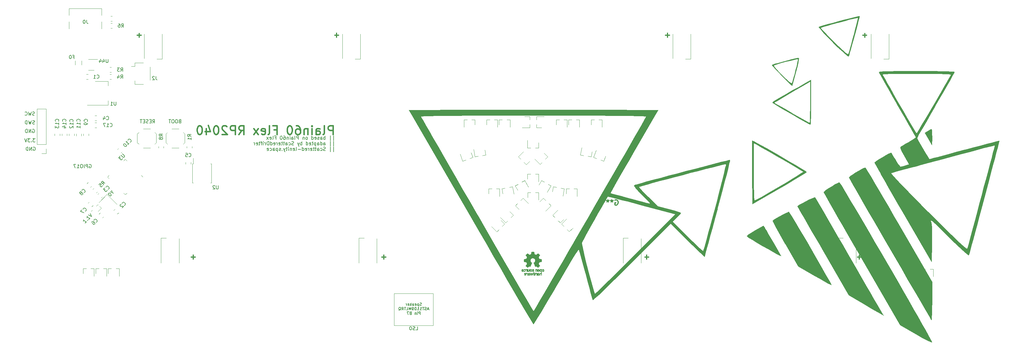
<source format=gbr>
G04 #@! TF.GenerationSoftware,KiCad,Pcbnew,(6.0.7)*
G04 #@! TF.CreationDate,2022-09-06T15:46:34+02:00*
G04 #@! TF.ProjectId,plain60-flex-edition,706c6169-6e36-4302-9d66-6c65782d6564,rev?*
G04 #@! TF.SameCoordinates,Original*
G04 #@! TF.FileFunction,Legend,Bot*
G04 #@! TF.FilePolarity,Positive*
%FSLAX46Y46*%
G04 Gerber Fmt 4.6, Leading zero omitted, Abs format (unit mm)*
G04 Created by KiCad (PCBNEW (6.0.7)) date 2022-09-06 15:46:34*
%MOMM*%
%LPD*%
G01*
G04 APERTURE LIST*
%ADD10C,0.150000*%
%ADD11C,0.300000*%
%ADD12C,0.200000*%
%ADD13C,0.400000*%
%ADD14C,0.010000*%
%ADD15C,0.120000*%
G04 APERTURE END LIST*
D10*
X90151309Y-37210464D02*
X90151309Y-35781892D01*
X89198928Y-37210464D02*
X89198928Y-35781892D01*
X87722738Y-36877130D02*
X87722738Y-35877130D01*
X87722738Y-36258083D02*
X87627500Y-36210464D01*
X87437023Y-36210464D01*
X87341785Y-36258083D01*
X87294166Y-36305702D01*
X87246547Y-36400940D01*
X87246547Y-36686654D01*
X87294166Y-36781892D01*
X87341785Y-36829511D01*
X87437023Y-36877130D01*
X87627500Y-36877130D01*
X87722738Y-36829511D01*
X86389404Y-36877130D02*
X86389404Y-36353321D01*
X86437023Y-36258083D01*
X86532261Y-36210464D01*
X86722738Y-36210464D01*
X86817976Y-36258083D01*
X86389404Y-36829511D02*
X86484642Y-36877130D01*
X86722738Y-36877130D01*
X86817976Y-36829511D01*
X86865595Y-36734273D01*
X86865595Y-36639035D01*
X86817976Y-36543797D01*
X86722738Y-36496178D01*
X86484642Y-36496178D01*
X86389404Y-36448559D01*
X85960833Y-36829511D02*
X85865595Y-36877130D01*
X85675119Y-36877130D01*
X85579880Y-36829511D01*
X85532261Y-36734273D01*
X85532261Y-36686654D01*
X85579880Y-36591416D01*
X85675119Y-36543797D01*
X85817976Y-36543797D01*
X85913214Y-36496178D01*
X85960833Y-36400940D01*
X85960833Y-36353321D01*
X85913214Y-36258083D01*
X85817976Y-36210464D01*
X85675119Y-36210464D01*
X85579880Y-36258083D01*
X84722738Y-36829511D02*
X84817976Y-36877130D01*
X85008452Y-36877130D01*
X85103690Y-36829511D01*
X85151309Y-36734273D01*
X85151309Y-36353321D01*
X85103690Y-36258083D01*
X85008452Y-36210464D01*
X84817976Y-36210464D01*
X84722738Y-36258083D01*
X84675119Y-36353321D01*
X84675119Y-36448559D01*
X85151309Y-36543797D01*
X83817976Y-36877130D02*
X83817976Y-35877130D01*
X83817976Y-36829511D02*
X83913214Y-36877130D01*
X84103690Y-36877130D01*
X84198928Y-36829511D01*
X84246547Y-36781892D01*
X84294166Y-36686654D01*
X84294166Y-36400940D01*
X84246547Y-36305702D01*
X84198928Y-36258083D01*
X84103690Y-36210464D01*
X83913214Y-36210464D01*
X83817976Y-36258083D01*
X82437023Y-36877130D02*
X82532261Y-36829511D01*
X82579880Y-36781892D01*
X82627500Y-36686654D01*
X82627500Y-36400940D01*
X82579880Y-36305702D01*
X82532261Y-36258083D01*
X82437023Y-36210464D01*
X82294166Y-36210464D01*
X82198928Y-36258083D01*
X82151309Y-36305702D01*
X82103690Y-36400940D01*
X82103690Y-36686654D01*
X82151309Y-36781892D01*
X82198928Y-36829511D01*
X82294166Y-36877130D01*
X82437023Y-36877130D01*
X81675119Y-36210464D02*
X81675119Y-36877130D01*
X81675119Y-36305702D02*
X81627500Y-36258083D01*
X81532261Y-36210464D01*
X81389404Y-36210464D01*
X81294166Y-36258083D01*
X81246547Y-36353321D01*
X81246547Y-36877130D01*
X80008452Y-36877130D02*
X80008452Y-35877130D01*
X79627500Y-35877130D01*
X79532261Y-35924750D01*
X79484642Y-35972369D01*
X79437023Y-36067607D01*
X79437023Y-36210464D01*
X79484642Y-36305702D01*
X79532261Y-36353321D01*
X79627500Y-36400940D01*
X80008452Y-36400940D01*
X78865595Y-36877130D02*
X78960833Y-36829511D01*
X79008452Y-36734273D01*
X79008452Y-35877130D01*
X78056071Y-36877130D02*
X78056071Y-36353321D01*
X78103690Y-36258083D01*
X78198928Y-36210464D01*
X78389404Y-36210464D01*
X78484642Y-36258083D01*
X78056071Y-36829511D02*
X78151309Y-36877130D01*
X78389404Y-36877130D01*
X78484642Y-36829511D01*
X78532261Y-36734273D01*
X78532261Y-36639035D01*
X78484642Y-36543797D01*
X78389404Y-36496178D01*
X78151309Y-36496178D01*
X78056071Y-36448559D01*
X77579880Y-36877130D02*
X77579880Y-36210464D01*
X77579880Y-35877130D02*
X77627500Y-35924750D01*
X77579880Y-35972369D01*
X77532261Y-35924750D01*
X77579880Y-35877130D01*
X77579880Y-35972369D01*
X77103690Y-36210464D02*
X77103690Y-36877130D01*
X77103690Y-36305702D02*
X77056071Y-36258083D01*
X76960833Y-36210464D01*
X76817976Y-36210464D01*
X76722738Y-36258083D01*
X76675119Y-36353321D01*
X76675119Y-36877130D01*
X75770357Y-35877130D02*
X75960833Y-35877130D01*
X76056071Y-35924750D01*
X76103690Y-35972369D01*
X76198928Y-36115226D01*
X76246547Y-36305702D01*
X76246547Y-36686654D01*
X76198928Y-36781892D01*
X76151309Y-36829511D01*
X76056071Y-36877130D01*
X75865595Y-36877130D01*
X75770357Y-36829511D01*
X75722738Y-36781892D01*
X75675119Y-36686654D01*
X75675119Y-36448559D01*
X75722738Y-36353321D01*
X75770357Y-36305702D01*
X75865595Y-36258083D01*
X76056071Y-36258083D01*
X76151309Y-36305702D01*
X76198928Y-36353321D01*
X76246547Y-36448559D01*
X75056071Y-35877130D02*
X74960833Y-35877130D01*
X74865595Y-35924750D01*
X74817976Y-35972369D01*
X74770357Y-36067607D01*
X74722738Y-36258083D01*
X74722738Y-36496178D01*
X74770357Y-36686654D01*
X74817976Y-36781892D01*
X74865595Y-36829511D01*
X74960833Y-36877130D01*
X75056071Y-36877130D01*
X75151309Y-36829511D01*
X75198928Y-36781892D01*
X75246547Y-36686654D01*
X75294166Y-36496178D01*
X75294166Y-36258083D01*
X75246547Y-36067607D01*
X75198928Y-35972369D01*
X75151309Y-35924750D01*
X75056071Y-35877130D01*
X73198928Y-36353321D02*
X73532261Y-36353321D01*
X73532261Y-36877130D02*
X73532261Y-35877130D01*
X73056071Y-35877130D01*
X72532261Y-36877130D02*
X72627500Y-36829511D01*
X72675119Y-36734273D01*
X72675119Y-35877130D01*
X71770357Y-36829511D02*
X71865595Y-36877130D01*
X72056071Y-36877130D01*
X72151309Y-36829511D01*
X72198928Y-36734273D01*
X72198928Y-36353321D01*
X72151309Y-36258083D01*
X72056071Y-36210464D01*
X71865595Y-36210464D01*
X71770357Y-36258083D01*
X71722738Y-36353321D01*
X71722738Y-36448559D01*
X72198928Y-36543797D01*
X71389404Y-36877130D02*
X70865595Y-36210464D01*
X71389404Y-36210464D02*
X70865595Y-36877130D01*
X90151309Y-38820464D02*
X90151309Y-37391892D01*
X89198928Y-38820464D02*
X89198928Y-37391892D01*
X87294166Y-38487130D02*
X87294166Y-37963321D01*
X87341785Y-37868083D01*
X87437023Y-37820464D01*
X87627500Y-37820464D01*
X87722738Y-37868083D01*
X87294166Y-38439511D02*
X87389404Y-38487130D01*
X87627500Y-38487130D01*
X87722738Y-38439511D01*
X87770357Y-38344273D01*
X87770357Y-38249035D01*
X87722738Y-38153797D01*
X87627500Y-38106178D01*
X87389404Y-38106178D01*
X87294166Y-38058559D01*
X86389404Y-38487130D02*
X86389404Y-37487130D01*
X86389404Y-38439511D02*
X86484642Y-38487130D01*
X86675119Y-38487130D01*
X86770357Y-38439511D01*
X86817976Y-38391892D01*
X86865595Y-38296654D01*
X86865595Y-38010940D01*
X86817976Y-37915702D01*
X86770357Y-37868083D01*
X86675119Y-37820464D01*
X86484642Y-37820464D01*
X86389404Y-37868083D01*
X85484642Y-38487130D02*
X85484642Y-37963321D01*
X85532261Y-37868083D01*
X85627500Y-37820464D01*
X85817976Y-37820464D01*
X85913214Y-37868083D01*
X85484642Y-38439511D02*
X85579880Y-38487130D01*
X85817976Y-38487130D01*
X85913214Y-38439511D01*
X85960833Y-38344273D01*
X85960833Y-38249035D01*
X85913214Y-38153797D01*
X85817976Y-38106178D01*
X85579880Y-38106178D01*
X85484642Y-38058559D01*
X85008452Y-37820464D02*
X85008452Y-38820464D01*
X85008452Y-37868083D02*
X84913214Y-37820464D01*
X84722738Y-37820464D01*
X84627500Y-37868083D01*
X84579880Y-37915702D01*
X84532261Y-38010940D01*
X84532261Y-38296654D01*
X84579880Y-38391892D01*
X84627500Y-38439511D01*
X84722738Y-38487130D01*
X84913214Y-38487130D01*
X85008452Y-38439511D01*
X84246547Y-37820464D02*
X83865595Y-37820464D01*
X84103690Y-37487130D02*
X84103690Y-38344273D01*
X84056071Y-38439511D01*
X83960833Y-38487130D01*
X83865595Y-38487130D01*
X83151309Y-38439511D02*
X83246547Y-38487130D01*
X83437023Y-38487130D01*
X83532261Y-38439511D01*
X83579880Y-38344273D01*
X83579880Y-37963321D01*
X83532261Y-37868083D01*
X83437023Y-37820464D01*
X83246547Y-37820464D01*
X83151309Y-37868083D01*
X83103690Y-37963321D01*
X83103690Y-38058559D01*
X83579880Y-38153797D01*
X82246547Y-38487130D02*
X82246547Y-37487130D01*
X82246547Y-38439511D02*
X82341785Y-38487130D01*
X82532261Y-38487130D01*
X82627500Y-38439511D01*
X82675119Y-38391892D01*
X82722738Y-38296654D01*
X82722738Y-38010940D01*
X82675119Y-37915702D01*
X82627500Y-37868083D01*
X82532261Y-37820464D01*
X82341785Y-37820464D01*
X82246547Y-37868083D01*
X81008452Y-38487130D02*
X81008452Y-37487130D01*
X81008452Y-37868083D02*
X80913214Y-37820464D01*
X80722738Y-37820464D01*
X80627500Y-37868083D01*
X80579880Y-37915702D01*
X80532261Y-38010940D01*
X80532261Y-38296654D01*
X80579880Y-38391892D01*
X80627500Y-38439511D01*
X80722738Y-38487130D01*
X80913214Y-38487130D01*
X81008452Y-38439511D01*
X80198928Y-37820464D02*
X79960833Y-38487130D01*
X79722738Y-37820464D02*
X79960833Y-38487130D01*
X80056071Y-38725226D01*
X80103690Y-38772845D01*
X80198928Y-38820464D01*
X78627500Y-38439511D02*
X78484642Y-38487130D01*
X78246547Y-38487130D01*
X78151309Y-38439511D01*
X78103690Y-38391892D01*
X78056071Y-38296654D01*
X78056071Y-38201416D01*
X78103690Y-38106178D01*
X78151309Y-38058559D01*
X78246547Y-38010940D01*
X78437023Y-37963321D01*
X78532261Y-37915702D01*
X78579880Y-37868083D01*
X78627500Y-37772845D01*
X78627500Y-37677607D01*
X78579880Y-37582369D01*
X78532261Y-37534750D01*
X78437023Y-37487130D01*
X78198928Y-37487130D01*
X78056071Y-37534750D01*
X77198928Y-38439511D02*
X77294166Y-38487130D01*
X77484642Y-38487130D01*
X77579880Y-38439511D01*
X77627500Y-38391892D01*
X77675119Y-38296654D01*
X77675119Y-38010940D01*
X77627500Y-37915702D01*
X77579880Y-37868083D01*
X77484642Y-37820464D01*
X77294166Y-37820464D01*
X77198928Y-37868083D01*
X76341785Y-38487130D02*
X76341785Y-37963321D01*
X76389404Y-37868083D01*
X76484642Y-37820464D01*
X76675119Y-37820464D01*
X76770357Y-37868083D01*
X76341785Y-38439511D02*
X76437023Y-38487130D01*
X76675119Y-38487130D01*
X76770357Y-38439511D01*
X76817976Y-38344273D01*
X76817976Y-38249035D01*
X76770357Y-38153797D01*
X76675119Y-38106178D01*
X76437023Y-38106178D01*
X76341785Y-38058559D01*
X76008452Y-37820464D02*
X75627500Y-37820464D01*
X75865595Y-37487130D02*
X75865595Y-38344273D01*
X75817976Y-38439511D01*
X75722738Y-38487130D01*
X75627500Y-38487130D01*
X75437023Y-37820464D02*
X75056071Y-37820464D01*
X75294166Y-37487130D02*
X75294166Y-38344273D01*
X75246547Y-38439511D01*
X75151309Y-38487130D01*
X75056071Y-38487130D01*
X74341785Y-38439511D02*
X74437023Y-38487130D01*
X74627500Y-38487130D01*
X74722738Y-38439511D01*
X74770357Y-38344273D01*
X74770357Y-37963321D01*
X74722738Y-37868083D01*
X74627500Y-37820464D01*
X74437023Y-37820464D01*
X74341785Y-37868083D01*
X74294166Y-37963321D01*
X74294166Y-38058559D01*
X74770357Y-38153797D01*
X73865595Y-38487130D02*
X73865595Y-37820464D01*
X73865595Y-38010940D02*
X73817976Y-37915702D01*
X73770357Y-37868083D01*
X73675119Y-37820464D01*
X73579880Y-37820464D01*
X72865595Y-38439511D02*
X72960833Y-38487130D01*
X73151309Y-38487130D01*
X73246547Y-38439511D01*
X73294166Y-38344273D01*
X73294166Y-37963321D01*
X73246547Y-37868083D01*
X73151309Y-37820464D01*
X72960833Y-37820464D01*
X72865595Y-37868083D01*
X72817976Y-37963321D01*
X72817976Y-38058559D01*
X73294166Y-38153797D01*
X71960833Y-38487130D02*
X71960833Y-37487130D01*
X71960833Y-38439511D02*
X72056071Y-38487130D01*
X72246547Y-38487130D01*
X72341785Y-38439511D01*
X72389404Y-38391892D01*
X72437023Y-38296654D01*
X72437023Y-38010940D01*
X72389404Y-37915702D01*
X72341785Y-37868083D01*
X72246547Y-37820464D01*
X72056071Y-37820464D01*
X71960833Y-37868083D01*
X71484642Y-38487130D02*
X71484642Y-37487130D01*
X71246547Y-37487130D01*
X71103690Y-37534750D01*
X71008452Y-37629988D01*
X70960833Y-37725226D01*
X70913214Y-37915702D01*
X70913214Y-38058559D01*
X70960833Y-38249035D01*
X71008452Y-38344273D01*
X71103690Y-38439511D01*
X71246547Y-38487130D01*
X71484642Y-38487130D01*
X70484642Y-38487130D02*
X70484642Y-37820464D01*
X70484642Y-38010940D02*
X70437023Y-37915702D01*
X70389404Y-37868083D01*
X70294166Y-37820464D01*
X70198928Y-37820464D01*
X69865595Y-38487130D02*
X69865595Y-37820464D01*
X69865595Y-37487130D02*
X69913214Y-37534750D01*
X69865595Y-37582369D01*
X69817976Y-37534750D01*
X69865595Y-37487130D01*
X69865595Y-37582369D01*
X69532261Y-37820464D02*
X69151309Y-37820464D01*
X69389404Y-38487130D02*
X69389404Y-37629988D01*
X69341785Y-37534750D01*
X69246547Y-37487130D01*
X69151309Y-37487130D01*
X68960833Y-37820464D02*
X68579880Y-37820464D01*
X68817976Y-37487130D02*
X68817976Y-38344273D01*
X68770357Y-38439511D01*
X68675119Y-38487130D01*
X68579880Y-38487130D01*
X67865595Y-38439511D02*
X67960833Y-38487130D01*
X68151309Y-38487130D01*
X68246547Y-38439511D01*
X68294166Y-38344273D01*
X68294166Y-37963321D01*
X68246547Y-37868083D01*
X68151309Y-37820464D01*
X67960833Y-37820464D01*
X67865595Y-37868083D01*
X67817976Y-37963321D01*
X67817976Y-38058559D01*
X68294166Y-38153797D01*
X67389404Y-38487130D02*
X67389404Y-37820464D01*
X67389404Y-38010940D02*
X67341785Y-37915702D01*
X67294166Y-37868083D01*
X67198928Y-37820464D01*
X67103690Y-37820464D01*
X90151309Y-40430464D02*
X90151309Y-39001892D01*
X89198928Y-40430464D02*
X89198928Y-39001892D01*
X87770357Y-40049511D02*
X87627500Y-40097130D01*
X87389404Y-40097130D01*
X87294166Y-40049511D01*
X87246547Y-40001892D01*
X87198928Y-39906654D01*
X87198928Y-39811416D01*
X87246547Y-39716178D01*
X87294166Y-39668559D01*
X87389404Y-39620940D01*
X87579880Y-39573321D01*
X87675119Y-39525702D01*
X87722738Y-39478083D01*
X87770357Y-39382845D01*
X87770357Y-39287607D01*
X87722738Y-39192369D01*
X87675119Y-39144750D01*
X87579880Y-39097130D01*
X87341785Y-39097130D01*
X87198928Y-39144750D01*
X86341785Y-40049511D02*
X86437023Y-40097130D01*
X86627500Y-40097130D01*
X86722738Y-40049511D01*
X86770357Y-40001892D01*
X86817976Y-39906654D01*
X86817976Y-39620940D01*
X86770357Y-39525702D01*
X86722738Y-39478083D01*
X86627500Y-39430464D01*
X86437023Y-39430464D01*
X86341785Y-39478083D01*
X85484642Y-40097130D02*
X85484642Y-39573321D01*
X85532261Y-39478083D01*
X85627500Y-39430464D01*
X85817976Y-39430464D01*
X85913214Y-39478083D01*
X85484642Y-40049511D02*
X85579880Y-40097130D01*
X85817976Y-40097130D01*
X85913214Y-40049511D01*
X85960833Y-39954273D01*
X85960833Y-39859035D01*
X85913214Y-39763797D01*
X85817976Y-39716178D01*
X85579880Y-39716178D01*
X85484642Y-39668559D01*
X85151309Y-39430464D02*
X84770357Y-39430464D01*
X85008452Y-39097130D02*
X85008452Y-39954273D01*
X84960833Y-40049511D01*
X84865595Y-40097130D01*
X84770357Y-40097130D01*
X84579880Y-39430464D02*
X84198928Y-39430464D01*
X84437023Y-39097130D02*
X84437023Y-39954273D01*
X84389404Y-40049511D01*
X84294166Y-40097130D01*
X84198928Y-40097130D01*
X83484642Y-40049511D02*
X83579880Y-40097130D01*
X83770357Y-40097130D01*
X83865595Y-40049511D01*
X83913214Y-39954273D01*
X83913214Y-39573321D01*
X83865595Y-39478083D01*
X83770357Y-39430464D01*
X83579880Y-39430464D01*
X83484642Y-39478083D01*
X83437023Y-39573321D01*
X83437023Y-39668559D01*
X83913214Y-39763797D01*
X83008452Y-40097130D02*
X83008452Y-39430464D01*
X83008452Y-39620940D02*
X82960833Y-39525702D01*
X82913214Y-39478083D01*
X82817976Y-39430464D01*
X82722738Y-39430464D01*
X82008452Y-40049511D02*
X82103690Y-40097130D01*
X82294166Y-40097130D01*
X82389404Y-40049511D01*
X82437023Y-39954273D01*
X82437023Y-39573321D01*
X82389404Y-39478083D01*
X82294166Y-39430464D01*
X82103690Y-39430464D01*
X82008452Y-39478083D01*
X81960833Y-39573321D01*
X81960833Y-39668559D01*
X82437023Y-39763797D01*
X81103690Y-40097130D02*
X81103690Y-39097130D01*
X81103690Y-40049511D02*
X81198928Y-40097130D01*
X81389404Y-40097130D01*
X81484642Y-40049511D01*
X81532261Y-40001892D01*
X81579880Y-39906654D01*
X81579880Y-39620940D01*
X81532261Y-39525702D01*
X81484642Y-39478083D01*
X81389404Y-39430464D01*
X81198928Y-39430464D01*
X81103690Y-39478083D01*
X80627500Y-39716178D02*
X79865595Y-39716178D01*
X79246547Y-40097130D02*
X79341785Y-40049511D01*
X79389404Y-39954273D01*
X79389404Y-39097130D01*
X78484642Y-40049511D02*
X78579880Y-40097130D01*
X78770357Y-40097130D01*
X78865595Y-40049511D01*
X78913214Y-39954273D01*
X78913214Y-39573321D01*
X78865595Y-39478083D01*
X78770357Y-39430464D01*
X78579880Y-39430464D01*
X78484642Y-39478083D01*
X78437023Y-39573321D01*
X78437023Y-39668559D01*
X78913214Y-39763797D01*
X78008452Y-39430464D02*
X78008452Y-40097130D01*
X78008452Y-39525702D02*
X77960833Y-39478083D01*
X77865595Y-39430464D01*
X77722738Y-39430464D01*
X77627500Y-39478083D01*
X77579880Y-39573321D01*
X77579880Y-40097130D01*
X77103690Y-40097130D02*
X77103690Y-39430464D01*
X77103690Y-39097130D02*
X77151309Y-39144750D01*
X77103690Y-39192369D01*
X77056071Y-39144750D01*
X77103690Y-39097130D01*
X77103690Y-39192369D01*
X76770357Y-39430464D02*
X76389404Y-39430464D01*
X76627500Y-39097130D02*
X76627500Y-39954273D01*
X76579880Y-40049511D01*
X76484642Y-40097130D01*
X76389404Y-40097130D01*
X76151309Y-39430464D02*
X75913214Y-40097130D01*
X75675119Y-39430464D02*
X75913214Y-40097130D01*
X76008452Y-40335226D01*
X76056071Y-40382845D01*
X76151309Y-40430464D01*
X75294166Y-40001892D02*
X75246547Y-40049511D01*
X75294166Y-40097130D01*
X75341785Y-40049511D01*
X75294166Y-40001892D01*
X75294166Y-40097130D01*
X74865595Y-40049511D02*
X74770357Y-40097130D01*
X74579880Y-40097130D01*
X74484642Y-40049511D01*
X74437023Y-39954273D01*
X74437023Y-39906654D01*
X74484642Y-39811416D01*
X74579880Y-39763797D01*
X74722738Y-39763797D01*
X74817976Y-39716178D01*
X74865595Y-39620940D01*
X74865595Y-39573321D01*
X74817976Y-39478083D01*
X74722738Y-39430464D01*
X74579880Y-39430464D01*
X74484642Y-39478083D01*
X74008452Y-39430464D02*
X74008452Y-40430464D01*
X74008452Y-39478083D02*
X73913214Y-39430464D01*
X73722738Y-39430464D01*
X73627500Y-39478083D01*
X73579880Y-39525702D01*
X73532261Y-39620940D01*
X73532261Y-39906654D01*
X73579880Y-40001892D01*
X73627500Y-40049511D01*
X73722738Y-40097130D01*
X73913214Y-40097130D01*
X74008452Y-40049511D01*
X72675119Y-40097130D02*
X72675119Y-39573321D01*
X72722738Y-39478083D01*
X72817976Y-39430464D01*
X73008452Y-39430464D01*
X73103690Y-39478083D01*
X72675119Y-40049511D02*
X72770357Y-40097130D01*
X73008452Y-40097130D01*
X73103690Y-40049511D01*
X73151309Y-39954273D01*
X73151309Y-39859035D01*
X73103690Y-39763797D01*
X73008452Y-39716178D01*
X72770357Y-39716178D01*
X72675119Y-39668559D01*
X71770357Y-40049511D02*
X71865595Y-40097130D01*
X72056071Y-40097130D01*
X72151309Y-40049511D01*
X72198928Y-40001892D01*
X72246547Y-39906654D01*
X72246547Y-39620940D01*
X72198928Y-39525702D01*
X72151309Y-39478083D01*
X72056071Y-39430464D01*
X71865595Y-39430464D01*
X71770357Y-39478083D01*
X70960833Y-40049511D02*
X71056071Y-40097130D01*
X71246547Y-40097130D01*
X71341785Y-40049511D01*
X71389404Y-39954273D01*
X71389404Y-39573321D01*
X71341785Y-39478083D01*
X71246547Y-39430464D01*
X71056071Y-39430464D01*
X70960833Y-39478083D01*
X70913214Y-39573321D01*
X70913214Y-39668559D01*
X71389404Y-39763797D01*
X19707380Y-44124750D02*
X19802619Y-44077130D01*
X19945476Y-44077130D01*
X20088333Y-44124750D01*
X20183571Y-44219988D01*
X20231190Y-44315226D01*
X20278809Y-44505702D01*
X20278809Y-44648559D01*
X20231190Y-44839035D01*
X20183571Y-44934273D01*
X20088333Y-45029511D01*
X19945476Y-45077130D01*
X19850238Y-45077130D01*
X19707380Y-45029511D01*
X19659761Y-44981892D01*
X19659761Y-44648559D01*
X19850238Y-44648559D01*
X19231190Y-45077130D02*
X19231190Y-44077130D01*
X18850238Y-44077130D01*
X18755000Y-44124750D01*
X18707380Y-44172369D01*
X18659761Y-44267607D01*
X18659761Y-44410464D01*
X18707380Y-44505702D01*
X18755000Y-44553321D01*
X18850238Y-44600940D01*
X19231190Y-44600940D01*
X18231190Y-45077130D02*
X18231190Y-44077130D01*
X17564523Y-44077130D02*
X17374047Y-44077130D01*
X17278809Y-44124750D01*
X17183571Y-44219988D01*
X17135952Y-44410464D01*
X17135952Y-44743797D01*
X17183571Y-44934273D01*
X17278809Y-45029511D01*
X17374047Y-45077130D01*
X17564523Y-45077130D01*
X17659761Y-45029511D01*
X17755000Y-44934273D01*
X17802619Y-44743797D01*
X17802619Y-44410464D01*
X17755000Y-44219988D01*
X17659761Y-44124750D01*
X17564523Y-44077130D01*
X16183571Y-45077130D02*
X16755000Y-45077130D01*
X16469285Y-45077130D02*
X16469285Y-44077130D01*
X16564523Y-44219988D01*
X16659761Y-44315226D01*
X16755000Y-44362845D01*
X15850238Y-44077130D02*
X15183571Y-44077130D01*
X15612142Y-45077130D01*
D11*
X105206428Y-70821892D02*
X104063571Y-70821892D01*
X104635000Y-71393321D02*
X104635000Y-70250464D01*
D12*
X4096190Y-36592380D02*
X3477142Y-36592380D01*
X3810476Y-36973333D01*
X3667619Y-36973333D01*
X3572380Y-37020952D01*
X3524761Y-37068571D01*
X3477142Y-37163809D01*
X3477142Y-37401904D01*
X3524761Y-37497142D01*
X3572380Y-37544761D01*
X3667619Y-37592380D01*
X3953333Y-37592380D01*
X4048571Y-37544761D01*
X4096190Y-37497142D01*
X3048571Y-37497142D02*
X3000952Y-37544761D01*
X3048571Y-37592380D01*
X3096190Y-37544761D01*
X3048571Y-37497142D01*
X3048571Y-37592380D01*
X2667619Y-36592380D02*
X2048571Y-36592380D01*
X2381904Y-36973333D01*
X2239047Y-36973333D01*
X2143809Y-37020952D01*
X2096190Y-37068571D01*
X2048571Y-37163809D01*
X2048571Y-37401904D01*
X2096190Y-37497142D01*
X2143809Y-37544761D01*
X2239047Y-37592380D01*
X2524761Y-37592380D01*
X2620000Y-37544761D01*
X2667619Y-37497142D01*
X1762857Y-36592380D02*
X1429523Y-37592380D01*
X1096190Y-36592380D01*
D10*
X45822142Y-31623321D02*
X45679285Y-31670940D01*
X45631666Y-31718559D01*
X45584047Y-31813797D01*
X45584047Y-31956654D01*
X45631666Y-32051892D01*
X45679285Y-32099511D01*
X45774523Y-32147130D01*
X46155476Y-32147130D01*
X46155476Y-31147130D01*
X45822142Y-31147130D01*
X45726904Y-31194750D01*
X45679285Y-31242369D01*
X45631666Y-31337607D01*
X45631666Y-31432845D01*
X45679285Y-31528083D01*
X45726904Y-31575702D01*
X45822142Y-31623321D01*
X46155476Y-31623321D01*
X44965000Y-31147130D02*
X44774523Y-31147130D01*
X44679285Y-31194750D01*
X44584047Y-31289988D01*
X44536428Y-31480464D01*
X44536428Y-31813797D01*
X44584047Y-32004273D01*
X44679285Y-32099511D01*
X44774523Y-32147130D01*
X44965000Y-32147130D01*
X45060238Y-32099511D01*
X45155476Y-32004273D01*
X45203095Y-31813797D01*
X45203095Y-31480464D01*
X45155476Y-31289988D01*
X45060238Y-31194750D01*
X44965000Y-31147130D01*
X43917380Y-31147130D02*
X43726904Y-31147130D01*
X43631666Y-31194750D01*
X43536428Y-31289988D01*
X43488809Y-31480464D01*
X43488809Y-31813797D01*
X43536428Y-32004273D01*
X43631666Y-32099511D01*
X43726904Y-32147130D01*
X43917380Y-32147130D01*
X44012619Y-32099511D01*
X44107857Y-32004273D01*
X44155476Y-31813797D01*
X44155476Y-31480464D01*
X44107857Y-31289988D01*
X44012619Y-31194750D01*
X43917380Y-31147130D01*
X43203095Y-31147130D02*
X42631666Y-31147130D01*
X42917380Y-32147130D02*
X42917380Y-31147130D01*
D12*
X3907142Y-29874761D02*
X3764285Y-29922380D01*
X3526190Y-29922380D01*
X3430952Y-29874761D01*
X3383333Y-29827142D01*
X3335714Y-29731904D01*
X3335714Y-29636666D01*
X3383333Y-29541428D01*
X3430952Y-29493809D01*
X3526190Y-29446190D01*
X3716666Y-29398571D01*
X3811904Y-29350952D01*
X3859523Y-29303333D01*
X3907142Y-29208095D01*
X3907142Y-29112857D01*
X3859523Y-29017619D01*
X3811904Y-28970000D01*
X3716666Y-28922380D01*
X3478571Y-28922380D01*
X3335714Y-28970000D01*
X3002380Y-28922380D02*
X2764285Y-29922380D01*
X2573809Y-29208095D01*
X2383333Y-29922380D01*
X2145238Y-28922380D01*
X1192857Y-29827142D02*
X1240476Y-29874761D01*
X1383333Y-29922380D01*
X1478571Y-29922380D01*
X1621428Y-29874761D01*
X1716666Y-29779523D01*
X1764285Y-29684285D01*
X1811904Y-29493809D01*
X1811904Y-29350952D01*
X1764285Y-29160476D01*
X1716666Y-29065238D01*
X1621428Y-28970000D01*
X1478571Y-28922380D01*
X1383333Y-28922380D01*
X1240476Y-28970000D01*
X1192857Y-29017619D01*
D11*
X243846428Y-6831892D02*
X242703571Y-6831892D01*
X243275000Y-7403321D02*
X243275000Y-6260464D01*
D10*
X3560595Y-39130000D02*
X3655833Y-39082380D01*
X3798690Y-39082380D01*
X3941547Y-39130000D01*
X4036785Y-39225238D01*
X4084404Y-39320476D01*
X4132023Y-39510952D01*
X4132023Y-39653809D01*
X4084404Y-39844285D01*
X4036785Y-39939523D01*
X3941547Y-40034761D01*
X3798690Y-40082380D01*
X3703452Y-40082380D01*
X3560595Y-40034761D01*
X3512976Y-39987142D01*
X3512976Y-39653809D01*
X3703452Y-39653809D01*
X3084404Y-40082380D02*
X3084404Y-39082380D01*
X2512976Y-40082380D01*
X2512976Y-39082380D01*
X2036785Y-40082380D02*
X2036785Y-39082380D01*
X1798690Y-39082380D01*
X1655833Y-39130000D01*
X1560595Y-39225238D01*
X1512976Y-39320476D01*
X1465357Y-39510952D01*
X1465357Y-39653809D01*
X1512976Y-39844285D01*
X1560595Y-39939523D01*
X1655833Y-40034761D01*
X1798690Y-40082380D01*
X2036785Y-40082380D01*
D11*
X34656428Y-6851892D02*
X33513571Y-6851892D01*
X34085000Y-7423321D02*
X34085000Y-6280464D01*
D12*
X18958790Y-60560723D02*
X18554729Y-60964784D01*
X18756759Y-60762753D02*
X18049652Y-60055646D01*
X18083324Y-60224005D01*
X18083324Y-60358692D01*
X18049652Y-60459707D01*
X19194492Y-60190333D02*
X19261835Y-60190333D01*
X19261835Y-60257677D01*
X19194492Y-60257677D01*
X19194492Y-60190333D01*
X19261835Y-60257677D01*
X19968942Y-59550570D02*
X19564881Y-59954631D01*
X19766912Y-59752601D02*
X19059805Y-59045494D01*
X19093477Y-59213853D01*
X19093477Y-59348540D01*
X19059805Y-59449555D01*
X19463866Y-58641433D02*
X20406675Y-59112837D01*
X19935270Y-58170028D01*
X3356904Y-33974750D02*
X3452142Y-33927130D01*
X3595000Y-33927130D01*
X3737857Y-33974750D01*
X3833095Y-34069988D01*
X3880714Y-34165226D01*
X3928333Y-34355702D01*
X3928333Y-34498559D01*
X3880714Y-34689035D01*
X3833095Y-34784273D01*
X3737857Y-34879511D01*
X3595000Y-34927130D01*
X3499761Y-34927130D01*
X3356904Y-34879511D01*
X3309285Y-34831892D01*
X3309285Y-34498559D01*
X3499761Y-34498559D01*
X2880714Y-34927130D02*
X2880714Y-33927130D01*
X2309285Y-34927130D01*
X2309285Y-33927130D01*
X1833095Y-34927130D02*
X1833095Y-33927130D01*
X1595000Y-33927130D01*
X1452142Y-33974750D01*
X1356904Y-34069988D01*
X1309285Y-34165226D01*
X1261666Y-34355702D01*
X1261666Y-34498559D01*
X1309285Y-34689035D01*
X1356904Y-34784273D01*
X1452142Y-34879511D01*
X1595000Y-34927130D01*
X1833095Y-34927130D01*
D11*
X50246428Y-70801892D02*
X49103571Y-70801892D01*
X49675000Y-71373321D02*
X49675000Y-70230464D01*
X91596428Y-6801892D02*
X90453571Y-6801892D01*
X91025000Y-7373321D02*
X91025000Y-6230464D01*
X242306428Y-70841892D02*
X241163571Y-70841892D01*
X241735000Y-71413321D02*
X241735000Y-70270464D01*
D13*
X89959761Y-35395702D02*
X89959761Y-32895702D01*
X89007380Y-32895702D01*
X88769285Y-33014750D01*
X88650238Y-33133797D01*
X88531190Y-33371892D01*
X88531190Y-33729035D01*
X88650238Y-33967130D01*
X88769285Y-34086178D01*
X89007380Y-34205226D01*
X89959761Y-34205226D01*
X87102619Y-35395702D02*
X87340714Y-35276654D01*
X87459761Y-35038559D01*
X87459761Y-32895702D01*
X85078809Y-35395702D02*
X85078809Y-34086178D01*
X85197857Y-33848083D01*
X85435952Y-33729035D01*
X85912142Y-33729035D01*
X86150238Y-33848083D01*
X85078809Y-35276654D02*
X85316904Y-35395702D01*
X85912142Y-35395702D01*
X86150238Y-35276654D01*
X86269285Y-35038559D01*
X86269285Y-34800464D01*
X86150238Y-34562369D01*
X85912142Y-34443321D01*
X85316904Y-34443321D01*
X85078809Y-34324273D01*
X83888333Y-35395702D02*
X83888333Y-33729035D01*
X83888333Y-32895702D02*
X84007380Y-33014750D01*
X83888333Y-33133797D01*
X83769285Y-33014750D01*
X83888333Y-32895702D01*
X83888333Y-33133797D01*
X82697857Y-33729035D02*
X82697857Y-35395702D01*
X82697857Y-33967130D02*
X82578809Y-33848083D01*
X82340714Y-33729035D01*
X81983571Y-33729035D01*
X81745476Y-33848083D01*
X81626428Y-34086178D01*
X81626428Y-35395702D01*
X79364523Y-32895702D02*
X79840714Y-32895702D01*
X80078809Y-33014750D01*
X80197857Y-33133797D01*
X80435952Y-33490940D01*
X80555000Y-33967130D01*
X80555000Y-34919511D01*
X80435952Y-35157607D01*
X80316904Y-35276654D01*
X80078809Y-35395702D01*
X79602619Y-35395702D01*
X79364523Y-35276654D01*
X79245476Y-35157607D01*
X79126428Y-34919511D01*
X79126428Y-34324273D01*
X79245476Y-34086178D01*
X79364523Y-33967130D01*
X79602619Y-33848083D01*
X80078809Y-33848083D01*
X80316904Y-33967130D01*
X80435952Y-34086178D01*
X80555000Y-34324273D01*
X77578809Y-32895702D02*
X77340714Y-32895702D01*
X77102619Y-33014750D01*
X76983571Y-33133797D01*
X76864523Y-33371892D01*
X76745476Y-33848083D01*
X76745476Y-34443321D01*
X76864523Y-34919511D01*
X76983571Y-35157607D01*
X77102619Y-35276654D01*
X77340714Y-35395702D01*
X77578809Y-35395702D01*
X77816904Y-35276654D01*
X77935952Y-35157607D01*
X78055000Y-34919511D01*
X78174047Y-34443321D01*
X78174047Y-33848083D01*
X78055000Y-33371892D01*
X77935952Y-33133797D01*
X77816904Y-33014750D01*
X77578809Y-32895702D01*
X72935952Y-34086178D02*
X73769285Y-34086178D01*
X73769285Y-35395702D02*
X73769285Y-32895702D01*
X72578809Y-32895702D01*
X71269285Y-35395702D02*
X71507380Y-35276654D01*
X71626428Y-35038559D01*
X71626428Y-32895702D01*
X69364523Y-35276654D02*
X69602619Y-35395702D01*
X70078809Y-35395702D01*
X70316904Y-35276654D01*
X70435952Y-35038559D01*
X70435952Y-34086178D01*
X70316904Y-33848083D01*
X70078809Y-33729035D01*
X69602619Y-33729035D01*
X69364523Y-33848083D01*
X69245476Y-34086178D01*
X69245476Y-34324273D01*
X70435952Y-34562369D01*
X68412142Y-35395702D02*
X67102619Y-33729035D01*
X68412142Y-33729035D02*
X67102619Y-35395702D01*
X62816904Y-35395702D02*
X63650238Y-34205226D01*
X64245476Y-35395702D02*
X64245476Y-32895702D01*
X63293095Y-32895702D01*
X63055000Y-33014750D01*
X62935952Y-33133797D01*
X62816904Y-33371892D01*
X62816904Y-33729035D01*
X62935952Y-33967130D01*
X63055000Y-34086178D01*
X63293095Y-34205226D01*
X64245476Y-34205226D01*
X61745476Y-35395702D02*
X61745476Y-32895702D01*
X60793095Y-32895702D01*
X60555000Y-33014750D01*
X60435952Y-33133797D01*
X60316904Y-33371892D01*
X60316904Y-33729035D01*
X60435952Y-33967130D01*
X60555000Y-34086178D01*
X60793095Y-34205226D01*
X61745476Y-34205226D01*
X59364523Y-33133797D02*
X59245476Y-33014750D01*
X59007380Y-32895702D01*
X58412142Y-32895702D01*
X58174047Y-33014750D01*
X58055000Y-33133797D01*
X57935952Y-33371892D01*
X57935952Y-33609988D01*
X58055000Y-33967130D01*
X59483571Y-35395702D01*
X57935952Y-35395702D01*
X56388333Y-32895702D02*
X56150238Y-32895702D01*
X55912142Y-33014750D01*
X55793095Y-33133797D01*
X55674047Y-33371892D01*
X55555000Y-33848083D01*
X55555000Y-34443321D01*
X55674047Y-34919511D01*
X55793095Y-35157607D01*
X55912142Y-35276654D01*
X56150238Y-35395702D01*
X56388333Y-35395702D01*
X56626428Y-35276654D01*
X56745476Y-35157607D01*
X56864523Y-34919511D01*
X56983571Y-34443321D01*
X56983571Y-33848083D01*
X56864523Y-33371892D01*
X56745476Y-33133797D01*
X56626428Y-33014750D01*
X56388333Y-32895702D01*
X53412142Y-33729035D02*
X53412142Y-35395702D01*
X54007380Y-32776654D02*
X54602619Y-34562369D01*
X53055000Y-34562369D01*
X51626428Y-32895702D02*
X51388333Y-32895702D01*
X51150238Y-33014750D01*
X51031190Y-33133797D01*
X50912142Y-33371892D01*
X50793095Y-33848083D01*
X50793095Y-34443321D01*
X50912142Y-34919511D01*
X51031190Y-35157607D01*
X51150238Y-35276654D01*
X51388333Y-35395702D01*
X51626428Y-35395702D01*
X51864523Y-35276654D01*
X51983571Y-35157607D01*
X52102619Y-34919511D01*
X52221666Y-34443321D01*
X52221666Y-33848083D01*
X52102619Y-33371892D01*
X51983571Y-33133797D01*
X51864523Y-33014750D01*
X51626428Y-32895702D01*
D10*
X37957380Y-32147130D02*
X38290714Y-31670940D01*
X38528809Y-32147130D02*
X38528809Y-31147130D01*
X38147857Y-31147130D01*
X38052619Y-31194750D01*
X38005000Y-31242369D01*
X37957380Y-31337607D01*
X37957380Y-31480464D01*
X38005000Y-31575702D01*
X38052619Y-31623321D01*
X38147857Y-31670940D01*
X38528809Y-31670940D01*
X37528809Y-31623321D02*
X37195476Y-31623321D01*
X37052619Y-32147130D02*
X37528809Y-32147130D01*
X37528809Y-31147130D01*
X37052619Y-31147130D01*
X36671666Y-32099511D02*
X36528809Y-32147130D01*
X36290714Y-32147130D01*
X36195476Y-32099511D01*
X36147857Y-32051892D01*
X36100238Y-31956654D01*
X36100238Y-31861416D01*
X36147857Y-31766178D01*
X36195476Y-31718559D01*
X36290714Y-31670940D01*
X36481190Y-31623321D01*
X36576428Y-31575702D01*
X36624047Y-31528083D01*
X36671666Y-31432845D01*
X36671666Y-31337607D01*
X36624047Y-31242369D01*
X36576428Y-31194750D01*
X36481190Y-31147130D01*
X36243095Y-31147130D01*
X36100238Y-31194750D01*
X35671666Y-31623321D02*
X35338333Y-31623321D01*
X35195476Y-32147130D02*
X35671666Y-32147130D01*
X35671666Y-31147130D01*
X35195476Y-31147130D01*
X34909761Y-31147130D02*
X34338333Y-31147130D01*
X34624047Y-32147130D02*
X34624047Y-31147130D01*
X115464523Y-84770559D02*
X115350238Y-84808654D01*
X115159761Y-84808654D01*
X115083571Y-84770559D01*
X115045476Y-84732464D01*
X115007380Y-84656273D01*
X115007380Y-84580083D01*
X115045476Y-84503892D01*
X115083571Y-84465797D01*
X115159761Y-84427702D01*
X115312142Y-84389607D01*
X115388333Y-84351511D01*
X115426428Y-84313416D01*
X115464523Y-84237226D01*
X115464523Y-84161035D01*
X115426428Y-84084845D01*
X115388333Y-84046750D01*
X115312142Y-84008654D01*
X115121666Y-84008654D01*
X115007380Y-84046750D01*
X114664523Y-84275321D02*
X114664523Y-85075321D01*
X114664523Y-84313416D02*
X114588333Y-84275321D01*
X114435952Y-84275321D01*
X114359761Y-84313416D01*
X114321666Y-84351511D01*
X114283571Y-84427702D01*
X114283571Y-84656273D01*
X114321666Y-84732464D01*
X114359761Y-84770559D01*
X114435952Y-84808654D01*
X114588333Y-84808654D01*
X114664523Y-84770559D01*
X113635952Y-84770559D02*
X113712142Y-84808654D01*
X113864523Y-84808654D01*
X113940714Y-84770559D01*
X113978809Y-84694369D01*
X113978809Y-84389607D01*
X113940714Y-84313416D01*
X113864523Y-84275321D01*
X113712142Y-84275321D01*
X113635952Y-84313416D01*
X113597857Y-84389607D01*
X113597857Y-84465797D01*
X113978809Y-84541988D01*
X112912142Y-84808654D02*
X112912142Y-84389607D01*
X112950238Y-84313416D01*
X113026428Y-84275321D01*
X113178809Y-84275321D01*
X113255000Y-84313416D01*
X112912142Y-84770559D02*
X112988333Y-84808654D01*
X113178809Y-84808654D01*
X113255000Y-84770559D01*
X113293095Y-84694369D01*
X113293095Y-84618178D01*
X113255000Y-84541988D01*
X113178809Y-84503892D01*
X112988333Y-84503892D01*
X112912142Y-84465797D01*
X112531190Y-84808654D02*
X112531190Y-84008654D01*
X112455000Y-84503892D02*
X112226428Y-84808654D01*
X112226428Y-84275321D02*
X112531190Y-84580083D01*
X111578809Y-84770559D02*
X111655000Y-84808654D01*
X111807380Y-84808654D01*
X111883571Y-84770559D01*
X111921666Y-84694369D01*
X111921666Y-84389607D01*
X111883571Y-84313416D01*
X111807380Y-84275321D01*
X111655000Y-84275321D01*
X111578809Y-84313416D01*
X111540714Y-84389607D01*
X111540714Y-84465797D01*
X111921666Y-84541988D01*
X111197857Y-84808654D02*
X111197857Y-84275321D01*
X111197857Y-84427702D02*
X111159761Y-84351511D01*
X111121666Y-84313416D01*
X111045476Y-84275321D01*
X110969285Y-84275321D01*
X117559761Y-85868083D02*
X117178809Y-85868083D01*
X117635952Y-86096654D02*
X117369285Y-85296654D01*
X117102619Y-86096654D01*
X116874047Y-86058559D02*
X116759761Y-86096654D01*
X116569285Y-86096654D01*
X116493095Y-86058559D01*
X116455000Y-86020464D01*
X116416904Y-85944273D01*
X116416904Y-85868083D01*
X116455000Y-85791892D01*
X116493095Y-85753797D01*
X116569285Y-85715702D01*
X116721666Y-85677607D01*
X116797857Y-85639511D01*
X116835952Y-85601416D01*
X116874047Y-85525226D01*
X116874047Y-85449035D01*
X116835952Y-85372845D01*
X116797857Y-85334750D01*
X116721666Y-85296654D01*
X116531190Y-85296654D01*
X116416904Y-85334750D01*
X116188333Y-85296654D02*
X115731190Y-85296654D01*
X115959761Y-86096654D02*
X115959761Y-85296654D01*
X115045476Y-86096654D02*
X115502619Y-86096654D01*
X115274047Y-86096654D02*
X115274047Y-85296654D01*
X115350238Y-85410940D01*
X115426428Y-85487130D01*
X115502619Y-85525226D01*
X114283571Y-86096654D02*
X114740714Y-86096654D01*
X114512142Y-86096654D02*
X114512142Y-85296654D01*
X114588333Y-85410940D01*
X114664523Y-85487130D01*
X114740714Y-85525226D01*
X113788333Y-85296654D02*
X113712142Y-85296654D01*
X113635952Y-85334750D01*
X113597857Y-85372845D01*
X113559761Y-85449035D01*
X113521666Y-85601416D01*
X113521666Y-85791892D01*
X113559761Y-85944273D01*
X113597857Y-86020464D01*
X113635952Y-86058559D01*
X113712142Y-86096654D01*
X113788333Y-86096654D01*
X113864523Y-86058559D01*
X113902619Y-86020464D01*
X113940714Y-85944273D01*
X113978809Y-85791892D01*
X113978809Y-85601416D01*
X113940714Y-85449035D01*
X113902619Y-85372845D01*
X113864523Y-85334750D01*
X113788333Y-85296654D01*
X113140714Y-86096654D02*
X112988333Y-86096654D01*
X112912142Y-86058559D01*
X112874047Y-86020464D01*
X112797857Y-85906178D01*
X112759761Y-85753797D01*
X112759761Y-85449035D01*
X112797857Y-85372845D01*
X112835952Y-85334750D01*
X112912142Y-85296654D01*
X113064523Y-85296654D01*
X113140714Y-85334750D01*
X113178809Y-85372845D01*
X113216904Y-85449035D01*
X113216904Y-85639511D01*
X113178809Y-85715702D01*
X113140714Y-85753797D01*
X113064523Y-85791892D01*
X112912142Y-85791892D01*
X112835952Y-85753797D01*
X112797857Y-85715702D01*
X112759761Y-85639511D01*
X112416904Y-86096654D02*
X112416904Y-85296654D01*
X112150238Y-85868083D01*
X111883571Y-85296654D01*
X111883571Y-86096654D01*
X111121666Y-86096654D02*
X111502619Y-86096654D01*
X111502619Y-85296654D01*
X110969285Y-85296654D02*
X110512142Y-85296654D01*
X110740714Y-86096654D02*
X110740714Y-85296654D01*
X109788333Y-86096654D02*
X110055000Y-85715702D01*
X110245476Y-86096654D02*
X110245476Y-85296654D01*
X109940714Y-85296654D01*
X109864523Y-85334750D01*
X109826428Y-85372845D01*
X109788333Y-85449035D01*
X109788333Y-85563321D01*
X109826428Y-85639511D01*
X109864523Y-85677607D01*
X109940714Y-85715702D01*
X110245476Y-85715702D01*
X108912142Y-86172845D02*
X108988333Y-86134750D01*
X109064523Y-86058559D01*
X109178809Y-85944273D01*
X109255000Y-85906178D01*
X109331190Y-85906178D01*
X109293095Y-86096654D02*
X109369285Y-86058559D01*
X109445476Y-85982369D01*
X109483571Y-85829988D01*
X109483571Y-85563321D01*
X109445476Y-85410940D01*
X109369285Y-85334750D01*
X109293095Y-85296654D01*
X109140714Y-85296654D01*
X109064523Y-85334750D01*
X108988333Y-85410940D01*
X108950238Y-85563321D01*
X108950238Y-85829988D01*
X108988333Y-85982369D01*
X109064523Y-86058559D01*
X109140714Y-86096654D01*
X109293095Y-86096654D01*
X115102619Y-87384654D02*
X115102619Y-86584654D01*
X114797857Y-86584654D01*
X114721666Y-86622750D01*
X114683571Y-86660845D01*
X114645476Y-86737035D01*
X114645476Y-86851321D01*
X114683571Y-86927511D01*
X114721666Y-86965607D01*
X114797857Y-87003702D01*
X115102619Y-87003702D01*
X114302619Y-87384654D02*
X114302619Y-86851321D01*
X114302619Y-86584654D02*
X114340714Y-86622750D01*
X114302619Y-86660845D01*
X114264523Y-86622750D01*
X114302619Y-86584654D01*
X114302619Y-86660845D01*
X113921666Y-86851321D02*
X113921666Y-87384654D01*
X113921666Y-86927511D02*
X113883571Y-86889416D01*
X113807380Y-86851321D01*
X113693095Y-86851321D01*
X113616904Y-86889416D01*
X113578809Y-86965607D01*
X113578809Y-87384654D01*
X112321666Y-86965607D02*
X112207380Y-87003702D01*
X112169285Y-87041797D01*
X112131190Y-87117988D01*
X112131190Y-87232273D01*
X112169285Y-87308464D01*
X112207380Y-87346559D01*
X112283571Y-87384654D01*
X112588333Y-87384654D01*
X112588333Y-86584654D01*
X112321666Y-86584654D01*
X112245476Y-86622750D01*
X112207380Y-86660845D01*
X112169285Y-86737035D01*
X112169285Y-86813226D01*
X112207380Y-86889416D01*
X112245476Y-86927511D01*
X112321666Y-86965607D01*
X112588333Y-86965607D01*
X111864523Y-86584654D02*
X111331190Y-86584654D01*
X111674047Y-87384654D01*
D11*
X186996428Y-6791892D02*
X185853571Y-6791892D01*
X186425000Y-7363321D02*
X186425000Y-6220464D01*
X181006428Y-70821892D02*
X179863571Y-70821892D01*
X180435000Y-71393321D02*
X180435000Y-70250464D01*
D12*
X3937142Y-32374761D02*
X3794285Y-32422380D01*
X3556190Y-32422380D01*
X3460952Y-32374761D01*
X3413333Y-32327142D01*
X3365714Y-32231904D01*
X3365714Y-32136666D01*
X3413333Y-32041428D01*
X3460952Y-31993809D01*
X3556190Y-31946190D01*
X3746666Y-31898571D01*
X3841904Y-31850952D01*
X3889523Y-31803333D01*
X3937142Y-31708095D01*
X3937142Y-31612857D01*
X3889523Y-31517619D01*
X3841904Y-31470000D01*
X3746666Y-31422380D01*
X3508571Y-31422380D01*
X3365714Y-31470000D01*
X3032380Y-31422380D02*
X2794285Y-32422380D01*
X2603809Y-31708095D01*
X2413333Y-32422380D01*
X2175238Y-31422380D01*
X1794285Y-32422380D02*
X1794285Y-31422380D01*
X1556190Y-31422380D01*
X1413333Y-31470000D01*
X1318095Y-31565238D01*
X1270476Y-31660476D01*
X1222857Y-31850952D01*
X1222857Y-31993809D01*
X1270476Y-32184285D01*
X1318095Y-32279523D01*
X1413333Y-32374761D01*
X1556190Y-32422380D01*
X1794285Y-32422380D01*
D10*
X25090389Y-51264687D02*
X25157732Y-51264687D01*
X25292419Y-51197343D01*
X25359763Y-51130000D01*
X25427106Y-50995312D01*
X25427106Y-50860625D01*
X25393435Y-50759610D01*
X25292419Y-50591251D01*
X25191404Y-50490236D01*
X25023045Y-50389221D01*
X24922030Y-50355549D01*
X24787343Y-50355549D01*
X24652656Y-50422893D01*
X24585312Y-50490236D01*
X24517969Y-50624923D01*
X24517969Y-50692267D01*
X24214923Y-50860625D02*
X23777190Y-51298358D01*
X24282267Y-51332030D01*
X24181251Y-51433045D01*
X24147580Y-51534061D01*
X24147580Y-51601404D01*
X24181251Y-51702419D01*
X24349610Y-51870778D01*
X24450625Y-51904450D01*
X24517969Y-51904450D01*
X24618984Y-51870778D01*
X24821015Y-51668748D01*
X24854687Y-51567732D01*
X24854687Y-51500389D01*
X24656666Y-31117142D02*
X24704285Y-31164761D01*
X24847142Y-31212380D01*
X24942380Y-31212380D01*
X25085238Y-31164761D01*
X25180476Y-31069523D01*
X25228095Y-30974285D01*
X25275714Y-30783809D01*
X25275714Y-30640952D01*
X25228095Y-30450476D01*
X25180476Y-30355238D01*
X25085238Y-30260000D01*
X24942380Y-30212380D01*
X24847142Y-30212380D01*
X24704285Y-30260000D01*
X24656666Y-30307619D01*
X23799523Y-30545714D02*
X23799523Y-31212380D01*
X24037619Y-30164761D02*
X24275714Y-30879047D01*
X23656666Y-30879047D01*
X29780389Y-55884687D02*
X29847732Y-55884687D01*
X29982419Y-55817343D01*
X30049763Y-55750000D01*
X30117106Y-55615312D01*
X30117106Y-55480625D01*
X30083435Y-55379610D01*
X29982419Y-55211251D01*
X29881404Y-55110236D01*
X29713045Y-55009221D01*
X29612030Y-54975549D01*
X29477343Y-54975549D01*
X29342656Y-55042893D01*
X29275312Y-55110236D01*
X29207969Y-55244923D01*
X29207969Y-55312267D01*
X28938595Y-55581641D02*
X28871251Y-55581641D01*
X28770236Y-55615312D01*
X28601877Y-55783671D01*
X28568206Y-55884687D01*
X28568206Y-55952030D01*
X28601877Y-56053045D01*
X28669221Y-56120389D01*
X28803908Y-56187732D01*
X29612030Y-56187732D01*
X29174297Y-56625465D01*
X21640389Y-60764688D02*
X21707732Y-60764688D01*
X21842419Y-60697344D01*
X21909763Y-60630001D01*
X21977106Y-60495313D01*
X21977106Y-60360626D01*
X21943435Y-60259611D01*
X21842419Y-60091252D01*
X21741404Y-59990237D01*
X21573045Y-59889222D01*
X21472030Y-59855550D01*
X21337343Y-59855550D01*
X21202656Y-59922894D01*
X21135312Y-59990237D01*
X21067969Y-60124924D01*
X21067969Y-60192268D01*
X20394534Y-60731016D02*
X20529221Y-60596329D01*
X20630236Y-60562657D01*
X20697580Y-60562657D01*
X20865938Y-60596329D01*
X21034297Y-60697344D01*
X21303671Y-60966718D01*
X21337343Y-61067733D01*
X21337343Y-61135077D01*
X21303671Y-61236092D01*
X21168984Y-61370779D01*
X21067969Y-61404451D01*
X21000625Y-61404451D01*
X20899610Y-61370779D01*
X20731251Y-61202420D01*
X20697580Y-61101405D01*
X20697580Y-61034062D01*
X20731251Y-60933046D01*
X20865938Y-60798359D01*
X20966954Y-60764688D01*
X21034297Y-60764688D01*
X21135312Y-60798359D01*
X21886666Y-19147142D02*
X21934285Y-19194761D01*
X22077142Y-19242380D01*
X22172380Y-19242380D01*
X22315238Y-19194761D01*
X22410476Y-19099523D01*
X22458095Y-19004285D01*
X22505714Y-18813809D01*
X22505714Y-18670952D01*
X22458095Y-18480476D01*
X22410476Y-18385238D01*
X22315238Y-18290000D01*
X22172380Y-18242380D01*
X22077142Y-18242380D01*
X21934285Y-18290000D01*
X21886666Y-18337619D01*
X20934285Y-19242380D02*
X21505714Y-19242380D01*
X21220000Y-19242380D02*
X21220000Y-18242380D01*
X21315238Y-18385238D01*
X21410476Y-18480476D01*
X21505714Y-18528095D01*
X49052380Y-36013333D02*
X48576190Y-35680000D01*
X49052380Y-35441904D02*
X48052380Y-35441904D01*
X48052380Y-35822857D01*
X48100000Y-35918095D01*
X48147619Y-35965714D01*
X48242857Y-36013333D01*
X48385714Y-36013333D01*
X48480952Y-35965714D01*
X48528571Y-35918095D01*
X48576190Y-35822857D01*
X48576190Y-35441904D01*
X49052380Y-36965714D02*
X49052380Y-36394285D01*
X49052380Y-36680000D02*
X48052380Y-36680000D01*
X48195238Y-36584761D01*
X48290476Y-36489523D01*
X48338095Y-36394285D01*
X28786666Y-17222380D02*
X29120000Y-16746190D01*
X29358095Y-17222380D02*
X29358095Y-16222380D01*
X28977142Y-16222380D01*
X28881904Y-16270000D01*
X28834285Y-16317619D01*
X28786666Y-16412857D01*
X28786666Y-16555714D01*
X28834285Y-16650952D01*
X28881904Y-16698571D01*
X28977142Y-16746190D01*
X29358095Y-16746190D01*
X28453333Y-16222380D02*
X27834285Y-16222380D01*
X28167619Y-16603333D01*
X28024761Y-16603333D01*
X27929523Y-16650952D01*
X27881904Y-16698571D01*
X27834285Y-16793809D01*
X27834285Y-17031904D01*
X27881904Y-17127142D01*
X27929523Y-17174761D01*
X28024761Y-17222380D01*
X28310476Y-17222380D01*
X28405714Y-17174761D01*
X28453333Y-17127142D01*
X40852380Y-35893333D02*
X40376190Y-35560000D01*
X40852380Y-35321904D02*
X39852380Y-35321904D01*
X39852380Y-35702857D01*
X39900000Y-35798095D01*
X39947619Y-35845714D01*
X40042857Y-35893333D01*
X40185714Y-35893333D01*
X40280952Y-35845714D01*
X40328571Y-35798095D01*
X40376190Y-35702857D01*
X40376190Y-35321904D01*
X40280952Y-36464761D02*
X40233333Y-36369523D01*
X40185714Y-36321904D01*
X40090476Y-36274285D01*
X40042857Y-36274285D01*
X39947619Y-36321904D01*
X39900000Y-36369523D01*
X39852380Y-36464761D01*
X39852380Y-36655238D01*
X39900000Y-36750476D01*
X39947619Y-36798095D01*
X40042857Y-36845714D01*
X40090476Y-36845714D01*
X40185714Y-36798095D01*
X40233333Y-36750476D01*
X40280952Y-36655238D01*
X40280952Y-36464761D01*
X40328571Y-36369523D01*
X40376190Y-36321904D01*
X40471428Y-36274285D01*
X40661904Y-36274285D01*
X40757142Y-36321904D01*
X40804761Y-36369523D01*
X40852380Y-36464761D01*
X40852380Y-36655238D01*
X40804761Y-36750476D01*
X40757142Y-36798095D01*
X40661904Y-36845714D01*
X40471428Y-36845714D01*
X40376190Y-36798095D01*
X40328571Y-36750476D01*
X40280952Y-36655238D01*
X18150389Y-52204687D02*
X18217732Y-52204687D01*
X18352419Y-52137343D01*
X18419763Y-52070000D01*
X18487106Y-51935312D01*
X18487106Y-51800625D01*
X18453435Y-51699610D01*
X18352419Y-51531251D01*
X18251404Y-51430236D01*
X18083045Y-51329221D01*
X17982030Y-51295549D01*
X17847343Y-51295549D01*
X17712656Y-51362893D01*
X17645312Y-51430236D01*
X17577969Y-51564923D01*
X17577969Y-51632267D01*
X17409610Y-52272030D02*
X17443282Y-52171015D01*
X17443282Y-52103671D01*
X17409610Y-52002656D01*
X17375938Y-51968984D01*
X17274923Y-51935312D01*
X17207580Y-51935312D01*
X17106564Y-51968984D01*
X16971877Y-52103671D01*
X16938206Y-52204687D01*
X16938206Y-52272030D01*
X16971877Y-52373045D01*
X17005549Y-52406717D01*
X17106564Y-52440389D01*
X17173908Y-52440389D01*
X17274923Y-52406717D01*
X17409610Y-52272030D01*
X17510625Y-52238358D01*
X17577969Y-52238358D01*
X17678984Y-52272030D01*
X17813671Y-52406717D01*
X17847343Y-52507732D01*
X17847343Y-52575076D01*
X17813671Y-52676091D01*
X17678984Y-52810778D01*
X17577969Y-52844450D01*
X17510625Y-52844450D01*
X17409610Y-52810778D01*
X17274923Y-52676091D01*
X17241251Y-52575076D01*
X17241251Y-52507732D01*
X17274923Y-52406717D01*
X28986666Y-4502380D02*
X29320000Y-4026190D01*
X29558095Y-4502380D02*
X29558095Y-3502380D01*
X29177142Y-3502380D01*
X29081904Y-3550000D01*
X29034285Y-3597619D01*
X28986666Y-3692857D01*
X28986666Y-3835714D01*
X29034285Y-3930952D01*
X29081904Y-3978571D01*
X29177142Y-4026190D01*
X29558095Y-4026190D01*
X28129523Y-3502380D02*
X28320000Y-3502380D01*
X28415238Y-3550000D01*
X28462857Y-3597619D01*
X28558095Y-3740476D01*
X28605714Y-3930952D01*
X28605714Y-4311904D01*
X28558095Y-4407142D01*
X28510476Y-4454761D01*
X28415238Y-4502380D01*
X28224761Y-4502380D01*
X28129523Y-4454761D01*
X28081904Y-4407142D01*
X28034285Y-4311904D01*
X28034285Y-4073809D01*
X28081904Y-3978571D01*
X28129523Y-3930952D01*
X28224761Y-3883333D01*
X28415238Y-3883333D01*
X28510476Y-3930952D01*
X28558095Y-3978571D01*
X28605714Y-4073809D01*
X28756666Y-19252380D02*
X29090000Y-18776190D01*
X29328095Y-19252380D02*
X29328095Y-18252380D01*
X28947142Y-18252380D01*
X28851904Y-18300000D01*
X28804285Y-18347619D01*
X28756666Y-18442857D01*
X28756666Y-18585714D01*
X28804285Y-18680952D01*
X28851904Y-18728571D01*
X28947142Y-18776190D01*
X29328095Y-18776190D01*
X27899523Y-18585714D02*
X27899523Y-19252380D01*
X28137619Y-18204761D02*
X28375714Y-18919047D01*
X27756666Y-18919047D01*
X26279881Y-52136446D02*
X26616599Y-52473164D01*
X26145194Y-51530355D02*
X26279881Y-52136446D01*
X25673790Y-52001759D01*
X25303400Y-52372148D02*
X25236057Y-52439492D01*
X25202385Y-52540507D01*
X25202385Y-52607851D01*
X25236057Y-52708866D01*
X25337072Y-52877225D01*
X25505431Y-53045583D01*
X25673790Y-53146599D01*
X25774805Y-53180270D01*
X25842148Y-53180270D01*
X25943164Y-53146599D01*
X26010507Y-53079255D01*
X26044179Y-52978240D01*
X26044179Y-52910896D01*
X26010507Y-52809881D01*
X25909492Y-52641522D01*
X25741133Y-52473164D01*
X25572774Y-52372148D01*
X25471759Y-52338477D01*
X25404416Y-52338477D01*
X25303400Y-52372148D01*
X56891904Y-50192380D02*
X56891904Y-51001904D01*
X56844285Y-51097142D01*
X56796666Y-51144761D01*
X56701428Y-51192380D01*
X56510952Y-51192380D01*
X56415714Y-51144761D01*
X56368095Y-51097142D01*
X56320476Y-51001904D01*
X56320476Y-50192380D01*
X55891904Y-50287619D02*
X55844285Y-50240000D01*
X55749047Y-50192380D01*
X55510952Y-50192380D01*
X55415714Y-50240000D01*
X55368095Y-50287619D01*
X55320476Y-50382857D01*
X55320476Y-50478095D01*
X55368095Y-50620952D01*
X55939523Y-51192380D01*
X55320476Y-51192380D01*
D11*
X171297571Y-54352750D02*
X171442714Y-54280178D01*
X171660428Y-54280178D01*
X171878142Y-54352750D01*
X172023285Y-54497892D01*
X172095857Y-54643035D01*
X172168428Y-54933321D01*
X172168428Y-55151035D01*
X172095857Y-55441321D01*
X172023285Y-55586464D01*
X171878142Y-55731607D01*
X171660428Y-55804178D01*
X171515285Y-55804178D01*
X171297571Y-55731607D01*
X171225000Y-55659035D01*
X171225000Y-55151035D01*
X171515285Y-55151035D01*
X170354142Y-54280178D02*
X170354142Y-54643035D01*
X170717000Y-54497892D02*
X170354142Y-54643035D01*
X169991285Y-54497892D01*
X170571857Y-54933321D02*
X170354142Y-54643035D01*
X170136428Y-54933321D01*
X169193000Y-54280178D02*
X169193000Y-54643035D01*
X169555857Y-54497892D02*
X169193000Y-54643035D01*
X168830142Y-54497892D01*
X169410714Y-54933321D02*
X169193000Y-54643035D01*
X168975285Y-54933321D01*
X168031857Y-54280178D02*
X168031857Y-54643035D01*
X168394714Y-54497892D02*
X168031857Y-54643035D01*
X167669000Y-54497892D01*
X168249571Y-54933321D02*
X168031857Y-54643035D01*
X167814142Y-54933321D01*
D10*
X25692857Y-33127142D02*
X25740476Y-33174761D01*
X25883333Y-33222380D01*
X25978571Y-33222380D01*
X26121428Y-33174761D01*
X26216666Y-33079523D01*
X26264285Y-32984285D01*
X26311904Y-32793809D01*
X26311904Y-32650952D01*
X26264285Y-32460476D01*
X26216666Y-32365238D01*
X26121428Y-32270000D01*
X25978571Y-32222380D01*
X25883333Y-32222380D01*
X25740476Y-32270000D01*
X25692857Y-32317619D01*
X24740476Y-33222380D02*
X25311904Y-33222380D01*
X25026190Y-33222380D02*
X25026190Y-32222380D01*
X25121428Y-32365238D01*
X25216666Y-32460476D01*
X25311904Y-32508095D01*
X24407142Y-32222380D02*
X23740476Y-32222380D01*
X24169047Y-33222380D01*
X38908333Y-18677130D02*
X38908333Y-19391416D01*
X38955952Y-19534273D01*
X39051190Y-19629511D01*
X39194047Y-19677130D01*
X39289285Y-19677130D01*
X38479761Y-18772369D02*
X38432142Y-18724750D01*
X38336904Y-18677130D01*
X38098809Y-18677130D01*
X38003571Y-18724750D01*
X37955952Y-18772369D01*
X37908333Y-18867607D01*
X37908333Y-18962845D01*
X37955952Y-19105702D01*
X38527380Y-19677130D01*
X37908333Y-19677130D01*
X10827142Y-31647142D02*
X10874761Y-31599523D01*
X10922380Y-31456666D01*
X10922380Y-31361428D01*
X10874761Y-31218571D01*
X10779523Y-31123333D01*
X10684285Y-31075714D01*
X10493809Y-31028095D01*
X10350952Y-31028095D01*
X10160476Y-31075714D01*
X10065238Y-31123333D01*
X9970000Y-31218571D01*
X9922380Y-31361428D01*
X9922380Y-31456666D01*
X9970000Y-31599523D01*
X10017619Y-31647142D01*
X10922380Y-32599523D02*
X10922380Y-32028095D01*
X10922380Y-32313809D02*
X9922380Y-32313809D01*
X10065238Y-32218571D01*
X10160476Y-32123333D01*
X10208095Y-32028095D01*
X9922380Y-32932857D02*
X9922380Y-33551904D01*
X10303333Y-33218571D01*
X10303333Y-33361428D01*
X10350952Y-33456666D01*
X10398571Y-33504285D01*
X10493809Y-33551904D01*
X10731904Y-33551904D01*
X10827142Y-33504285D01*
X10874761Y-33456666D01*
X10922380Y-33361428D01*
X10922380Y-33075714D01*
X10874761Y-32980476D01*
X10827142Y-32932857D01*
X48406666Y-41777142D02*
X48454285Y-41824761D01*
X48597142Y-41872380D01*
X48692380Y-41872380D01*
X48835238Y-41824761D01*
X48930476Y-41729523D01*
X48978095Y-41634285D01*
X49025714Y-41443809D01*
X49025714Y-41300952D01*
X48978095Y-41110476D01*
X48930476Y-41015238D01*
X48835238Y-40920000D01*
X48692380Y-40872380D01*
X48597142Y-40872380D01*
X48454285Y-40920000D01*
X48406666Y-40967619D01*
X47501904Y-40872380D02*
X47978095Y-40872380D01*
X48025714Y-41348571D01*
X47978095Y-41300952D01*
X47882857Y-41253333D01*
X47644761Y-41253333D01*
X47549523Y-41300952D01*
X47501904Y-41348571D01*
X47454285Y-41443809D01*
X47454285Y-41681904D01*
X47501904Y-41777142D01*
X47549523Y-41824761D01*
X47644761Y-41872380D01*
X47882857Y-41872380D01*
X47978095Y-41824761D01*
X48025714Y-41777142D01*
X12887142Y-31657142D02*
X12934761Y-31609523D01*
X12982380Y-31466666D01*
X12982380Y-31371428D01*
X12934761Y-31228571D01*
X12839523Y-31133333D01*
X12744285Y-31085714D01*
X12553809Y-31038095D01*
X12410952Y-31038095D01*
X12220476Y-31085714D01*
X12125238Y-31133333D01*
X12030000Y-31228571D01*
X11982380Y-31371428D01*
X11982380Y-31466666D01*
X12030000Y-31609523D01*
X12077619Y-31657142D01*
X12982380Y-32609523D02*
X12982380Y-32038095D01*
X12982380Y-32323809D02*
X11982380Y-32323809D01*
X12125238Y-32228571D01*
X12220476Y-32133333D01*
X12268095Y-32038095D01*
X12315714Y-33466666D02*
X12982380Y-33466666D01*
X11934761Y-33228571D02*
X12649047Y-32990476D01*
X12649047Y-33609523D01*
X19127142Y-31683333D02*
X19174761Y-31635714D01*
X19222380Y-31492857D01*
X19222380Y-31397619D01*
X19174761Y-31254761D01*
X19079523Y-31159523D01*
X18984285Y-31111904D01*
X18793809Y-31064285D01*
X18650952Y-31064285D01*
X18460476Y-31111904D01*
X18365238Y-31159523D01*
X18270000Y-31254761D01*
X18222380Y-31397619D01*
X18222380Y-31492857D01*
X18270000Y-31635714D01*
X18317619Y-31683333D01*
X19222380Y-32159523D02*
X19222380Y-32350000D01*
X19174761Y-32445238D01*
X19127142Y-32492857D01*
X18984285Y-32588095D01*
X18793809Y-32635714D01*
X18412857Y-32635714D01*
X18317619Y-32588095D01*
X18270000Y-32540476D01*
X18222380Y-32445238D01*
X18222380Y-32254761D01*
X18270000Y-32159523D01*
X18317619Y-32111904D01*
X18412857Y-32064285D01*
X18650952Y-32064285D01*
X18746190Y-32111904D01*
X18793809Y-32159523D01*
X18841428Y-32254761D01*
X18841428Y-32445238D01*
X18793809Y-32540476D01*
X18746190Y-32588095D01*
X18650952Y-32635714D01*
X16997142Y-31657142D02*
X17044761Y-31609523D01*
X17092380Y-31466666D01*
X17092380Y-31371428D01*
X17044761Y-31228571D01*
X16949523Y-31133333D01*
X16854285Y-31085714D01*
X16663809Y-31038095D01*
X16520952Y-31038095D01*
X16330476Y-31085714D01*
X16235238Y-31133333D01*
X16140000Y-31228571D01*
X16092380Y-31371428D01*
X16092380Y-31466666D01*
X16140000Y-31609523D01*
X16187619Y-31657142D01*
X17092380Y-32609523D02*
X17092380Y-32038095D01*
X17092380Y-32323809D02*
X16092380Y-32323809D01*
X16235238Y-32228571D01*
X16330476Y-32133333D01*
X16378095Y-32038095D01*
X17092380Y-33561904D02*
X17092380Y-32990476D01*
X17092380Y-33276190D02*
X16092380Y-33276190D01*
X16235238Y-33180952D01*
X16330476Y-33085714D01*
X16378095Y-32990476D01*
X27421904Y-26012380D02*
X27421904Y-26821904D01*
X27374285Y-26917142D01*
X27326666Y-26964761D01*
X27231428Y-27012380D01*
X27040952Y-27012380D01*
X26945714Y-26964761D01*
X26898095Y-26917142D01*
X26850476Y-26821904D01*
X26850476Y-26012380D01*
X25850476Y-27012380D02*
X26421904Y-27012380D01*
X26136190Y-27012380D02*
X26136190Y-26012380D01*
X26231428Y-26155238D01*
X26326666Y-26250476D01*
X26421904Y-26298095D01*
X14993333Y-13038571D02*
X15326666Y-13038571D01*
X15326666Y-13562380D02*
X15326666Y-12562380D01*
X14850476Y-12562380D01*
X14279047Y-12562380D02*
X14183809Y-12562380D01*
X14088571Y-12610000D01*
X14040952Y-12657619D01*
X13993333Y-12752857D01*
X13945714Y-12943333D01*
X13945714Y-13181428D01*
X13993333Y-13371904D01*
X14040952Y-13467142D01*
X14088571Y-13514761D01*
X14183809Y-13562380D01*
X14279047Y-13562380D01*
X14374285Y-13514761D01*
X14421904Y-13467142D01*
X14469523Y-13371904D01*
X14517142Y-13181428D01*
X14517142Y-12943333D01*
X14469523Y-12752857D01*
X14421904Y-12657619D01*
X14374285Y-12610000D01*
X14279047Y-12562380D01*
X29271522Y-41054026D02*
X29843942Y-41626446D01*
X29877614Y-41727461D01*
X29877614Y-41794805D01*
X29843942Y-41895820D01*
X29709255Y-42030507D01*
X29608240Y-42064179D01*
X29540896Y-42064179D01*
X29439881Y-42030507D01*
X28867461Y-41458087D01*
X28598087Y-41727461D02*
X28160355Y-42165194D01*
X28665431Y-42198866D01*
X28564416Y-42299881D01*
X28530744Y-42400896D01*
X28530744Y-42468240D01*
X28564416Y-42569255D01*
X28732774Y-42737614D01*
X28833790Y-42771286D01*
X28901133Y-42771286D01*
X29002148Y-42737614D01*
X29204179Y-42535583D01*
X29237851Y-42434568D01*
X29237851Y-42367225D01*
X25098095Y-13712380D02*
X25098095Y-14521904D01*
X25050476Y-14617142D01*
X25002857Y-14664761D01*
X24907619Y-14712380D01*
X24717142Y-14712380D01*
X24621904Y-14664761D01*
X24574285Y-14617142D01*
X24526666Y-14521904D01*
X24526666Y-13712380D01*
X23621904Y-14045714D02*
X23621904Y-14712380D01*
X23860000Y-13664761D02*
X24098095Y-14379047D01*
X23479047Y-14379047D01*
X22669523Y-14045714D02*
X22669523Y-14712380D01*
X22907619Y-13664761D02*
X23145714Y-14379047D01*
X22526666Y-14379047D01*
X23805732Y-49986030D02*
X23704717Y-49413610D01*
X24209793Y-49581969D02*
X23502687Y-48874862D01*
X23233312Y-49144236D01*
X23199641Y-49245251D01*
X23199641Y-49312595D01*
X23233312Y-49413610D01*
X23334328Y-49514625D01*
X23435343Y-49548297D01*
X23502687Y-49548297D01*
X23603702Y-49514625D01*
X23873076Y-49245251D01*
X22458862Y-49918687D02*
X22795580Y-49581969D01*
X23165969Y-49885015D01*
X23098625Y-49885015D01*
X22997610Y-49918687D01*
X22829251Y-50087045D01*
X22795580Y-50188061D01*
X22795580Y-50255404D01*
X22829251Y-50356419D01*
X22997610Y-50524778D01*
X23098625Y-50558450D01*
X23165969Y-50558450D01*
X23266984Y-50524778D01*
X23435343Y-50356419D01*
X23469015Y-50255404D01*
X23469015Y-50188061D01*
X18943333Y-2412380D02*
X18943333Y-3126666D01*
X18990952Y-3269523D01*
X19086190Y-3364761D01*
X19229047Y-3412380D01*
X19324285Y-3412380D01*
X18276666Y-2412380D02*
X18181428Y-2412380D01*
X18086190Y-2460000D01*
X18038571Y-2507619D01*
X17990952Y-2602857D01*
X17943333Y-2793333D01*
X17943333Y-3031428D01*
X17990952Y-3221904D01*
X18038571Y-3317142D01*
X18086190Y-3364761D01*
X18181428Y-3412380D01*
X18276666Y-3412380D01*
X18371904Y-3364761D01*
X18419523Y-3317142D01*
X18467142Y-3221904D01*
X18514761Y-3031428D01*
X18514761Y-2793333D01*
X18467142Y-2602857D01*
X18419523Y-2507619D01*
X18371904Y-2460000D01*
X18276666Y-2412380D01*
X18500388Y-57554687D02*
X18567731Y-57554687D01*
X18702418Y-57487343D01*
X18769762Y-57420000D01*
X18837105Y-57285312D01*
X18837105Y-57150625D01*
X18803434Y-57049610D01*
X18702418Y-56881251D01*
X18601403Y-56780236D01*
X18433044Y-56679221D01*
X18332029Y-56645549D01*
X18197342Y-56645549D01*
X18062655Y-56712893D01*
X17995311Y-56780236D01*
X17927968Y-56914923D01*
X17927968Y-56982267D01*
X17624922Y-57150625D02*
X17153518Y-57622030D01*
X18163670Y-58026091D01*
X31437106Y-37657969D02*
X31504450Y-37657969D01*
X31639137Y-37590625D01*
X31706480Y-37523282D01*
X31773824Y-37388595D01*
X31773824Y-37253908D01*
X31740152Y-37152893D01*
X31639137Y-36984534D01*
X31538122Y-36883519D01*
X31369763Y-36782503D01*
X31268748Y-36748832D01*
X31134061Y-36748832D01*
X30999374Y-36816175D01*
X30932030Y-36883519D01*
X30864687Y-37018206D01*
X30864687Y-37085549D01*
X30831015Y-38398748D02*
X31235076Y-37994687D01*
X31033045Y-38196717D02*
X30325938Y-37489610D01*
X30494297Y-37523282D01*
X30628984Y-37523282D01*
X30730000Y-37489610D01*
X29686175Y-38129374D02*
X29618832Y-38196717D01*
X29585160Y-38297732D01*
X29585160Y-38365076D01*
X29618832Y-38466091D01*
X29719847Y-38634450D01*
X29888206Y-38802809D01*
X30056564Y-38903824D01*
X30157580Y-38937496D01*
X30224923Y-38937496D01*
X30325938Y-38903824D01*
X30393282Y-38836480D01*
X30426954Y-38735465D01*
X30426954Y-38668122D01*
X30393282Y-38567106D01*
X30292267Y-38398748D01*
X30123908Y-38230389D01*
X29955549Y-38129374D01*
X29854534Y-38095702D01*
X29787190Y-38095702D01*
X29686175Y-38129374D01*
X113872857Y-91852380D02*
X114349047Y-91852380D01*
X114349047Y-90852380D01*
X113587142Y-91804761D02*
X113444285Y-91852380D01*
X113206190Y-91852380D01*
X113110952Y-91804761D01*
X113063333Y-91757142D01*
X113015714Y-91661904D01*
X113015714Y-91566666D01*
X113063333Y-91471428D01*
X113110952Y-91423809D01*
X113206190Y-91376190D01*
X113396666Y-91328571D01*
X113491904Y-91280952D01*
X113539523Y-91233333D01*
X113587142Y-91138095D01*
X113587142Y-91042857D01*
X113539523Y-90947619D01*
X113491904Y-90900000D01*
X113396666Y-90852380D01*
X113158571Y-90852380D01*
X113015714Y-90900000D01*
X112396666Y-90852380D02*
X112301428Y-90852380D01*
X112206190Y-90900000D01*
X112158571Y-90947619D01*
X112110952Y-91042857D01*
X112063333Y-91233333D01*
X112063333Y-91471428D01*
X112110952Y-91661904D01*
X112158571Y-91757142D01*
X112206190Y-91804761D01*
X112301428Y-91852380D01*
X112396666Y-91852380D01*
X112491904Y-91804761D01*
X112539523Y-91757142D01*
X112587142Y-91661904D01*
X112634761Y-91471428D01*
X112634761Y-91233333D01*
X112587142Y-91042857D01*
X112539523Y-90947619D01*
X112491904Y-90900000D01*
X112396666Y-90852380D01*
X14967142Y-31697142D02*
X15014761Y-31649523D01*
X15062380Y-31506666D01*
X15062380Y-31411428D01*
X15014761Y-31268571D01*
X14919523Y-31173333D01*
X14824285Y-31125714D01*
X14633809Y-31078095D01*
X14490952Y-31078095D01*
X14300476Y-31125714D01*
X14205238Y-31173333D01*
X14110000Y-31268571D01*
X14062380Y-31411428D01*
X14062380Y-31506666D01*
X14110000Y-31649523D01*
X14157619Y-31697142D01*
X15062380Y-32649523D02*
X15062380Y-32078095D01*
X15062380Y-32363809D02*
X14062380Y-32363809D01*
X14205238Y-32268571D01*
X14300476Y-32173333D01*
X14348095Y-32078095D01*
X14157619Y-33030476D02*
X14110000Y-33078095D01*
X14062380Y-33173333D01*
X14062380Y-33411428D01*
X14110000Y-33506666D01*
X14157619Y-33554285D01*
X14252857Y-33601904D01*
X14348095Y-33601904D01*
X14490952Y-33554285D01*
X15062380Y-32982857D01*
X15062380Y-33601904D01*
G36*
X150766649Y-74719117D02*
G01*
X150761473Y-74769356D01*
X150753327Y-74807969D01*
X150737301Y-74846593D01*
X150702276Y-74896950D01*
X150655975Y-74938223D01*
X150601299Y-74968007D01*
X150541149Y-74983896D01*
X150479275Y-74987271D01*
X150423798Y-74979012D01*
X150368272Y-74958111D01*
X150318822Y-74927353D01*
X150275671Y-74882274D01*
X150242652Y-74824024D01*
X150237524Y-74810883D01*
X150232688Y-74792939D01*
X150229431Y-74770610D01*
X150227462Y-74740759D01*
X150226492Y-74700251D01*
X150226235Y-74646273D01*
X150357653Y-74646273D01*
X150357885Y-74685712D01*
X150359285Y-74718929D01*
X150362463Y-74743147D01*
X150368010Y-74762606D01*
X150376517Y-74781546D01*
X150382862Y-74792620D01*
X150401724Y-74817006D01*
X150420967Y-74833185D01*
X150452800Y-74846653D01*
X150498273Y-74853097D01*
X150541452Y-74845759D01*
X150579342Y-74825809D01*
X150608949Y-74794413D01*
X150627276Y-74752741D01*
X150632972Y-74718338D01*
X150636085Y-74672327D01*
X150636233Y-74622866D01*
X150633405Y-74576659D01*
X150627591Y-74540413D01*
X150611066Y-74501699D01*
X150583475Y-74470726D01*
X150548519Y-74450065D01*
X150509359Y-74440053D01*
X150469155Y-74441028D01*
X150431066Y-74453329D01*
X150398254Y-74477294D01*
X150373877Y-74513260D01*
X150372004Y-74517546D01*
X150365063Y-74538566D01*
X150360686Y-74564325D01*
X150358381Y-74598876D01*
X150357653Y-74646273D01*
X150226235Y-74646273D01*
X150226233Y-74645950D01*
X150226389Y-74601788D01*
X150227185Y-74558648D01*
X150228921Y-74526822D01*
X150231884Y-74503175D01*
X150236365Y-74484572D01*
X150242652Y-74467876D01*
X150253926Y-74444775D01*
X150292013Y-74391245D01*
X150340342Y-74349642D01*
X150396835Y-74320840D01*
X150459412Y-74305711D01*
X150525995Y-74305131D01*
X150594503Y-74319973D01*
X150603451Y-74323228D01*
X150651097Y-74349599D01*
X150694693Y-74387704D01*
X150729973Y-74433184D01*
X150752672Y-74481678D01*
X150757862Y-74502725D01*
X150764462Y-74549054D01*
X150768134Y-74603923D01*
X150768372Y-74622866D01*
X150768866Y-74662292D01*
X150766649Y-74719117D01*
G37*
D14*
X150766649Y-74719117D02*
X150761473Y-74769356D01*
X150753327Y-74807969D01*
X150737301Y-74846593D01*
X150702276Y-74896950D01*
X150655975Y-74938223D01*
X150601299Y-74968007D01*
X150541149Y-74983896D01*
X150479275Y-74987271D01*
X150423798Y-74979012D01*
X150368272Y-74958111D01*
X150318822Y-74927353D01*
X150275671Y-74882274D01*
X150242652Y-74824024D01*
X150237524Y-74810883D01*
X150232688Y-74792939D01*
X150229431Y-74770610D01*
X150227462Y-74740759D01*
X150226492Y-74700251D01*
X150226235Y-74646273D01*
X150357653Y-74646273D01*
X150357885Y-74685712D01*
X150359285Y-74718929D01*
X150362463Y-74743147D01*
X150368010Y-74762606D01*
X150376517Y-74781546D01*
X150382862Y-74792620D01*
X150401724Y-74817006D01*
X150420967Y-74833185D01*
X150452800Y-74846653D01*
X150498273Y-74853097D01*
X150541452Y-74845759D01*
X150579342Y-74825809D01*
X150608949Y-74794413D01*
X150627276Y-74752741D01*
X150632972Y-74718338D01*
X150636085Y-74672327D01*
X150636233Y-74622866D01*
X150633405Y-74576659D01*
X150627591Y-74540413D01*
X150611066Y-74501699D01*
X150583475Y-74470726D01*
X150548519Y-74450065D01*
X150509359Y-74440053D01*
X150469155Y-74441028D01*
X150431066Y-74453329D01*
X150398254Y-74477294D01*
X150373877Y-74513260D01*
X150372004Y-74517546D01*
X150365063Y-74538566D01*
X150360686Y-74564325D01*
X150358381Y-74598876D01*
X150357653Y-74646273D01*
X150226235Y-74646273D01*
X150226233Y-74645950D01*
X150226389Y-74601788D01*
X150227185Y-74558648D01*
X150228921Y-74526822D01*
X150231884Y-74503175D01*
X150236365Y-74484572D01*
X150242652Y-74467876D01*
X150253926Y-74444775D01*
X150292013Y-74391245D01*
X150340342Y-74349642D01*
X150396835Y-74320840D01*
X150459412Y-74305711D01*
X150525995Y-74305131D01*
X150594503Y-74319973D01*
X150603451Y-74323228D01*
X150651097Y-74349599D01*
X150694693Y-74387704D01*
X150729973Y-74433184D01*
X150752672Y-74481678D01*
X150757862Y-74502725D01*
X150764462Y-74549054D01*
X150768134Y-74603923D01*
X150768372Y-74622866D01*
X150768866Y-74662292D01*
X150766649Y-74719117D01*
G36*
X147366369Y-75602684D02*
G01*
X147370041Y-75613976D01*
X147389076Y-75671926D01*
X147406458Y-75723888D01*
X147421486Y-75767832D01*
X147433457Y-75801731D01*
X147441672Y-75823557D01*
X147445428Y-75831283D01*
X147445657Y-75831119D01*
X147449613Y-75821127D01*
X147457241Y-75797141D01*
X147467936Y-75761231D01*
X147481091Y-75715471D01*
X147496100Y-75661931D01*
X147512355Y-75602684D01*
X147574432Y-75374084D01*
X147645720Y-75374084D01*
X147678627Y-75374244D01*
X147700102Y-75375332D01*
X147710625Y-75378244D01*
X147713278Y-75383879D01*
X147711146Y-75393134D01*
X147710758Y-75394387D01*
X147704778Y-75413384D01*
X147693687Y-75448292D01*
X147677546Y-75498923D01*
X147656415Y-75565090D01*
X147630354Y-75646605D01*
X147599422Y-75743280D01*
X147563680Y-75854928D01*
X147503243Y-76043673D01*
X147443334Y-76041195D01*
X147383424Y-76038717D01*
X147313429Y-75805883D01*
X147298220Y-75755505D01*
X147280633Y-75698187D01*
X147266806Y-75654684D01*
X147256209Y-75623564D01*
X147248316Y-75603391D01*
X147242598Y-75592732D01*
X147238529Y-75590152D01*
X147235581Y-75594217D01*
X147231810Y-75605701D01*
X147223728Y-75631827D01*
X147212268Y-75669644D01*
X147198157Y-75716739D01*
X147182119Y-75770704D01*
X147164881Y-75829127D01*
X147102034Y-76042870D01*
X146980468Y-76042950D01*
X146967184Y-75998500D01*
X146962842Y-75984379D01*
X146953401Y-75954308D01*
X146940045Y-75912124D01*
X146923474Y-75860023D01*
X146904385Y-75800202D01*
X146883477Y-75734857D01*
X146861449Y-75666184D01*
X146768998Y-75378317D01*
X146837084Y-75375841D01*
X146846438Y-75375538D01*
X146877040Y-75375112D01*
X146899312Y-75375678D01*
X146908964Y-75377158D01*
X146910114Y-75379847D01*
X146915338Y-75396245D01*
X146923940Y-75425414D01*
X146935240Y-75464989D01*
X146948558Y-75512607D01*
X146963214Y-75565901D01*
X146968975Y-75586997D01*
X146984300Y-75642937D01*
X146998657Y-75695087D01*
X147011175Y-75740308D01*
X147020989Y-75775464D01*
X147027230Y-75797417D01*
X147040790Y-75843983D01*
X147051889Y-75810117D01*
X147055327Y-75799567D01*
X147064095Y-75772521D01*
X147076594Y-75733886D01*
X147091960Y-75686334D01*
X147109330Y-75632537D01*
X147127839Y-75575167D01*
X147192689Y-75374084D01*
X147292160Y-75374084D01*
X147366369Y-75602684D01*
G37*
X147366369Y-75602684D02*
X147370041Y-75613976D01*
X147389076Y-75671926D01*
X147406458Y-75723888D01*
X147421486Y-75767832D01*
X147433457Y-75801731D01*
X147441672Y-75823557D01*
X147445428Y-75831283D01*
X147445657Y-75831119D01*
X147449613Y-75821127D01*
X147457241Y-75797141D01*
X147467936Y-75761231D01*
X147481091Y-75715471D01*
X147496100Y-75661931D01*
X147512355Y-75602684D01*
X147574432Y-75374084D01*
X147645720Y-75374084D01*
X147678627Y-75374244D01*
X147700102Y-75375332D01*
X147710625Y-75378244D01*
X147713278Y-75383879D01*
X147711146Y-75393134D01*
X147710758Y-75394387D01*
X147704778Y-75413384D01*
X147693687Y-75448292D01*
X147677546Y-75498923D01*
X147656415Y-75565090D01*
X147630354Y-75646605D01*
X147599422Y-75743280D01*
X147563680Y-75854928D01*
X147503243Y-76043673D01*
X147443334Y-76041195D01*
X147383424Y-76038717D01*
X147313429Y-75805883D01*
X147298220Y-75755505D01*
X147280633Y-75698187D01*
X147266806Y-75654684D01*
X147256209Y-75623564D01*
X147248316Y-75603391D01*
X147242598Y-75592732D01*
X147238529Y-75590152D01*
X147235581Y-75594217D01*
X147231810Y-75605701D01*
X147223728Y-75631827D01*
X147212268Y-75669644D01*
X147198157Y-75716739D01*
X147182119Y-75770704D01*
X147164881Y-75829127D01*
X147102034Y-76042870D01*
X146980468Y-76042950D01*
X146967184Y-75998500D01*
X146962842Y-75984379D01*
X146953401Y-75954308D01*
X146940045Y-75912124D01*
X146923474Y-75860023D01*
X146904385Y-75800202D01*
X146883477Y-75734857D01*
X146861449Y-75666184D01*
X146768998Y-75378317D01*
X146837084Y-75375841D01*
X146846438Y-75375538D01*
X146877040Y-75375112D01*
X146899312Y-75375678D01*
X146908964Y-75377158D01*
X146910114Y-75379847D01*
X146915338Y-75396245D01*
X146923940Y-75425414D01*
X146935240Y-75464989D01*
X146948558Y-75512607D01*
X146963214Y-75565901D01*
X146968975Y-75586997D01*
X146984300Y-75642937D01*
X146998657Y-75695087D01*
X147011175Y-75740308D01*
X147020989Y-75775464D01*
X147027230Y-75797417D01*
X147040790Y-75843983D01*
X147051889Y-75810117D01*
X147055327Y-75799567D01*
X147064095Y-75772521D01*
X147076594Y-75733886D01*
X147091960Y-75686334D01*
X147109330Y-75632537D01*
X147127839Y-75575167D01*
X147192689Y-75374084D01*
X147292160Y-75374084D01*
X147366369Y-75602684D01*
G36*
X145201356Y-74307504D02*
G01*
X145264866Y-74322296D01*
X145322947Y-74349603D01*
X145372274Y-74389102D01*
X145395937Y-74417928D01*
X145427203Y-74474764D01*
X145448525Y-74540302D01*
X145459480Y-74611139D01*
X145459645Y-74683870D01*
X145448599Y-74755091D01*
X145425919Y-74821400D01*
X145424193Y-74825116D01*
X145387593Y-74883971D01*
X145339723Y-74930819D01*
X145282112Y-74964475D01*
X145216285Y-74983757D01*
X145213809Y-74984165D01*
X145140925Y-74987715D01*
X145070993Y-74974815D01*
X145005304Y-74945858D01*
X144945150Y-74901237D01*
X144941534Y-74897840D01*
X144927536Y-74882891D01*
X144921867Y-74873621D01*
X144921896Y-74873374D01*
X144928630Y-74864586D01*
X144944898Y-74848535D01*
X144967385Y-74828505D01*
X145012904Y-74789618D01*
X145055292Y-74818143D01*
X145090787Y-74837672D01*
X145140893Y-74851936D01*
X145189620Y-74851668D01*
X145234466Y-74837370D01*
X145272926Y-74809541D01*
X145302498Y-74768684D01*
X145306801Y-74760072D01*
X145315738Y-74738322D01*
X145320968Y-74715591D01*
X145323422Y-74686570D01*
X145324033Y-74645950D01*
X145323967Y-74629658D01*
X145322800Y-74593825D01*
X145319453Y-74567680D01*
X145312997Y-74545913D01*
X145302498Y-74523216D01*
X145278453Y-74488484D01*
X145241288Y-74458917D01*
X145197269Y-74442433D01*
X145149066Y-74439528D01*
X145099350Y-74450699D01*
X145050789Y-74476442D01*
X145013457Y-74502756D01*
X144967662Y-74463632D01*
X144965803Y-74462038D01*
X144943597Y-74442136D01*
X144927850Y-74426459D01*
X144921867Y-74418280D01*
X144922009Y-74417337D01*
X144929917Y-74406066D01*
X144947133Y-74389072D01*
X144969743Y-74369945D01*
X144993833Y-74352274D01*
X145011509Y-74341452D01*
X145071353Y-74316758D01*
X145135743Y-74305550D01*
X145201356Y-74307504D01*
G37*
X145201356Y-74307504D02*
X145264866Y-74322296D01*
X145322947Y-74349603D01*
X145372274Y-74389102D01*
X145395937Y-74417928D01*
X145427203Y-74474764D01*
X145448525Y-74540302D01*
X145459480Y-74611139D01*
X145459645Y-74683870D01*
X145448599Y-74755091D01*
X145425919Y-74821400D01*
X145424193Y-74825116D01*
X145387593Y-74883971D01*
X145339723Y-74930819D01*
X145282112Y-74964475D01*
X145216285Y-74983757D01*
X145213809Y-74984165D01*
X145140925Y-74987715D01*
X145070993Y-74974815D01*
X145005304Y-74945858D01*
X144945150Y-74901237D01*
X144941534Y-74897840D01*
X144927536Y-74882891D01*
X144921867Y-74873621D01*
X144921896Y-74873374D01*
X144928630Y-74864586D01*
X144944898Y-74848535D01*
X144967385Y-74828505D01*
X145012904Y-74789618D01*
X145055292Y-74818143D01*
X145090787Y-74837672D01*
X145140893Y-74851936D01*
X145189620Y-74851668D01*
X145234466Y-74837370D01*
X145272926Y-74809541D01*
X145302498Y-74768684D01*
X145306801Y-74760072D01*
X145315738Y-74738322D01*
X145320968Y-74715591D01*
X145323422Y-74686570D01*
X145324033Y-74645950D01*
X145323967Y-74629658D01*
X145322800Y-74593825D01*
X145319453Y-74567680D01*
X145312997Y-74545913D01*
X145302498Y-74523216D01*
X145278453Y-74488484D01*
X145241288Y-74458917D01*
X145197269Y-74442433D01*
X145149066Y-74439528D01*
X145099350Y-74450699D01*
X145050789Y-74476442D01*
X145013457Y-74502756D01*
X144967662Y-74463632D01*
X144965803Y-74462038D01*
X144943597Y-74442136D01*
X144927850Y-74426459D01*
X144921867Y-74418280D01*
X144922009Y-74417337D01*
X144929917Y-74406066D01*
X144947133Y-74389072D01*
X144969743Y-74369945D01*
X144993833Y-74352274D01*
X145011509Y-74341452D01*
X145071353Y-74316758D01*
X145135743Y-74305550D01*
X145201356Y-74307504D01*
G36*
X147573248Y-69278087D02*
G01*
X147653159Y-69278196D01*
X147718133Y-69278500D01*
X147769766Y-69279062D01*
X147809655Y-69279946D01*
X147839397Y-69281215D01*
X147860589Y-69282930D01*
X147874827Y-69285156D01*
X147883708Y-69287954D01*
X147888829Y-69291388D01*
X147896785Y-69300646D01*
X147902133Y-69311205D01*
X147902166Y-69311600D01*
X147904095Y-69323385D01*
X147908753Y-69349687D01*
X147915801Y-69388647D01*
X147924900Y-69438407D01*
X147935710Y-69497111D01*
X147947892Y-69562902D01*
X147961106Y-69633921D01*
X147969301Y-69677656D01*
X147984505Y-69757313D01*
X147997325Y-69822059D01*
X148008034Y-69873105D01*
X148016904Y-69911664D01*
X148024205Y-69938947D01*
X148030210Y-69956167D01*
X148035189Y-69964535D01*
X148041780Y-69969091D01*
X148063220Y-69980275D01*
X148095983Y-69995452D01*
X148137626Y-70013652D01*
X148185705Y-70033901D01*
X148237777Y-70055227D01*
X148291400Y-70076658D01*
X148344130Y-70097223D01*
X148393523Y-70115948D01*
X148437138Y-70131863D01*
X148472531Y-70143994D01*
X148497258Y-70151370D01*
X148508877Y-70153018D01*
X148509419Y-70152788D01*
X148521310Y-70145766D01*
X148545316Y-70130362D01*
X148579802Y-70107665D01*
X148623134Y-70078762D01*
X148673679Y-70044744D01*
X148729803Y-70006699D01*
X148789873Y-69965716D01*
X148797719Y-69960349D01*
X148857273Y-69919783D01*
X148912608Y-69882387D01*
X148962101Y-69849234D01*
X149004135Y-69821398D01*
X149037088Y-69799953D01*
X149059341Y-69785973D01*
X149069273Y-69780531D01*
X149070277Y-69780554D01*
X149082001Y-69787594D01*
X149103438Y-69805099D01*
X149133019Y-69831486D01*
X149169172Y-69865176D01*
X149210327Y-69904589D01*
X149254912Y-69948143D01*
X149301358Y-69994259D01*
X149348094Y-70041355D01*
X149393549Y-70087851D01*
X149436152Y-70132166D01*
X149474333Y-70172721D01*
X149506521Y-70207934D01*
X149531146Y-70236224D01*
X149546636Y-70256012D01*
X149551421Y-70265716D01*
X149551300Y-70266088D01*
X149544906Y-70277559D01*
X149530052Y-70301165D01*
X149507824Y-70335266D01*
X149479312Y-70378220D01*
X149445603Y-70428388D01*
X149407785Y-70484129D01*
X149366948Y-70543804D01*
X149356734Y-70558683D01*
X149304149Y-70635964D01*
X149261496Y-70699936D01*
X149228627Y-70750833D01*
X149205391Y-70788893D01*
X149191641Y-70814349D01*
X149187227Y-70827437D01*
X149188237Y-70832819D01*
X149194954Y-70853630D01*
X149207058Y-70886075D01*
X149223486Y-70927667D01*
X149243176Y-70975920D01*
X149265065Y-71028347D01*
X149288091Y-71082461D01*
X149311190Y-71135777D01*
X149333302Y-71185807D01*
X149353362Y-71230066D01*
X149370308Y-71266067D01*
X149383078Y-71291324D01*
X149390610Y-71303350D01*
X149399421Y-71308145D01*
X149419600Y-71314683D01*
X149451822Y-71322892D01*
X149497021Y-71332981D01*
X149556131Y-71345159D01*
X149630088Y-71359632D01*
X149719825Y-71376609D01*
X149728701Y-71378269D01*
X149799184Y-71391560D01*
X149864310Y-71404032D01*
X149922194Y-71415310D01*
X149970956Y-71425019D01*
X150008711Y-71432785D01*
X150033578Y-71438234D01*
X150043675Y-71440992D01*
X150044869Y-71443206D01*
X150047281Y-71459341D01*
X150049238Y-71491086D01*
X150050749Y-71538706D01*
X150051819Y-71602464D01*
X150052456Y-71682623D01*
X150052667Y-71779446D01*
X150052618Y-71845914D01*
X150052374Y-71920294D01*
X150051879Y-71980334D01*
X150051083Y-72027512D01*
X150049934Y-72063306D01*
X150048380Y-72089195D01*
X150046371Y-72106656D01*
X150043856Y-72117167D01*
X150040782Y-72122207D01*
X150040755Y-72122229D01*
X150029806Y-72126022D01*
X150004151Y-72132429D01*
X149965728Y-72141040D01*
X149916475Y-72151447D01*
X149858328Y-72163239D01*
X149793224Y-72176007D01*
X149723102Y-72189342D01*
X149688543Y-72195859D01*
X149609325Y-72211184D01*
X149541504Y-72224886D01*
X149486142Y-72236734D01*
X149444299Y-72246496D01*
X149417037Y-72253939D01*
X149405417Y-72258832D01*
X149399214Y-72269199D01*
X149387710Y-72293485D01*
X149372171Y-72328973D01*
X149353557Y-72373228D01*
X149332826Y-72423817D01*
X149310940Y-72478307D01*
X149288858Y-72534262D01*
X149267540Y-72589250D01*
X149247945Y-72640836D01*
X149231034Y-72686587D01*
X149217766Y-72724068D01*
X149209102Y-72750847D01*
X149206000Y-72764488D01*
X149207187Y-72770362D01*
X149215043Y-72787959D01*
X149230644Y-72815596D01*
X149254442Y-72853996D01*
X149286893Y-72903881D01*
X149328450Y-72965976D01*
X149379567Y-73041002D01*
X149418149Y-73097605D01*
X149454903Y-73152219D01*
X149487392Y-73201202D01*
X149514537Y-73242900D01*
X149535261Y-73275655D01*
X149548486Y-73297812D01*
X149553133Y-73307714D01*
X149552726Y-73308923D01*
X149543971Y-73320607D01*
X149524781Y-73342452D01*
X149496448Y-73373095D01*
X149460265Y-73411172D01*
X149417523Y-73455319D01*
X149369517Y-73504172D01*
X149317536Y-73556367D01*
X149284066Y-73589709D01*
X149228377Y-73644864D01*
X149182907Y-73689338D01*
X149146608Y-73724086D01*
X149118433Y-73750061D01*
X149097335Y-73768217D01*
X149082265Y-73779507D01*
X149072176Y-73784885D01*
X149066020Y-73785304D01*
X149058202Y-73780875D01*
X149037427Y-73767654D01*
X149005861Y-73746897D01*
X148965220Y-73719751D01*
X148917216Y-73687362D01*
X148863566Y-73650876D01*
X148805982Y-73611440D01*
X148757687Y-73578489D01*
X148703182Y-73541895D01*
X148653951Y-73509481D01*
X148611716Y-73482350D01*
X148578198Y-73461604D01*
X148555119Y-73448348D01*
X148544201Y-73443683D01*
X148539969Y-73444437D01*
X148520996Y-73451364D01*
X148491656Y-73464376D01*
X148455072Y-73482046D01*
X148414367Y-73502950D01*
X148395756Y-73512691D01*
X148357237Y-73532244D01*
X148324687Y-73547956D01*
X148301078Y-73558417D01*
X148289384Y-73562217D01*
X148285456Y-73559899D01*
X148274535Y-73543988D01*
X148258543Y-73512776D01*
X148237359Y-73466018D01*
X148210862Y-73403467D01*
X148198258Y-73373023D01*
X148176922Y-73321503D01*
X148150888Y-73258650D01*
X148121165Y-73186899D01*
X148088760Y-73108683D01*
X148054683Y-73026436D01*
X148019940Y-72942592D01*
X147985542Y-72859586D01*
X147981555Y-72849960D01*
X147950188Y-72773908D01*
X147920974Y-72702511D01*
X147894539Y-72637337D01*
X147871508Y-72579952D01*
X147852507Y-72531924D01*
X147838161Y-72494818D01*
X147829095Y-72470202D01*
X147825933Y-72459643D01*
X147827868Y-72453578D01*
X147840589Y-72438387D01*
X147861340Y-72422478D01*
X147881486Y-72409513D01*
X147977740Y-72339164D01*
X148058363Y-72264289D01*
X148124205Y-72183712D01*
X148176115Y-72096256D01*
X148214944Y-72000745D01*
X148241540Y-71896001D01*
X148242899Y-71888135D01*
X148247572Y-71836582D01*
X148247661Y-71775871D01*
X148243518Y-71711952D01*
X148235495Y-71650771D01*
X148223943Y-71598278D01*
X148202328Y-71534217D01*
X148156291Y-71438377D01*
X148097450Y-71352024D01*
X148027149Y-71276173D01*
X147946732Y-71211838D01*
X147857541Y-71160034D01*
X147760922Y-71121775D01*
X147658215Y-71098075D01*
X147550767Y-71089950D01*
X147483338Y-71093129D01*
X147378686Y-71111077D01*
X147279614Y-71143966D01*
X147187466Y-71190784D01*
X147103583Y-71250514D01*
X147029311Y-71322143D01*
X146965993Y-71404657D01*
X146914971Y-71497039D01*
X146877590Y-71598278D01*
X146875261Y-71606840D01*
X146864320Y-71661341D01*
X146856971Y-71723456D01*
X146853566Y-71787236D01*
X146854456Y-71846734D01*
X146859993Y-71896001D01*
X146864149Y-71916688D01*
X146893007Y-72019585D01*
X146934258Y-72113474D01*
X146988752Y-72199530D01*
X147057340Y-72278932D01*
X147140870Y-72352856D01*
X147240193Y-72422478D01*
X147251769Y-72430595D01*
X147268886Y-72446722D01*
X147275600Y-72459643D01*
X147275551Y-72460132D01*
X147271627Y-72472510D01*
X147261876Y-72498751D01*
X147246922Y-72537289D01*
X147227390Y-72586556D01*
X147203906Y-72644986D01*
X147177094Y-72711013D01*
X147147581Y-72783068D01*
X147115991Y-72859586D01*
X147089544Y-72923406D01*
X147054792Y-73007272D01*
X147020473Y-73090100D01*
X146987595Y-73169455D01*
X146957168Y-73242903D01*
X146930200Y-73308011D01*
X146907698Y-73362343D01*
X146890672Y-73403467D01*
X146875261Y-73440245D01*
X146851737Y-73493976D01*
X146833457Y-73532051D01*
X146820302Y-73554716D01*
X146812150Y-73562217D01*
X146808519Y-73561411D01*
X146791060Y-73554419D01*
X146763033Y-73541406D01*
X146727411Y-73523779D01*
X146687167Y-73502950D01*
X146669115Y-73493531D01*
X146629823Y-73473862D01*
X146596013Y-73458047D01*
X146570808Y-73447512D01*
X146557333Y-73443683D01*
X146549103Y-73446955D01*
X146527914Y-73458869D01*
X146496001Y-73478453D01*
X146455087Y-73504606D01*
X146406893Y-73536224D01*
X146353141Y-73572203D01*
X146295552Y-73611440D01*
X146247555Y-73644329D01*
X146193113Y-73681399D01*
X146144025Y-73714568D01*
X146102007Y-73742689D01*
X146068773Y-73764616D01*
X146046037Y-73779203D01*
X146035514Y-73785304D01*
X146032727Y-73785645D01*
X146024650Y-73782757D01*
X146012092Y-73774413D01*
X145994007Y-73759659D01*
X145969346Y-73737542D01*
X145937063Y-73707107D01*
X145896109Y-73667403D01*
X145845436Y-73617474D01*
X145783998Y-73556367D01*
X145770111Y-73542489D01*
X145719044Y-73491036D01*
X145672287Y-73443280D01*
X145631134Y-73400587D01*
X145596877Y-73364320D01*
X145570807Y-73335843D01*
X145554217Y-73316520D01*
X145548400Y-73307714D01*
X145552751Y-73298345D01*
X145565710Y-73276567D01*
X145586203Y-73244135D01*
X145613153Y-73202707D01*
X145645482Y-73153937D01*
X145682113Y-73099484D01*
X145721967Y-73041002D01*
X145752684Y-72996047D01*
X145798224Y-72928579D01*
X145834466Y-72873625D01*
X145861864Y-72830462D01*
X145880872Y-72798367D01*
X145891944Y-72776617D01*
X145895533Y-72764488D01*
X145892886Y-72752413D01*
X145884620Y-72726571D01*
X145871677Y-72689835D01*
X145855015Y-72644642D01*
X145835595Y-72593423D01*
X145814377Y-72538613D01*
X145792319Y-72482645D01*
X145770384Y-72427954D01*
X145749529Y-72376974D01*
X145730715Y-72332137D01*
X145714901Y-72295879D01*
X145703049Y-72270633D01*
X145696116Y-72258832D01*
X145693423Y-72257200D01*
X145675433Y-72251262D01*
X145642225Y-72242865D01*
X145594859Y-72232243D01*
X145534398Y-72219627D01*
X145461901Y-72205249D01*
X145378431Y-72189342D01*
X145377770Y-72189218D01*
X145307685Y-72175887D01*
X145242637Y-72163125D01*
X145184563Y-72151344D01*
X145135400Y-72140952D01*
X145097085Y-72132359D01*
X145071557Y-72125974D01*
X145060752Y-72122207D01*
X145058380Y-72118857D01*
X145055732Y-72109829D01*
X145053603Y-72094214D01*
X145051942Y-72070535D01*
X145050699Y-72037314D01*
X145049820Y-71993073D01*
X145049256Y-71936333D01*
X145048956Y-71865617D01*
X145048867Y-71779446D01*
X145048907Y-71735207D01*
X145049302Y-71645675D01*
X145050127Y-71572692D01*
X145051388Y-71515996D01*
X145053093Y-71475323D01*
X145055247Y-71450409D01*
X145057859Y-71440992D01*
X145058237Y-71440812D01*
X145070236Y-71437706D01*
X145096777Y-71431954D01*
X145135976Y-71423930D01*
X145185952Y-71414010D01*
X145244821Y-71402567D01*
X145310701Y-71389975D01*
X145381709Y-71376609D01*
X145466308Y-71360618D01*
X145541224Y-71345994D01*
X145601235Y-71333679D01*
X145647276Y-71323465D01*
X145680282Y-71315145D01*
X145701186Y-71308509D01*
X145710924Y-71303350D01*
X145714101Y-71298934D01*
X145724475Y-71279753D01*
X145739538Y-71248627D01*
X145758228Y-71208044D01*
X145779482Y-71160488D01*
X145802237Y-71108448D01*
X145825431Y-71054409D01*
X145848002Y-71000857D01*
X145868886Y-70950279D01*
X145887021Y-70905162D01*
X145901345Y-70867992D01*
X145910794Y-70841254D01*
X145914307Y-70827437D01*
X145914194Y-70825977D01*
X145908115Y-70810698D01*
X145892688Y-70783041D01*
X145867760Y-70742763D01*
X145833180Y-70689625D01*
X145788794Y-70623386D01*
X145734449Y-70543804D01*
X145731105Y-70538939D01*
X145690400Y-70479326D01*
X145652822Y-70423584D01*
X145619461Y-70373383D01*
X145591409Y-70330394D01*
X145569758Y-70296289D01*
X145555599Y-70272739D01*
X145550023Y-70261415D01*
X145550375Y-70255277D01*
X145554507Y-70246023D01*
X145563539Y-70232912D01*
X145578503Y-70214806D01*
X145600430Y-70190568D01*
X145630353Y-70159060D01*
X145669303Y-70119143D01*
X145718313Y-70069679D01*
X145778413Y-70009531D01*
X145789656Y-69998324D01*
X145840973Y-69947558D01*
X145888620Y-69901040D01*
X145931222Y-69860069D01*
X145967408Y-69825943D01*
X145995803Y-69799961D01*
X146015034Y-69783419D01*
X146023729Y-69777617D01*
X146024320Y-69777721D01*
X146035912Y-69783711D01*
X146059569Y-69798158D01*
X146093687Y-69820010D01*
X146136660Y-69848216D01*
X146186885Y-69881725D01*
X146242756Y-69919484D01*
X146302670Y-69960442D01*
X146310202Y-69965617D01*
X146370119Y-70006619D01*
X146426077Y-70044627D01*
X146476414Y-70078533D01*
X146519471Y-70107229D01*
X146553588Y-70129609D01*
X146577102Y-70144564D01*
X146588356Y-70150988D01*
X146589521Y-70151388D01*
X146598989Y-70152144D01*
X146613933Y-70149671D01*
X146636035Y-70143396D01*
X146666976Y-70132747D01*
X146708439Y-70117151D01*
X146762105Y-70096035D01*
X146829656Y-70068828D01*
X146836746Y-70065947D01*
X146894464Y-70042184D01*
X146947289Y-70019895D01*
X146993053Y-70000036D01*
X147029587Y-69983562D01*
X147054722Y-69971428D01*
X147066289Y-69964591D01*
X147068443Y-69961794D01*
X147073866Y-69949443D01*
X147080459Y-69927578D01*
X147088491Y-69895002D01*
X147098231Y-69850515D01*
X147109945Y-69792921D01*
X147123903Y-69721019D01*
X147140373Y-69633612D01*
X147142425Y-69622601D01*
X147155507Y-69552225D01*
X147167507Y-69487373D01*
X147178084Y-69429899D01*
X147186902Y-69381655D01*
X147193619Y-69344495D01*
X147197898Y-69320273D01*
X147199400Y-69310841D01*
X147202070Y-69304488D01*
X147212705Y-69291388D01*
X147213719Y-69290467D01*
X147219630Y-69287198D01*
X147229699Y-69284549D01*
X147245525Y-69282456D01*
X147268703Y-69280858D01*
X147300830Y-69279692D01*
X147343503Y-69278894D01*
X147398319Y-69278402D01*
X147466875Y-69278153D01*
X147550767Y-69278084D01*
X147573248Y-69278087D01*
G37*
X147573248Y-69278087D02*
X147653159Y-69278196D01*
X147718133Y-69278500D01*
X147769766Y-69279062D01*
X147809655Y-69279946D01*
X147839397Y-69281215D01*
X147860589Y-69282930D01*
X147874827Y-69285156D01*
X147883708Y-69287954D01*
X147888829Y-69291388D01*
X147896785Y-69300646D01*
X147902133Y-69311205D01*
X147902166Y-69311600D01*
X147904095Y-69323385D01*
X147908753Y-69349687D01*
X147915801Y-69388647D01*
X147924900Y-69438407D01*
X147935710Y-69497111D01*
X147947892Y-69562902D01*
X147961106Y-69633921D01*
X147969301Y-69677656D01*
X147984505Y-69757313D01*
X147997325Y-69822059D01*
X148008034Y-69873105D01*
X148016904Y-69911664D01*
X148024205Y-69938947D01*
X148030210Y-69956167D01*
X148035189Y-69964535D01*
X148041780Y-69969091D01*
X148063220Y-69980275D01*
X148095983Y-69995452D01*
X148137626Y-70013652D01*
X148185705Y-70033901D01*
X148237777Y-70055227D01*
X148291400Y-70076658D01*
X148344130Y-70097223D01*
X148393523Y-70115948D01*
X148437138Y-70131863D01*
X148472531Y-70143994D01*
X148497258Y-70151370D01*
X148508877Y-70153018D01*
X148509419Y-70152788D01*
X148521310Y-70145766D01*
X148545316Y-70130362D01*
X148579802Y-70107665D01*
X148623134Y-70078762D01*
X148673679Y-70044744D01*
X148729803Y-70006699D01*
X148789873Y-69965716D01*
X148797719Y-69960349D01*
X148857273Y-69919783D01*
X148912608Y-69882387D01*
X148962101Y-69849234D01*
X149004135Y-69821398D01*
X149037088Y-69799953D01*
X149059341Y-69785973D01*
X149069273Y-69780531D01*
X149070277Y-69780554D01*
X149082001Y-69787594D01*
X149103438Y-69805099D01*
X149133019Y-69831486D01*
X149169172Y-69865176D01*
X149210327Y-69904589D01*
X149254912Y-69948143D01*
X149301358Y-69994259D01*
X149348094Y-70041355D01*
X149393549Y-70087851D01*
X149436152Y-70132166D01*
X149474333Y-70172721D01*
X149506521Y-70207934D01*
X149531146Y-70236224D01*
X149546636Y-70256012D01*
X149551421Y-70265716D01*
X149551300Y-70266088D01*
X149544906Y-70277559D01*
X149530052Y-70301165D01*
X149507824Y-70335266D01*
X149479312Y-70378220D01*
X149445603Y-70428388D01*
X149407785Y-70484129D01*
X149366948Y-70543804D01*
X149356734Y-70558683D01*
X149304149Y-70635964D01*
X149261496Y-70699936D01*
X149228627Y-70750833D01*
X149205391Y-70788893D01*
X149191641Y-70814349D01*
X149187227Y-70827437D01*
X149188237Y-70832819D01*
X149194954Y-70853630D01*
X149207058Y-70886075D01*
X149223486Y-70927667D01*
X149243176Y-70975920D01*
X149265065Y-71028347D01*
X149288091Y-71082461D01*
X149311190Y-71135777D01*
X149333302Y-71185807D01*
X149353362Y-71230066D01*
X149370308Y-71266067D01*
X149383078Y-71291324D01*
X149390610Y-71303350D01*
X149399421Y-71308145D01*
X149419600Y-71314683D01*
X149451822Y-71322892D01*
X149497021Y-71332981D01*
X149556131Y-71345159D01*
X149630088Y-71359632D01*
X149719825Y-71376609D01*
X149728701Y-71378269D01*
X149799184Y-71391560D01*
X149864310Y-71404032D01*
X149922194Y-71415310D01*
X149970956Y-71425019D01*
X150008711Y-71432785D01*
X150033578Y-71438234D01*
X150043675Y-71440992D01*
X150044869Y-71443206D01*
X150047281Y-71459341D01*
X150049238Y-71491086D01*
X150050749Y-71538706D01*
X150051819Y-71602464D01*
X150052456Y-71682623D01*
X150052667Y-71779446D01*
X150052618Y-71845914D01*
X150052374Y-71920294D01*
X150051879Y-71980334D01*
X150051083Y-72027512D01*
X150049934Y-72063306D01*
X150048380Y-72089195D01*
X150046371Y-72106656D01*
X150043856Y-72117167D01*
X150040782Y-72122207D01*
X150040755Y-72122229D01*
X150029806Y-72126022D01*
X150004151Y-72132429D01*
X149965728Y-72141040D01*
X149916475Y-72151447D01*
X149858328Y-72163239D01*
X149793224Y-72176007D01*
X149723102Y-72189342D01*
X149688543Y-72195859D01*
X149609325Y-72211184D01*
X149541504Y-72224886D01*
X149486142Y-72236734D01*
X149444299Y-72246496D01*
X149417037Y-72253939D01*
X149405417Y-72258832D01*
X149399214Y-72269199D01*
X149387710Y-72293485D01*
X149372171Y-72328973D01*
X149353557Y-72373228D01*
X149332826Y-72423817D01*
X149310940Y-72478307D01*
X149288858Y-72534262D01*
X149267540Y-72589250D01*
X149247945Y-72640836D01*
X149231034Y-72686587D01*
X149217766Y-72724068D01*
X149209102Y-72750847D01*
X149206000Y-72764488D01*
X149207187Y-72770362D01*
X149215043Y-72787959D01*
X149230644Y-72815596D01*
X149254442Y-72853996D01*
X149286893Y-72903881D01*
X149328450Y-72965976D01*
X149379567Y-73041002D01*
X149418149Y-73097605D01*
X149454903Y-73152219D01*
X149487392Y-73201202D01*
X149514537Y-73242900D01*
X149535261Y-73275655D01*
X149548486Y-73297812D01*
X149553133Y-73307714D01*
X149552726Y-73308923D01*
X149543971Y-73320607D01*
X149524781Y-73342452D01*
X149496448Y-73373095D01*
X149460265Y-73411172D01*
X149417523Y-73455319D01*
X149369517Y-73504172D01*
X149317536Y-73556367D01*
X149284066Y-73589709D01*
X149228377Y-73644864D01*
X149182907Y-73689338D01*
X149146608Y-73724086D01*
X149118433Y-73750061D01*
X149097335Y-73768217D01*
X149082265Y-73779507D01*
X149072176Y-73784885D01*
X149066020Y-73785304D01*
X149058202Y-73780875D01*
X149037427Y-73767654D01*
X149005861Y-73746897D01*
X148965220Y-73719751D01*
X148917216Y-73687362D01*
X148863566Y-73650876D01*
X148805982Y-73611440D01*
X148757687Y-73578489D01*
X148703182Y-73541895D01*
X148653951Y-73509481D01*
X148611716Y-73482350D01*
X148578198Y-73461604D01*
X148555119Y-73448348D01*
X148544201Y-73443683D01*
X148539969Y-73444437D01*
X148520996Y-73451364D01*
X148491656Y-73464376D01*
X148455072Y-73482046D01*
X148414367Y-73502950D01*
X148395756Y-73512691D01*
X148357237Y-73532244D01*
X148324687Y-73547956D01*
X148301078Y-73558417D01*
X148289384Y-73562217D01*
X148285456Y-73559899D01*
X148274535Y-73543988D01*
X148258543Y-73512776D01*
X148237359Y-73466018D01*
X148210862Y-73403467D01*
X148198258Y-73373023D01*
X148176922Y-73321503D01*
X148150888Y-73258650D01*
X148121165Y-73186899D01*
X148088760Y-73108683D01*
X148054683Y-73026436D01*
X148019940Y-72942592D01*
X147985542Y-72859586D01*
X147981555Y-72849960D01*
X147950188Y-72773908D01*
X147920974Y-72702511D01*
X147894539Y-72637337D01*
X147871508Y-72579952D01*
X147852507Y-72531924D01*
X147838161Y-72494818D01*
X147829095Y-72470202D01*
X147825933Y-72459643D01*
X147827868Y-72453578D01*
X147840589Y-72438387D01*
X147861340Y-72422478D01*
X147881486Y-72409513D01*
X147977740Y-72339164D01*
X148058363Y-72264289D01*
X148124205Y-72183712D01*
X148176115Y-72096256D01*
X148214944Y-72000745D01*
X148241540Y-71896001D01*
X148242899Y-71888135D01*
X148247572Y-71836582D01*
X148247661Y-71775871D01*
X148243518Y-71711952D01*
X148235495Y-71650771D01*
X148223943Y-71598278D01*
X148202328Y-71534217D01*
X148156291Y-71438377D01*
X148097450Y-71352024D01*
X148027149Y-71276173D01*
X147946732Y-71211838D01*
X147857541Y-71160034D01*
X147760922Y-71121775D01*
X147658215Y-71098075D01*
X147550767Y-71089950D01*
X147483338Y-71093129D01*
X147378686Y-71111077D01*
X147279614Y-71143966D01*
X147187466Y-71190784D01*
X147103583Y-71250514D01*
X147029311Y-71322143D01*
X146965993Y-71404657D01*
X146914971Y-71497039D01*
X146877590Y-71598278D01*
X146875261Y-71606840D01*
X146864320Y-71661341D01*
X146856971Y-71723456D01*
X146853566Y-71787236D01*
X146854456Y-71846734D01*
X146859993Y-71896001D01*
X146864149Y-71916688D01*
X146893007Y-72019585D01*
X146934258Y-72113474D01*
X146988752Y-72199530D01*
X147057340Y-72278932D01*
X147140870Y-72352856D01*
X147240193Y-72422478D01*
X147251769Y-72430595D01*
X147268886Y-72446722D01*
X147275600Y-72459643D01*
X147275551Y-72460132D01*
X147271627Y-72472510D01*
X147261876Y-72498751D01*
X147246922Y-72537289D01*
X147227390Y-72586556D01*
X147203906Y-72644986D01*
X147177094Y-72711013D01*
X147147581Y-72783068D01*
X147115991Y-72859586D01*
X147089544Y-72923406D01*
X147054792Y-73007272D01*
X147020473Y-73090100D01*
X146987595Y-73169455D01*
X146957168Y-73242903D01*
X146930200Y-73308011D01*
X146907698Y-73362343D01*
X146890672Y-73403467D01*
X146875261Y-73440245D01*
X146851737Y-73493976D01*
X146833457Y-73532051D01*
X146820302Y-73554716D01*
X146812150Y-73562217D01*
X146808519Y-73561411D01*
X146791060Y-73554419D01*
X146763033Y-73541406D01*
X146727411Y-73523779D01*
X146687167Y-73502950D01*
X146669115Y-73493531D01*
X146629823Y-73473862D01*
X146596013Y-73458047D01*
X146570808Y-73447512D01*
X146557333Y-73443683D01*
X146549103Y-73446955D01*
X146527914Y-73458869D01*
X146496001Y-73478453D01*
X146455087Y-73504606D01*
X146406893Y-73536224D01*
X146353141Y-73572203D01*
X146295552Y-73611440D01*
X146247555Y-73644329D01*
X146193113Y-73681399D01*
X146144025Y-73714568D01*
X146102007Y-73742689D01*
X146068773Y-73764616D01*
X146046037Y-73779203D01*
X146035514Y-73785304D01*
X146032727Y-73785645D01*
X146024650Y-73782757D01*
X146012092Y-73774413D01*
X145994007Y-73759659D01*
X145969346Y-73737542D01*
X145937063Y-73707107D01*
X145896109Y-73667403D01*
X145845436Y-73617474D01*
X145783998Y-73556367D01*
X145770111Y-73542489D01*
X145719044Y-73491036D01*
X145672287Y-73443280D01*
X145631134Y-73400587D01*
X145596877Y-73364320D01*
X145570807Y-73335843D01*
X145554217Y-73316520D01*
X145548400Y-73307714D01*
X145552751Y-73298345D01*
X145565710Y-73276567D01*
X145586203Y-73244135D01*
X145613153Y-73202707D01*
X145645482Y-73153937D01*
X145682113Y-73099484D01*
X145721967Y-73041002D01*
X145752684Y-72996047D01*
X145798224Y-72928579D01*
X145834466Y-72873625D01*
X145861864Y-72830462D01*
X145880872Y-72798367D01*
X145891944Y-72776617D01*
X145895533Y-72764488D01*
X145892886Y-72752413D01*
X145884620Y-72726571D01*
X145871677Y-72689835D01*
X145855015Y-72644642D01*
X145835595Y-72593423D01*
X145814377Y-72538613D01*
X145792319Y-72482645D01*
X145770384Y-72427954D01*
X145749529Y-72376974D01*
X145730715Y-72332137D01*
X145714901Y-72295879D01*
X145703049Y-72270633D01*
X145696116Y-72258832D01*
X145693423Y-72257200D01*
X145675433Y-72251262D01*
X145642225Y-72242865D01*
X145594859Y-72232243D01*
X145534398Y-72219627D01*
X145461901Y-72205249D01*
X145378431Y-72189342D01*
X145377770Y-72189218D01*
X145307685Y-72175887D01*
X145242637Y-72163125D01*
X145184563Y-72151344D01*
X145135400Y-72140952D01*
X145097085Y-72132359D01*
X145071557Y-72125974D01*
X145060752Y-72122207D01*
X145058380Y-72118857D01*
X145055732Y-72109829D01*
X145053603Y-72094214D01*
X145051942Y-72070535D01*
X145050699Y-72037314D01*
X145049820Y-71993073D01*
X145049256Y-71936333D01*
X145048956Y-71865617D01*
X145048867Y-71779446D01*
X145048907Y-71735207D01*
X145049302Y-71645675D01*
X145050127Y-71572692D01*
X145051388Y-71515996D01*
X145053093Y-71475323D01*
X145055247Y-71450409D01*
X145057859Y-71440992D01*
X145058237Y-71440812D01*
X145070236Y-71437706D01*
X145096777Y-71431954D01*
X145135976Y-71423930D01*
X145185952Y-71414010D01*
X145244821Y-71402567D01*
X145310701Y-71389975D01*
X145381709Y-71376609D01*
X145466308Y-71360618D01*
X145541224Y-71345994D01*
X145601235Y-71333679D01*
X145647276Y-71323465D01*
X145680282Y-71315145D01*
X145701186Y-71308509D01*
X145710924Y-71303350D01*
X145714101Y-71298934D01*
X145724475Y-71279753D01*
X145739538Y-71248627D01*
X145758228Y-71208044D01*
X145779482Y-71160488D01*
X145802237Y-71108448D01*
X145825431Y-71054409D01*
X145848002Y-71000857D01*
X145868886Y-70950279D01*
X145887021Y-70905162D01*
X145901345Y-70867992D01*
X145910794Y-70841254D01*
X145914307Y-70827437D01*
X145914194Y-70825977D01*
X145908115Y-70810698D01*
X145892688Y-70783041D01*
X145867760Y-70742763D01*
X145833180Y-70689625D01*
X145788794Y-70623386D01*
X145734449Y-70543804D01*
X145731105Y-70538939D01*
X145690400Y-70479326D01*
X145652822Y-70423584D01*
X145619461Y-70373383D01*
X145591409Y-70330394D01*
X145569758Y-70296289D01*
X145555599Y-70272739D01*
X145550023Y-70261415D01*
X145550375Y-70255277D01*
X145554507Y-70246023D01*
X145563539Y-70232912D01*
X145578503Y-70214806D01*
X145600430Y-70190568D01*
X145630353Y-70159060D01*
X145669303Y-70119143D01*
X145718313Y-70069679D01*
X145778413Y-70009531D01*
X145789656Y-69998324D01*
X145840973Y-69947558D01*
X145888620Y-69901040D01*
X145931222Y-69860069D01*
X145967408Y-69825943D01*
X145995803Y-69799961D01*
X146015034Y-69783419D01*
X146023729Y-69777617D01*
X146024320Y-69777721D01*
X146035912Y-69783711D01*
X146059569Y-69798158D01*
X146093687Y-69820010D01*
X146136660Y-69848216D01*
X146186885Y-69881725D01*
X146242756Y-69919484D01*
X146302670Y-69960442D01*
X146310202Y-69965617D01*
X146370119Y-70006619D01*
X146426077Y-70044627D01*
X146476414Y-70078533D01*
X146519471Y-70107229D01*
X146553588Y-70129609D01*
X146577102Y-70144564D01*
X146588356Y-70150988D01*
X146589521Y-70151388D01*
X146598989Y-70152144D01*
X146613933Y-70149671D01*
X146636035Y-70143396D01*
X146666976Y-70132747D01*
X146708439Y-70117151D01*
X146762105Y-70096035D01*
X146829656Y-70068828D01*
X146836746Y-70065947D01*
X146894464Y-70042184D01*
X146947289Y-70019895D01*
X146993053Y-70000036D01*
X147029587Y-69983562D01*
X147054722Y-69971428D01*
X147066289Y-69964591D01*
X147068443Y-69961794D01*
X147073866Y-69949443D01*
X147080459Y-69927578D01*
X147088491Y-69895002D01*
X147098231Y-69850515D01*
X147109945Y-69792921D01*
X147123903Y-69721019D01*
X147140373Y-69633612D01*
X147142425Y-69622601D01*
X147155507Y-69552225D01*
X147167507Y-69487373D01*
X147178084Y-69429899D01*
X147186902Y-69381655D01*
X147193619Y-69344495D01*
X147197898Y-69320273D01*
X147199400Y-69310841D01*
X147202070Y-69304488D01*
X147212705Y-69291388D01*
X147213719Y-69290467D01*
X147219630Y-69287198D01*
X147229699Y-69284549D01*
X147245525Y-69282456D01*
X147268703Y-69280858D01*
X147300830Y-69279692D01*
X147343503Y-69278894D01*
X147398319Y-69278402D01*
X147466875Y-69278153D01*
X147550767Y-69278084D01*
X147573248Y-69278087D01*
G36*
X149466934Y-75869706D02*
G01*
X149453607Y-75925788D01*
X149426282Y-75972409D01*
X149385275Y-76009127D01*
X149330903Y-76035501D01*
X149292601Y-76045715D01*
X149236681Y-76051475D01*
X149182407Y-76047528D01*
X149134129Y-76034306D01*
X149096196Y-76012239D01*
X149070534Y-75990645D01*
X149070534Y-76042950D01*
X148935067Y-76042950D01*
X148935067Y-75812466D01*
X149070534Y-75812466D01*
X149070555Y-75817244D01*
X149073607Y-75858087D01*
X149083032Y-75886014D01*
X149100563Y-75904139D01*
X149127933Y-75915574D01*
X149141679Y-75918668D01*
X149184095Y-75922933D01*
X149230498Y-75922066D01*
X149272170Y-75916040D01*
X149277584Y-75914630D01*
X149311646Y-75898049D01*
X149333655Y-75872303D01*
X149341467Y-75839750D01*
X149338386Y-75815932D01*
X149325558Y-75792889D01*
X149301517Y-75775901D01*
X149264935Y-75764385D01*
X149214488Y-75757762D01*
X149148850Y-75755452D01*
X149070534Y-75755084D01*
X149070534Y-75812466D01*
X148935067Y-75812466D01*
X148935067Y-75521342D01*
X148956237Y-75479463D01*
X148982171Y-75441143D01*
X149024628Y-75405953D01*
X149079663Y-75381872D01*
X149147105Y-75368970D01*
X149226785Y-75367320D01*
X149269362Y-75370548D01*
X149311182Y-75377897D01*
X149345700Y-75389874D01*
X149357443Y-75395584D01*
X149385102Y-75412004D01*
X149409891Y-75430217D01*
X149427745Y-75447046D01*
X149434600Y-75459317D01*
X149434565Y-75459571D01*
X149427441Y-75467799D01*
X149410342Y-75482729D01*
X149386735Y-75501321D01*
X149368379Y-75514786D01*
X149348232Y-75527322D01*
X149335048Y-75531087D01*
X149325352Y-75527568D01*
X149314071Y-75519830D01*
X149279041Y-75502847D01*
X149238748Y-75494649D01*
X149187948Y-75493951D01*
X149177891Y-75494468D01*
X149134543Y-75499203D01*
X149104883Y-75508887D01*
X149086334Y-75525629D01*
X149076320Y-75551542D01*
X149072263Y-75588737D01*
X149069760Y-75645017D01*
X149169630Y-75645149D01*
X149204219Y-75645805D01*
X149249570Y-75648264D01*
X149289727Y-75652111D01*
X149318823Y-75656886D01*
X149356903Y-75669277D01*
X149404250Y-75697828D01*
X149439283Y-75737269D01*
X149460970Y-75786309D01*
X149467783Y-75839750D01*
X149468281Y-75843661D01*
X149466934Y-75869706D01*
G37*
X149466934Y-75869706D02*
X149453607Y-75925788D01*
X149426282Y-75972409D01*
X149385275Y-76009127D01*
X149330903Y-76035501D01*
X149292601Y-76045715D01*
X149236681Y-76051475D01*
X149182407Y-76047528D01*
X149134129Y-76034306D01*
X149096196Y-76012239D01*
X149070534Y-75990645D01*
X149070534Y-76042950D01*
X148935067Y-76042950D01*
X148935067Y-75812466D01*
X149070534Y-75812466D01*
X149070555Y-75817244D01*
X149073607Y-75858087D01*
X149083032Y-75886014D01*
X149100563Y-75904139D01*
X149127933Y-75915574D01*
X149141679Y-75918668D01*
X149184095Y-75922933D01*
X149230498Y-75922066D01*
X149272170Y-75916040D01*
X149277584Y-75914630D01*
X149311646Y-75898049D01*
X149333655Y-75872303D01*
X149341467Y-75839750D01*
X149338386Y-75815932D01*
X149325558Y-75792889D01*
X149301517Y-75775901D01*
X149264935Y-75764385D01*
X149214488Y-75757762D01*
X149148850Y-75755452D01*
X149070534Y-75755084D01*
X149070534Y-75812466D01*
X148935067Y-75812466D01*
X148935067Y-75521342D01*
X148956237Y-75479463D01*
X148982171Y-75441143D01*
X149024628Y-75405953D01*
X149079663Y-75381872D01*
X149147105Y-75368970D01*
X149226785Y-75367320D01*
X149269362Y-75370548D01*
X149311182Y-75377897D01*
X149345700Y-75389874D01*
X149357443Y-75395584D01*
X149385102Y-75412004D01*
X149409891Y-75430217D01*
X149427745Y-75447046D01*
X149434600Y-75459317D01*
X149434565Y-75459571D01*
X149427441Y-75467799D01*
X149410342Y-75482729D01*
X149386735Y-75501321D01*
X149368379Y-75514786D01*
X149348232Y-75527322D01*
X149335048Y-75531087D01*
X149325352Y-75527568D01*
X149314071Y-75519830D01*
X149279041Y-75502847D01*
X149238748Y-75494649D01*
X149187948Y-75493951D01*
X149177891Y-75494468D01*
X149134543Y-75499203D01*
X149104883Y-75508887D01*
X149086334Y-75525629D01*
X149076320Y-75551542D01*
X149072263Y-75588737D01*
X149069760Y-75645017D01*
X149169630Y-75645149D01*
X149204219Y-75645805D01*
X149249570Y-75648264D01*
X149289727Y-75652111D01*
X149318823Y-75656886D01*
X149356903Y-75669277D01*
X149404250Y-75697828D01*
X149439283Y-75737269D01*
X149460970Y-75786309D01*
X149467783Y-75839750D01*
X149468281Y-75843661D01*
X149466934Y-75869706D01*
G36*
X147245203Y-74724373D02*
G01*
X147243585Y-74759640D01*
X147240760Y-74785877D01*
X147236456Y-74806206D01*
X147230398Y-74823750D01*
X147221977Y-74842174D01*
X147186812Y-74894606D01*
X147140605Y-74937299D01*
X147086341Y-74967898D01*
X147027012Y-74984046D01*
X146955941Y-74987239D01*
X146892066Y-74976145D01*
X146835219Y-74950249D01*
X146784189Y-74909178D01*
X146780009Y-74904931D01*
X146752659Y-74873687D01*
X146732518Y-74842046D01*
X146718589Y-74806730D01*
X146709875Y-74764460D01*
X146705378Y-74711960D01*
X146704100Y-74645950D01*
X146704103Y-74644318D01*
X146835381Y-74644318D01*
X146836274Y-74679855D01*
X146843795Y-74740707D01*
X146859170Y-74787291D01*
X146882648Y-74820226D01*
X146914479Y-74840130D01*
X146938254Y-74847530D01*
X146987836Y-74852511D01*
X147032532Y-74842693D01*
X147070291Y-74818729D01*
X147099058Y-74781276D01*
X147104277Y-74770039D01*
X147109472Y-74751901D01*
X147112671Y-74727553D01*
X147114287Y-74693425D01*
X147114734Y-74645950D01*
X147114543Y-74620054D01*
X147112319Y-74570448D01*
X147106886Y-74533280D01*
X147097351Y-74505484D01*
X147082826Y-74483994D01*
X147062419Y-74465744D01*
X147037556Y-74451495D01*
X146995434Y-74440782D01*
X146951687Y-74442436D01*
X146911102Y-74456054D01*
X146878467Y-74481232D01*
X146875000Y-74485291D01*
X146856183Y-74513604D01*
X146843981Y-74546998D01*
X146837383Y-74589294D01*
X146835381Y-74644318D01*
X146704103Y-74644318D01*
X146704120Y-74636394D01*
X146705763Y-74572346D01*
X146710757Y-74521375D01*
X146720100Y-74480206D01*
X146734788Y-74445559D01*
X146755818Y-74414157D01*
X146784189Y-74382723D01*
X146822124Y-74349704D01*
X146868628Y-74323452D01*
X146921332Y-74309073D01*
X146984422Y-74304941D01*
X147038846Y-74310489D01*
X147100525Y-74330828D01*
X147154382Y-74364796D01*
X147198359Y-74411025D01*
X147230398Y-74468150D01*
X147233832Y-74477257D01*
X147238929Y-74495882D01*
X147242418Y-74518942D01*
X147244572Y-74549557D01*
X147245664Y-74590852D01*
X147245967Y-74645950D01*
X147245888Y-74676952D01*
X147245203Y-74724373D01*
G37*
X147245203Y-74724373D02*
X147243585Y-74759640D01*
X147240760Y-74785877D01*
X147236456Y-74806206D01*
X147230398Y-74823750D01*
X147221977Y-74842174D01*
X147186812Y-74894606D01*
X147140605Y-74937299D01*
X147086341Y-74967898D01*
X147027012Y-74984046D01*
X146955941Y-74987239D01*
X146892066Y-74976145D01*
X146835219Y-74950249D01*
X146784189Y-74909178D01*
X146780009Y-74904931D01*
X146752659Y-74873687D01*
X146732518Y-74842046D01*
X146718589Y-74806730D01*
X146709875Y-74764460D01*
X146705378Y-74711960D01*
X146704100Y-74645950D01*
X146704103Y-74644318D01*
X146835381Y-74644318D01*
X146836274Y-74679855D01*
X146843795Y-74740707D01*
X146859170Y-74787291D01*
X146882648Y-74820226D01*
X146914479Y-74840130D01*
X146938254Y-74847530D01*
X146987836Y-74852511D01*
X147032532Y-74842693D01*
X147070291Y-74818729D01*
X147099058Y-74781276D01*
X147104277Y-74770039D01*
X147109472Y-74751901D01*
X147112671Y-74727553D01*
X147114287Y-74693425D01*
X147114734Y-74645950D01*
X147114543Y-74620054D01*
X147112319Y-74570448D01*
X147106886Y-74533280D01*
X147097351Y-74505484D01*
X147082826Y-74483994D01*
X147062419Y-74465744D01*
X147037556Y-74451495D01*
X146995434Y-74440782D01*
X146951687Y-74442436D01*
X146911102Y-74456054D01*
X146878467Y-74481232D01*
X146875000Y-74485291D01*
X146856183Y-74513604D01*
X146843981Y-74546998D01*
X146837383Y-74589294D01*
X146835381Y-74644318D01*
X146704103Y-74644318D01*
X146704120Y-74636394D01*
X146705763Y-74572346D01*
X146710757Y-74521375D01*
X146720100Y-74480206D01*
X146734788Y-74445559D01*
X146755818Y-74414157D01*
X146784189Y-74382723D01*
X146822124Y-74349704D01*
X146868628Y-74323452D01*
X146921332Y-74309073D01*
X146984422Y-74304941D01*
X147038846Y-74310489D01*
X147100525Y-74330828D01*
X147154382Y-74364796D01*
X147198359Y-74411025D01*
X147230398Y-74468150D01*
X147233832Y-74477257D01*
X147238929Y-74495882D01*
X147242418Y-74518942D01*
X147244572Y-74549557D01*
X147245664Y-74590852D01*
X147245967Y-74645950D01*
X147245888Y-74676952D01*
X147245203Y-74724373D01*
G36*
X148320725Y-75797216D02*
G01*
X148318357Y-75843800D01*
X148314807Y-75881299D01*
X148310055Y-75906365D01*
X148307034Y-75914997D01*
X148285434Y-75952886D01*
X148253247Y-75989051D01*
X148215225Y-76018840D01*
X148176114Y-76037600D01*
X148130708Y-76047440D01*
X148069322Y-76047401D01*
X148011825Y-76031705D01*
X147960230Y-76000694D01*
X147927533Y-75974419D01*
X147927533Y-76042950D01*
X147792067Y-76042950D01*
X147792067Y-75704284D01*
X147931767Y-75704284D01*
X147932528Y-75753182D01*
X147936128Y-75802273D01*
X147943438Y-75839088D01*
X147955280Y-75866152D01*
X147972477Y-75885988D01*
X147995848Y-75901120D01*
X147998167Y-75902252D01*
X148027916Y-75911945D01*
X148058767Y-75915924D01*
X148059466Y-75915922D01*
X148103317Y-75908398D01*
X148141131Y-75887867D01*
X148168545Y-75856683D01*
X148172372Y-75849673D01*
X148178232Y-75835205D01*
X148182112Y-75817205D01*
X148184402Y-75792322D01*
X148185491Y-75757209D01*
X148185767Y-75708517D01*
X148185765Y-75703683D01*
X148185338Y-75654992D01*
X148183937Y-75619718D01*
X148181228Y-75594632D01*
X148176874Y-75576500D01*
X148170539Y-75562092D01*
X148147030Y-75533119D01*
X148111844Y-75511428D01*
X148070879Y-75500899D01*
X148028563Y-75502619D01*
X147989328Y-75517674D01*
X147968559Y-75532514D01*
X147952956Y-75550330D01*
X147942359Y-75573548D01*
X147935885Y-75605035D01*
X147932649Y-75647658D01*
X147931767Y-75704284D01*
X147792067Y-75704284D01*
X147792067Y-75103150D01*
X147927533Y-75103150D01*
X147927533Y-75443322D01*
X147954987Y-75420222D01*
X147967670Y-75410253D01*
X148019771Y-75381524D01*
X148075074Y-75367667D01*
X148130946Y-75368082D01*
X148184751Y-75382170D01*
X148233855Y-75409330D01*
X148275625Y-75448962D01*
X148307425Y-75500468D01*
X148311359Y-75514450D01*
X148315618Y-75545225D01*
X148318828Y-75587005D01*
X148320965Y-75636442D01*
X148322008Y-75690189D01*
X148321983Y-75708517D01*
X148321935Y-75744897D01*
X148320725Y-75797216D01*
G37*
X148320725Y-75797216D02*
X148318357Y-75843800D01*
X148314807Y-75881299D01*
X148310055Y-75906365D01*
X148307034Y-75914997D01*
X148285434Y-75952886D01*
X148253247Y-75989051D01*
X148215225Y-76018840D01*
X148176114Y-76037600D01*
X148130708Y-76047440D01*
X148069322Y-76047401D01*
X148011825Y-76031705D01*
X147960230Y-76000694D01*
X147927533Y-75974419D01*
X147927533Y-76042950D01*
X147792067Y-76042950D01*
X147792067Y-75704284D01*
X147931767Y-75704284D01*
X147932528Y-75753182D01*
X147936128Y-75802273D01*
X147943438Y-75839088D01*
X147955280Y-75866152D01*
X147972477Y-75885988D01*
X147995848Y-75901120D01*
X147998167Y-75902252D01*
X148027916Y-75911945D01*
X148058767Y-75915924D01*
X148059466Y-75915922D01*
X148103317Y-75908398D01*
X148141131Y-75887867D01*
X148168545Y-75856683D01*
X148172372Y-75849673D01*
X148178232Y-75835205D01*
X148182112Y-75817205D01*
X148184402Y-75792322D01*
X148185491Y-75757209D01*
X148185767Y-75708517D01*
X148185765Y-75703683D01*
X148185338Y-75654992D01*
X148183937Y-75619718D01*
X148181228Y-75594632D01*
X148176874Y-75576500D01*
X148170539Y-75562092D01*
X148147030Y-75533119D01*
X148111844Y-75511428D01*
X148070879Y-75500899D01*
X148028563Y-75502619D01*
X147989328Y-75517674D01*
X147968559Y-75532514D01*
X147952956Y-75550330D01*
X147942359Y-75573548D01*
X147935885Y-75605035D01*
X147932649Y-75647658D01*
X147931767Y-75704284D01*
X147792067Y-75704284D01*
X147792067Y-75103150D01*
X147927533Y-75103150D01*
X147927533Y-75443322D01*
X147954987Y-75420222D01*
X147967670Y-75410253D01*
X148019771Y-75381524D01*
X148075074Y-75367667D01*
X148130946Y-75368082D01*
X148184751Y-75382170D01*
X148233855Y-75409330D01*
X148275625Y-75448962D01*
X148307425Y-75500468D01*
X148311359Y-75514450D01*
X148315618Y-75545225D01*
X148318828Y-75587005D01*
X148320965Y-75636442D01*
X148322008Y-75690189D01*
X148321983Y-75708517D01*
X148321935Y-75744897D01*
X148320725Y-75797216D01*
G36*
X147667614Y-74308648D02*
G01*
X147703297Y-74314543D01*
X147760104Y-74337364D01*
X147805072Y-74371164D01*
X147836918Y-74414580D01*
X147854717Y-74466346D01*
X147857540Y-74525195D01*
X147857365Y-74527276D01*
X147847412Y-74578330D01*
X147826658Y-74619813D01*
X147794080Y-74652484D01*
X147748653Y-74677104D01*
X147689353Y-74694434D01*
X147615157Y-74705234D01*
X147608639Y-74705861D01*
X147557095Y-74711739D01*
X147519974Y-74718530D01*
X147495013Y-74727365D01*
X147479949Y-74739372D01*
X147472520Y-74755679D01*
X147470463Y-74777416D01*
X147471466Y-74790962D01*
X147484219Y-74821051D01*
X147511209Y-74842781D01*
X147551904Y-74855827D01*
X147605772Y-74859864D01*
X147662321Y-74855036D01*
X147715510Y-74839102D01*
X147766892Y-74810101D01*
X147811014Y-74779751D01*
X147856855Y-74825022D01*
X147902696Y-74870294D01*
X147874898Y-74893844D01*
X147865642Y-74901375D01*
X147805928Y-74939209D01*
X147737197Y-74967687D01*
X147665067Y-74984384D01*
X147600912Y-74988201D01*
X147535795Y-74982086D01*
X147475666Y-74966618D01*
X147424061Y-74942719D01*
X147384517Y-74911309D01*
X147380216Y-74906577D01*
X147353442Y-74869129D01*
X147339286Y-74828845D01*
X147335511Y-74779721D01*
X147336161Y-74759786D01*
X147342606Y-74713534D01*
X147357140Y-74676705D01*
X147381371Y-74644563D01*
X147403418Y-74624556D01*
X147432714Y-74606984D01*
X147469306Y-74594167D01*
X147516385Y-74585028D01*
X147577138Y-74578490D01*
X147614392Y-74574995D01*
X147657702Y-74568638D01*
X147687894Y-74559983D01*
X147707253Y-74547946D01*
X147718066Y-74531439D01*
X147722618Y-74509378D01*
X147722066Y-74493986D01*
X147710327Y-74468141D01*
X147686503Y-74448948D01*
X147653084Y-74436827D01*
X147612558Y-74432195D01*
X147567415Y-74435471D01*
X147520142Y-74447074D01*
X147473230Y-74467424D01*
X147429243Y-74491249D01*
X147390521Y-74446398D01*
X147389637Y-74445372D01*
X147370542Y-74422210D01*
X147356967Y-74403892D01*
X147351800Y-74394304D01*
X147357352Y-74386372D01*
X147375003Y-74373191D01*
X147400915Y-74357710D01*
X147431127Y-74342104D01*
X147461677Y-74328548D01*
X147488603Y-74319217D01*
X147524605Y-74312170D01*
X147571958Y-74307598D01*
X147621731Y-74306379D01*
X147667614Y-74308648D01*
G37*
X147667614Y-74308648D02*
X147703297Y-74314543D01*
X147760104Y-74337364D01*
X147805072Y-74371164D01*
X147836918Y-74414580D01*
X147854717Y-74466346D01*
X147857540Y-74525195D01*
X147857365Y-74527276D01*
X147847412Y-74578330D01*
X147826658Y-74619813D01*
X147794080Y-74652484D01*
X147748653Y-74677104D01*
X147689353Y-74694434D01*
X147615157Y-74705234D01*
X147608639Y-74705861D01*
X147557095Y-74711739D01*
X147519974Y-74718530D01*
X147495013Y-74727365D01*
X147479949Y-74739372D01*
X147472520Y-74755679D01*
X147470463Y-74777416D01*
X147471466Y-74790962D01*
X147484219Y-74821051D01*
X147511209Y-74842781D01*
X147551904Y-74855827D01*
X147605772Y-74859864D01*
X147662321Y-74855036D01*
X147715510Y-74839102D01*
X147766892Y-74810101D01*
X147811014Y-74779751D01*
X147856855Y-74825022D01*
X147902696Y-74870294D01*
X147874898Y-74893844D01*
X147865642Y-74901375D01*
X147805928Y-74939209D01*
X147737197Y-74967687D01*
X147665067Y-74984384D01*
X147600912Y-74988201D01*
X147535795Y-74982086D01*
X147475666Y-74966618D01*
X147424061Y-74942719D01*
X147384517Y-74911309D01*
X147380216Y-74906577D01*
X147353442Y-74869129D01*
X147339286Y-74828845D01*
X147335511Y-74779721D01*
X147336161Y-74759786D01*
X147342606Y-74713534D01*
X147357140Y-74676705D01*
X147381371Y-74644563D01*
X147403418Y-74624556D01*
X147432714Y-74606984D01*
X147469306Y-74594167D01*
X147516385Y-74585028D01*
X147577138Y-74578490D01*
X147614392Y-74574995D01*
X147657702Y-74568638D01*
X147687894Y-74559983D01*
X147707253Y-74547946D01*
X147718066Y-74531439D01*
X147722618Y-74509378D01*
X147722066Y-74493986D01*
X147710327Y-74468141D01*
X147686503Y-74448948D01*
X147653084Y-74436827D01*
X147612558Y-74432195D01*
X147567415Y-74435471D01*
X147520142Y-74447074D01*
X147473230Y-74467424D01*
X147429243Y-74491249D01*
X147390521Y-74446398D01*
X147389637Y-74445372D01*
X147370542Y-74422210D01*
X147356967Y-74403892D01*
X147351800Y-74394304D01*
X147357352Y-74386372D01*
X147375003Y-74373191D01*
X147400915Y-74357710D01*
X147431127Y-74342104D01*
X147461677Y-74328548D01*
X147488603Y-74319217D01*
X147524605Y-74312170D01*
X147571958Y-74307598D01*
X147621731Y-74306379D01*
X147667614Y-74308648D01*
G36*
X149473130Y-74691033D02*
G01*
X149461887Y-74767098D01*
X149438678Y-74833391D01*
X149403991Y-74889068D01*
X149358310Y-74933285D01*
X149302124Y-74965196D01*
X149235919Y-74983957D01*
X149227819Y-74985218D01*
X149154507Y-74987921D01*
X149084371Y-74975164D01*
X149019798Y-74947629D01*
X148963174Y-74905998D01*
X148936247Y-74880839D01*
X148983350Y-74840645D01*
X149030453Y-74800450D01*
X149071263Y-74825819D01*
X149112442Y-74846720D01*
X149164324Y-74860234D01*
X149213196Y-74859464D01*
X149257011Y-74845156D01*
X149293719Y-74818061D01*
X149321273Y-74778926D01*
X149337625Y-74728500D01*
X149343351Y-74696750D01*
X148915560Y-74696750D01*
X148920961Y-74608487D01*
X148922624Y-74586684D01*
X149055874Y-74586684D01*
X149343351Y-74586684D01*
X149337536Y-74554934D01*
X149337448Y-74554453D01*
X149321340Y-74507224D01*
X149293842Y-74469842D01*
X149257424Y-74444062D01*
X149214556Y-74431639D01*
X149167709Y-74434327D01*
X149139245Y-74443497D01*
X149102844Y-74467854D01*
X149077237Y-74504753D01*
X149061775Y-74554934D01*
X149055874Y-74586684D01*
X148922624Y-74586684D01*
X148923212Y-74578968D01*
X148932035Y-74517800D01*
X148946632Y-74468169D01*
X148968225Y-74426605D01*
X148998034Y-74389639D01*
X149041887Y-74351089D01*
X149091979Y-74323960D01*
X149150147Y-74308811D01*
X149153170Y-74308350D01*
X149222884Y-74305370D01*
X149285869Y-74317518D01*
X149341246Y-74344048D01*
X149388136Y-74384216D01*
X149425657Y-74437274D01*
X149452931Y-74502478D01*
X149469077Y-74579082D01*
X149469879Y-74586684D01*
X149471921Y-74606043D01*
X149473130Y-74691033D01*
G37*
X149473130Y-74691033D02*
X149461887Y-74767098D01*
X149438678Y-74833391D01*
X149403991Y-74889068D01*
X149358310Y-74933285D01*
X149302124Y-74965196D01*
X149235919Y-74983957D01*
X149227819Y-74985218D01*
X149154507Y-74987921D01*
X149084371Y-74975164D01*
X149019798Y-74947629D01*
X148963174Y-74905998D01*
X148936247Y-74880839D01*
X148983350Y-74840645D01*
X149030453Y-74800450D01*
X149071263Y-74825819D01*
X149112442Y-74846720D01*
X149164324Y-74860234D01*
X149213196Y-74859464D01*
X149257011Y-74845156D01*
X149293719Y-74818061D01*
X149321273Y-74778926D01*
X149337625Y-74728500D01*
X149343351Y-74696750D01*
X148915560Y-74696750D01*
X148920961Y-74608487D01*
X148922624Y-74586684D01*
X149055874Y-74586684D01*
X149343351Y-74586684D01*
X149337536Y-74554934D01*
X149337448Y-74554453D01*
X149321340Y-74507224D01*
X149293842Y-74469842D01*
X149257424Y-74444062D01*
X149214556Y-74431639D01*
X149167709Y-74434327D01*
X149139245Y-74443497D01*
X149102844Y-74467854D01*
X149077237Y-74504753D01*
X149061775Y-74554934D01*
X149055874Y-74586684D01*
X148922624Y-74586684D01*
X148923212Y-74578968D01*
X148932035Y-74517800D01*
X148946632Y-74468169D01*
X148968225Y-74426605D01*
X148998034Y-74389639D01*
X149041887Y-74351089D01*
X149091979Y-74323960D01*
X149150147Y-74308811D01*
X149153170Y-74308350D01*
X149222884Y-74305370D01*
X149285869Y-74317518D01*
X149341246Y-74344048D01*
X149388136Y-74384216D01*
X149425657Y-74437274D01*
X149452931Y-74502478D01*
X149469077Y-74579082D01*
X149469879Y-74586684D01*
X149471921Y-74606043D01*
X149473130Y-74691033D01*
G36*
X146752188Y-75873096D02*
G01*
X146738436Y-75927646D01*
X146710452Y-75973072D01*
X146668386Y-76009171D01*
X146612385Y-76035744D01*
X146564644Y-76047379D01*
X146510470Y-76050902D01*
X146458389Y-76045323D01*
X146412746Y-76031140D01*
X146377886Y-76008853D01*
X146352733Y-75985356D01*
X146352733Y-76042950D01*
X146217267Y-76042950D01*
X146217267Y-75799244D01*
X146352733Y-75799244D01*
X146352736Y-75800770D01*
X146356793Y-75850169D01*
X146368742Y-75885301D01*
X146388868Y-75907010D01*
X146397611Y-75911127D01*
X146426067Y-75917835D01*
X146463005Y-75921430D01*
X146502817Y-75921756D01*
X146539895Y-75918658D01*
X146568633Y-75911981D01*
X146577400Y-75908719D01*
X146596313Y-75901914D01*
X146605049Y-75899144D01*
X146605632Y-75898730D01*
X146611226Y-75888895D01*
X146619677Y-75870106D01*
X146621451Y-75865705D01*
X146627336Y-75840008D01*
X146622560Y-75814816D01*
X146617950Y-75803890D01*
X146604993Y-75786712D01*
X146584766Y-75774255D01*
X146554868Y-75765680D01*
X146512897Y-75760149D01*
X146456450Y-75756823D01*
X146352733Y-75752797D01*
X146352733Y-75799244D01*
X146217267Y-75799244D01*
X146217267Y-75792049D01*
X146217274Y-75778960D01*
X146217754Y-75692212D01*
X146218983Y-75621576D01*
X146220954Y-75567253D01*
X146223659Y-75529444D01*
X146227093Y-75508352D01*
X146231261Y-75496499D01*
X146256092Y-75454342D01*
X146292837Y-75417740D01*
X146337549Y-75390889D01*
X146342016Y-75389034D01*
X146386485Y-75376396D01*
X146440484Y-75368628D01*
X146497960Y-75366038D01*
X146552863Y-75368933D01*
X146599139Y-75377619D01*
X146609032Y-75380965D01*
X146636996Y-75393836D01*
X146665817Y-75410772D01*
X146691433Y-75428992D01*
X146709781Y-75445715D01*
X146716800Y-75458161D01*
X146716633Y-75458829D01*
X146708603Y-75468192D01*
X146690920Y-75484237D01*
X146666910Y-75503915D01*
X146658947Y-75510142D01*
X146635976Y-75527216D01*
X146621675Y-75535160D01*
X146612656Y-75535372D01*
X146605527Y-75529252D01*
X146598527Y-75522222D01*
X146570465Y-75506295D01*
X146533596Y-75496348D01*
X146492055Y-75492305D01*
X146449978Y-75494092D01*
X146411500Y-75501632D01*
X146380756Y-75514853D01*
X146361882Y-75533677D01*
X146358592Y-75542921D01*
X146354381Y-75567471D01*
X146352733Y-75596846D01*
X146352733Y-75642921D01*
X146477617Y-75646807D01*
X146534315Y-75649271D01*
X146582126Y-75653518D01*
X146618952Y-75660183D01*
X146647871Y-75670059D01*
X146671958Y-75683940D01*
X146694292Y-75702616D01*
X146723438Y-75737220D01*
X146746072Y-75786934D01*
X146753113Y-75840008D01*
X146753693Y-75844381D01*
X146752188Y-75873096D01*
G37*
X146752188Y-75873096D02*
X146738436Y-75927646D01*
X146710452Y-75973072D01*
X146668386Y-76009171D01*
X146612385Y-76035744D01*
X146564644Y-76047379D01*
X146510470Y-76050902D01*
X146458389Y-76045323D01*
X146412746Y-76031140D01*
X146377886Y-76008853D01*
X146352733Y-75985356D01*
X146352733Y-76042950D01*
X146217267Y-76042950D01*
X146217267Y-75799244D01*
X146352733Y-75799244D01*
X146352736Y-75800770D01*
X146356793Y-75850169D01*
X146368742Y-75885301D01*
X146388868Y-75907010D01*
X146397611Y-75911127D01*
X146426067Y-75917835D01*
X146463005Y-75921430D01*
X146502817Y-75921756D01*
X146539895Y-75918658D01*
X146568633Y-75911981D01*
X146577400Y-75908719D01*
X146596313Y-75901914D01*
X146605049Y-75899144D01*
X146605632Y-75898730D01*
X146611226Y-75888895D01*
X146619677Y-75870106D01*
X146621451Y-75865705D01*
X146627336Y-75840008D01*
X146622560Y-75814816D01*
X146617950Y-75803890D01*
X146604993Y-75786712D01*
X146584766Y-75774255D01*
X146554868Y-75765680D01*
X146512897Y-75760149D01*
X146456450Y-75756823D01*
X146352733Y-75752797D01*
X146352733Y-75799244D01*
X146217267Y-75799244D01*
X146217267Y-75792049D01*
X146217274Y-75778960D01*
X146217754Y-75692212D01*
X146218983Y-75621576D01*
X146220954Y-75567253D01*
X146223659Y-75529444D01*
X146227093Y-75508352D01*
X146231261Y-75496499D01*
X146256092Y-75454342D01*
X146292837Y-75417740D01*
X146337549Y-75390889D01*
X146342016Y-75389034D01*
X146386485Y-75376396D01*
X146440484Y-75368628D01*
X146497960Y-75366038D01*
X146552863Y-75368933D01*
X146599139Y-75377619D01*
X146609032Y-75380965D01*
X146636996Y-75393836D01*
X146665817Y-75410772D01*
X146691433Y-75428992D01*
X146709781Y-75445715D01*
X146716800Y-75458161D01*
X146716633Y-75458829D01*
X146708603Y-75468192D01*
X146690920Y-75484237D01*
X146666910Y-75503915D01*
X146658947Y-75510142D01*
X146635976Y-75527216D01*
X146621675Y-75535160D01*
X146612656Y-75535372D01*
X146605527Y-75529252D01*
X146598527Y-75522222D01*
X146570465Y-75506295D01*
X146533596Y-75496348D01*
X146492055Y-75492305D01*
X146449978Y-75494092D01*
X146411500Y-75501632D01*
X146380756Y-75514853D01*
X146361882Y-75533677D01*
X146358592Y-75542921D01*
X146354381Y-75567471D01*
X146352733Y-75596846D01*
X146352733Y-75642921D01*
X146477617Y-75646807D01*
X146534315Y-75649271D01*
X146582126Y-75653518D01*
X146618952Y-75660183D01*
X146647871Y-75670059D01*
X146671958Y-75683940D01*
X146694292Y-75702616D01*
X146723438Y-75737220D01*
X146746072Y-75786934D01*
X146753113Y-75840008D01*
X146753693Y-75844381D01*
X146752188Y-75873096D01*
G36*
X145590290Y-74305595D02*
G01*
X145632778Y-74310165D01*
X145675674Y-74321928D01*
X145713207Y-74338842D01*
X145739609Y-74358866D01*
X145747860Y-74367250D01*
X145760087Y-74373844D01*
X145766608Y-74365257D01*
X145768533Y-74340794D01*
X145768533Y-74306571D01*
X145899767Y-74311517D01*
X145901986Y-74637460D01*
X145902075Y-74651117D01*
X145902425Y-74723253D01*
X145902548Y-74789898D01*
X145902455Y-74849144D01*
X145902157Y-74899085D01*
X145901664Y-74937815D01*
X145900987Y-74963425D01*
X145900135Y-74974010D01*
X145893634Y-74979049D01*
X145871372Y-74983241D01*
X145833016Y-74984617D01*
X145769967Y-74984617D01*
X145767134Y-74758134D01*
X145766926Y-74741790D01*
X145765991Y-74676792D01*
X145764950Y-74626109D01*
X145763636Y-74587592D01*
X145761880Y-74559093D01*
X145759514Y-74538465D01*
X145756369Y-74523558D01*
X145752276Y-74512224D01*
X145747067Y-74502316D01*
X145723194Y-74473616D01*
X145687900Y-74451164D01*
X145647729Y-74439899D01*
X145607109Y-74440991D01*
X145570467Y-74455612D01*
X145545967Y-74471692D01*
X145521160Y-74442404D01*
X145516607Y-74437006D01*
X145493487Y-74409163D01*
X145471420Y-74382067D01*
X145446486Y-74351016D01*
X145492909Y-74328303D01*
X145503898Y-74323163D01*
X145545060Y-74309549D01*
X145589012Y-74305590D01*
X145590290Y-74305595D01*
G37*
X145590290Y-74305595D02*
X145632778Y-74310165D01*
X145675674Y-74321928D01*
X145713207Y-74338842D01*
X145739609Y-74358866D01*
X145747860Y-74367250D01*
X145760087Y-74373844D01*
X145766608Y-74365257D01*
X145768533Y-74340794D01*
X145768533Y-74306571D01*
X145899767Y-74311517D01*
X145901986Y-74637460D01*
X145902075Y-74651117D01*
X145902425Y-74723253D01*
X145902548Y-74789898D01*
X145902455Y-74849144D01*
X145902157Y-74899085D01*
X145901664Y-74937815D01*
X145900987Y-74963425D01*
X145900135Y-74974010D01*
X145893634Y-74979049D01*
X145871372Y-74983241D01*
X145833016Y-74984617D01*
X145769967Y-74984617D01*
X145767134Y-74758134D01*
X145766926Y-74741790D01*
X145765991Y-74676792D01*
X145764950Y-74626109D01*
X145763636Y-74587592D01*
X145761880Y-74559093D01*
X145759514Y-74538465D01*
X145756369Y-74523558D01*
X145752276Y-74512224D01*
X145747067Y-74502316D01*
X145723194Y-74473616D01*
X145687900Y-74451164D01*
X145647729Y-74439899D01*
X145607109Y-74440991D01*
X145570467Y-74455612D01*
X145545967Y-74471692D01*
X145521160Y-74442404D01*
X145516607Y-74437006D01*
X145493487Y-74409163D01*
X145471420Y-74382067D01*
X145446486Y-74351016D01*
X145492909Y-74328303D01*
X145503898Y-74323163D01*
X145545060Y-74309549D01*
X145589012Y-74305590D01*
X145590290Y-74305595D01*
G36*
X148504455Y-74305767D02*
G01*
X148556494Y-74311611D01*
X148600230Y-74328280D01*
X148641466Y-74357901D01*
X148672600Y-74385238D01*
X148672600Y-74307284D01*
X148808067Y-74307284D01*
X148808067Y-74984617D01*
X148673610Y-74984617D01*
X148670988Y-74758134D01*
X148670788Y-74741058D01*
X148669914Y-74676229D01*
X148668921Y-74625692D01*
X148667643Y-74587301D01*
X148665912Y-74558905D01*
X148663563Y-74538357D01*
X148660428Y-74523509D01*
X148656340Y-74512211D01*
X148651134Y-74502316D01*
X148637177Y-74482964D01*
X148604348Y-74456372D01*
X148565657Y-74442052D01*
X148524674Y-74439941D01*
X148484967Y-74449978D01*
X148450105Y-74472102D01*
X148423659Y-74506250D01*
X148422663Y-74508172D01*
X148417462Y-74519522D01*
X148413405Y-74532286D01*
X148410315Y-74548680D01*
X148408014Y-74570923D01*
X148406325Y-74601230D01*
X148405070Y-74641819D01*
X148404074Y-74694907D01*
X148403157Y-74762712D01*
X148400414Y-74985307D01*
X148335424Y-74982845D01*
X148270433Y-74980384D01*
X148270566Y-74730617D01*
X148270573Y-74717032D01*
X148270670Y-74648022D01*
X148270962Y-74593443D01*
X148271593Y-74551163D01*
X148272710Y-74519050D01*
X148274458Y-74494970D01*
X148276984Y-74476791D01*
X148280434Y-74462381D01*
X148284952Y-74449608D01*
X148290685Y-74436339D01*
X148300124Y-74417665D01*
X148335986Y-74370449D01*
X148382538Y-74335140D01*
X148437604Y-74313102D01*
X148499010Y-74305699D01*
X148504455Y-74305767D01*
G37*
X148504455Y-74305767D02*
X148556494Y-74311611D01*
X148600230Y-74328280D01*
X148641466Y-74357901D01*
X148672600Y-74385238D01*
X148672600Y-74307284D01*
X148808067Y-74307284D01*
X148808067Y-74984617D01*
X148673610Y-74984617D01*
X148670988Y-74758134D01*
X148670788Y-74741058D01*
X148669914Y-74676229D01*
X148668921Y-74625692D01*
X148667643Y-74587301D01*
X148665912Y-74558905D01*
X148663563Y-74538357D01*
X148660428Y-74523509D01*
X148656340Y-74512211D01*
X148651134Y-74502316D01*
X148637177Y-74482964D01*
X148604348Y-74456372D01*
X148565657Y-74442052D01*
X148524674Y-74439941D01*
X148484967Y-74449978D01*
X148450105Y-74472102D01*
X148423659Y-74506250D01*
X148422663Y-74508172D01*
X148417462Y-74519522D01*
X148413405Y-74532286D01*
X148410315Y-74548680D01*
X148408014Y-74570923D01*
X148406325Y-74601230D01*
X148405070Y-74641819D01*
X148404074Y-74694907D01*
X148403157Y-74762712D01*
X148400414Y-74985307D01*
X148335424Y-74982845D01*
X148270433Y-74980384D01*
X148270566Y-74730617D01*
X148270573Y-74717032D01*
X148270670Y-74648022D01*
X148270962Y-74593443D01*
X148271593Y-74551163D01*
X148272710Y-74519050D01*
X148274458Y-74494970D01*
X148276984Y-74476791D01*
X148280434Y-74462381D01*
X148284952Y-74449608D01*
X148290685Y-74436339D01*
X148300124Y-74417665D01*
X148335986Y-74370449D01*
X148382538Y-74335140D01*
X148437604Y-74313102D01*
X148499010Y-74305699D01*
X148504455Y-74305767D01*
G36*
X145794538Y-75368519D02*
G01*
X145848119Y-75384212D01*
X145895179Y-75413844D01*
X145929400Y-75443136D01*
X145929400Y-75374084D01*
X146064867Y-75374084D01*
X146064867Y-76042950D01*
X145929400Y-76042950D01*
X145929369Y-75816467D01*
X145929361Y-75795304D01*
X145929224Y-75731448D01*
X145928807Y-75681782D01*
X145927969Y-75644175D01*
X145926569Y-75616494D01*
X145924465Y-75596608D01*
X145921515Y-75582383D01*
X145917578Y-75571688D01*
X145912513Y-75562389D01*
X145902549Y-75548306D01*
X145869285Y-75519675D01*
X145828609Y-75503985D01*
X145784090Y-75502203D01*
X145739294Y-75515301D01*
X145733184Y-75518113D01*
X145715343Y-75524942D01*
X145706894Y-75525884D01*
X145705909Y-75524631D01*
X145696611Y-75513430D01*
X145679980Y-75493669D01*
X145658763Y-75468618D01*
X145637996Y-75443343D01*
X145625049Y-75424732D01*
X145621263Y-75413439D01*
X145625259Y-75406924D01*
X145626799Y-75405902D01*
X145680666Y-75379281D01*
X145737650Y-75366848D01*
X145794538Y-75368519D01*
G37*
X145794538Y-75368519D02*
X145848119Y-75384212D01*
X145895179Y-75413844D01*
X145929400Y-75443136D01*
X145929400Y-75374084D01*
X146064867Y-75374084D01*
X146064867Y-76042950D01*
X145929400Y-76042950D01*
X145929369Y-75816467D01*
X145929361Y-75795304D01*
X145929224Y-75731448D01*
X145928807Y-75681782D01*
X145927969Y-75644175D01*
X145926569Y-75616494D01*
X145924465Y-75596608D01*
X145921515Y-75582383D01*
X145917578Y-75571688D01*
X145912513Y-75562389D01*
X145902549Y-75548306D01*
X145869285Y-75519675D01*
X145828609Y-75503985D01*
X145784090Y-75502203D01*
X145739294Y-75515301D01*
X145733184Y-75518113D01*
X145715343Y-75524942D01*
X145706894Y-75525884D01*
X145705909Y-75524631D01*
X145696611Y-75513430D01*
X145679980Y-75493669D01*
X145658763Y-75468618D01*
X145637996Y-75443343D01*
X145625049Y-75424732D01*
X145621263Y-75413439D01*
X145625259Y-75406924D01*
X145626799Y-75405902D01*
X145680666Y-75379281D01*
X145737650Y-75366848D01*
X145794538Y-75368519D01*
G36*
X144879368Y-74650184D02*
G01*
X144878035Y-74692721D01*
X144866746Y-74772130D01*
X144844118Y-74839545D01*
X144810354Y-74894684D01*
X144765653Y-74937262D01*
X144710214Y-74966995D01*
X144644240Y-74983600D01*
X144590316Y-74987463D01*
X144515815Y-74979912D01*
X144446933Y-74957220D01*
X144385405Y-74919814D01*
X144368236Y-74905859D01*
X144352288Y-74891359D01*
X144346133Y-74883499D01*
X144346200Y-74883134D01*
X144353292Y-74874273D01*
X144369786Y-74858095D01*
X144392426Y-74837813D01*
X144438719Y-74797847D01*
X144473288Y-74822889D01*
X144487524Y-74832351D01*
X144534457Y-74853275D01*
X144582268Y-74861197D01*
X144628311Y-74856975D01*
X144669939Y-74841468D01*
X144704506Y-74815534D01*
X144729363Y-74780031D01*
X144741866Y-74735817D01*
X144746269Y-74696750D01*
X144329200Y-74696750D01*
X144329200Y-74626562D01*
X144333256Y-74569478D01*
X144464667Y-74569478D01*
X144465056Y-74574616D01*
X144467958Y-74579536D01*
X144475784Y-74582898D01*
X144490936Y-74584998D01*
X144515816Y-74586131D01*
X144552826Y-74586595D01*
X144604367Y-74586684D01*
X144744067Y-74586684D01*
X144744067Y-74563077D01*
X144738690Y-74534114D01*
X144723498Y-74500071D01*
X144702308Y-74469390D01*
X144678961Y-74448813D01*
X144663983Y-74441718D01*
X144622358Y-74432969D01*
X144578350Y-74435953D01*
X144537459Y-74449877D01*
X144505186Y-74473943D01*
X144495344Y-74487248D01*
X144480503Y-74515253D01*
X144469177Y-74545259D01*
X144464667Y-74569478D01*
X144333256Y-74569478D01*
X144335003Y-74544895D01*
X144352522Y-74474981D01*
X144381749Y-74417274D01*
X144422677Y-74371794D01*
X144458388Y-74346084D01*
X144516301Y-74319130D01*
X144576906Y-74306009D01*
X144637686Y-74306337D01*
X144696125Y-74319727D01*
X144749707Y-74345797D01*
X144795914Y-74384160D01*
X144832230Y-74434431D01*
X144851510Y-74474722D01*
X144867702Y-74525481D01*
X144873605Y-74563077D01*
X144876620Y-74582282D01*
X144879368Y-74650184D01*
G37*
X144879368Y-74650184D02*
X144878035Y-74692721D01*
X144866746Y-74772130D01*
X144844118Y-74839545D01*
X144810354Y-74894684D01*
X144765653Y-74937262D01*
X144710214Y-74966995D01*
X144644240Y-74983600D01*
X144590316Y-74987463D01*
X144515815Y-74979912D01*
X144446933Y-74957220D01*
X144385405Y-74919814D01*
X144368236Y-74905859D01*
X144352288Y-74891359D01*
X144346133Y-74883499D01*
X144346200Y-74883134D01*
X144353292Y-74874273D01*
X144369786Y-74858095D01*
X144392426Y-74837813D01*
X144438719Y-74797847D01*
X144473288Y-74822889D01*
X144487524Y-74832351D01*
X144534457Y-74853275D01*
X144582268Y-74861197D01*
X144628311Y-74856975D01*
X144669939Y-74841468D01*
X144704506Y-74815534D01*
X144729363Y-74780031D01*
X144741866Y-74735817D01*
X144746269Y-74696750D01*
X144329200Y-74696750D01*
X144329200Y-74626562D01*
X144333256Y-74569478D01*
X144464667Y-74569478D01*
X144465056Y-74574616D01*
X144467958Y-74579536D01*
X144475784Y-74582898D01*
X144490936Y-74584998D01*
X144515816Y-74586131D01*
X144552826Y-74586595D01*
X144604367Y-74586684D01*
X144744067Y-74586684D01*
X144744067Y-74563077D01*
X144738690Y-74534114D01*
X144723498Y-74500071D01*
X144702308Y-74469390D01*
X144678961Y-74448813D01*
X144663983Y-74441718D01*
X144622358Y-74432969D01*
X144578350Y-74435953D01*
X144537459Y-74449877D01*
X144505186Y-74473943D01*
X144495344Y-74487248D01*
X144480503Y-74515253D01*
X144469177Y-74545259D01*
X144464667Y-74569478D01*
X144333256Y-74569478D01*
X144335003Y-74544895D01*
X144352522Y-74474981D01*
X144381749Y-74417274D01*
X144422677Y-74371794D01*
X144458388Y-74346084D01*
X144516301Y-74319130D01*
X144576906Y-74306009D01*
X144637686Y-74306337D01*
X144696125Y-74319727D01*
X144749707Y-74345797D01*
X144795914Y-74384160D01*
X144832230Y-74434431D01*
X144851510Y-74474722D01*
X144867702Y-74525481D01*
X144873605Y-74563077D01*
X144876620Y-74582282D01*
X144879368Y-74650184D01*
G36*
X146580962Y-74558811D02*
G01*
X146580883Y-74597555D01*
X146580488Y-74668036D01*
X146579564Y-74724613D01*
X146577837Y-74769340D01*
X146575038Y-74804274D01*
X146570896Y-74831472D01*
X146565139Y-74852988D01*
X146557496Y-74870880D01*
X146547698Y-74887202D01*
X146535472Y-74904012D01*
X146529783Y-74910979D01*
X146493854Y-74942878D01*
X146449124Y-74968545D01*
X146402291Y-74983958D01*
X146375961Y-74987583D01*
X146317345Y-74984745D01*
X146262952Y-74967275D01*
X146216160Y-74936043D01*
X146183400Y-74906446D01*
X146183400Y-74984617D01*
X146047933Y-74984617D01*
X146047933Y-74307284D01*
X146183400Y-74307284D01*
X146183400Y-74525623D01*
X146183408Y-74554972D01*
X146183543Y-74615388D01*
X146183981Y-74662079D01*
X146184891Y-74697316D01*
X146186442Y-74723372D01*
X146188805Y-74742520D01*
X146192147Y-74757033D01*
X146196639Y-74769183D01*
X146202450Y-74781244D01*
X146213506Y-74800748D01*
X146238981Y-74830440D01*
X146270529Y-74846753D01*
X146311858Y-74852089D01*
X146358893Y-74846534D01*
X146397121Y-74827628D01*
X146425669Y-74795086D01*
X146430216Y-74786364D01*
X146434136Y-74774754D01*
X146437218Y-74758778D01*
X146439629Y-74736343D01*
X146441533Y-74705354D01*
X146443096Y-74663717D01*
X146444486Y-74609336D01*
X146445867Y-74540117D01*
X146450100Y-74311517D01*
X146581334Y-74306571D01*
X146580962Y-74558811D01*
G37*
X146580962Y-74558811D02*
X146580883Y-74597555D01*
X146580488Y-74668036D01*
X146579564Y-74724613D01*
X146577837Y-74769340D01*
X146575038Y-74804274D01*
X146570896Y-74831472D01*
X146565139Y-74852988D01*
X146557496Y-74870880D01*
X146547698Y-74887202D01*
X146535472Y-74904012D01*
X146529783Y-74910979D01*
X146493854Y-74942878D01*
X146449124Y-74968545D01*
X146402291Y-74983958D01*
X146375961Y-74987583D01*
X146317345Y-74984745D01*
X146262952Y-74967275D01*
X146216160Y-74936043D01*
X146183400Y-74906446D01*
X146183400Y-74984617D01*
X146047933Y-74984617D01*
X146047933Y-74307284D01*
X146183400Y-74307284D01*
X146183400Y-74525623D01*
X146183408Y-74554972D01*
X146183543Y-74615388D01*
X146183981Y-74662079D01*
X146184891Y-74697316D01*
X146186442Y-74723372D01*
X146188805Y-74742520D01*
X146192147Y-74757033D01*
X146196639Y-74769183D01*
X146202450Y-74781244D01*
X146213506Y-74800748D01*
X146238981Y-74830440D01*
X146270529Y-74846753D01*
X146311858Y-74852089D01*
X146358893Y-74846534D01*
X146397121Y-74827628D01*
X146425669Y-74795086D01*
X146430216Y-74786364D01*
X146434136Y-74774754D01*
X146437218Y-74758778D01*
X146439629Y-74736343D01*
X146441533Y-74705354D01*
X146443096Y-74663717D01*
X146444486Y-74609336D01*
X146445867Y-74540117D01*
X146450100Y-74311517D01*
X146581334Y-74306571D01*
X146580962Y-74558811D01*
G36*
X145607466Y-75708517D02*
G01*
X145606362Y-75751463D01*
X145597710Y-75824268D01*
X145579908Y-75885136D01*
X145552296Y-75935985D01*
X145514212Y-75978734D01*
X145509866Y-75982587D01*
X145455160Y-76019857D01*
X145391767Y-76043349D01*
X145366874Y-76048078D01*
X145307539Y-76050010D01*
X145245786Y-76041266D01*
X145186200Y-76023070D01*
X145133363Y-75996646D01*
X145091860Y-75963220D01*
X145072383Y-75942487D01*
X145104019Y-75914402D01*
X145108443Y-75910481D01*
X145136149Y-75886874D01*
X145155847Y-75873654D01*
X145171341Y-75869730D01*
X145186436Y-75874006D01*
X145204937Y-75885388D01*
X145210912Y-75889301D01*
X145260596Y-75912487D01*
X145312489Y-75922078D01*
X145362866Y-75917817D01*
X145408005Y-75899446D01*
X145420535Y-75890139D01*
X145446650Y-75859664D01*
X145465166Y-75822552D01*
X145472200Y-75785681D01*
X145472200Y-75755084D01*
X145057333Y-75755084D01*
X145057333Y-75692000D01*
X145057342Y-75688260D01*
X145060169Y-75645017D01*
X145190683Y-75645017D01*
X145472200Y-75645017D01*
X145472200Y-75622290D01*
X145470857Y-75607185D01*
X145457919Y-75569648D01*
X145434279Y-75535253D01*
X145403680Y-75510126D01*
X145370109Y-75497654D01*
X145328284Y-75493599D01*
X145287564Y-75499448D01*
X145254413Y-75514989D01*
X145230517Y-75540124D01*
X145209433Y-75576852D01*
X145196151Y-75617678D01*
X145190683Y-75645017D01*
X145060169Y-75645017D01*
X145062401Y-75610883D01*
X145077160Y-75545941D01*
X145102201Y-75491662D01*
X145138107Y-75446274D01*
X145173794Y-75416486D01*
X145228807Y-75386972D01*
X145288504Y-75370250D01*
X145349856Y-75366425D01*
X145409833Y-75375600D01*
X145465405Y-75397880D01*
X145513542Y-75433369D01*
X145530917Y-75451662D01*
X145565454Y-75501181D01*
X145589259Y-75559135D01*
X145601969Y-75622290D01*
X145603030Y-75627565D01*
X145607466Y-75708517D01*
G37*
X145607466Y-75708517D02*
X145606362Y-75751463D01*
X145597710Y-75824268D01*
X145579908Y-75885136D01*
X145552296Y-75935985D01*
X145514212Y-75978734D01*
X145509866Y-75982587D01*
X145455160Y-76019857D01*
X145391767Y-76043349D01*
X145366874Y-76048078D01*
X145307539Y-76050010D01*
X145245786Y-76041266D01*
X145186200Y-76023070D01*
X145133363Y-75996646D01*
X145091860Y-75963220D01*
X145072383Y-75942487D01*
X145104019Y-75914402D01*
X145108443Y-75910481D01*
X145136149Y-75886874D01*
X145155847Y-75873654D01*
X145171341Y-75869730D01*
X145186436Y-75874006D01*
X145204937Y-75885388D01*
X145210912Y-75889301D01*
X145260596Y-75912487D01*
X145312489Y-75922078D01*
X145362866Y-75917817D01*
X145408005Y-75899446D01*
X145420535Y-75890139D01*
X145446650Y-75859664D01*
X145465166Y-75822552D01*
X145472200Y-75785681D01*
X145472200Y-75755084D01*
X145057333Y-75755084D01*
X145057333Y-75692000D01*
X145057342Y-75688260D01*
X145060169Y-75645017D01*
X145190683Y-75645017D01*
X145472200Y-75645017D01*
X145472200Y-75622290D01*
X145470857Y-75607185D01*
X145457919Y-75569648D01*
X145434279Y-75535253D01*
X145403680Y-75510126D01*
X145370109Y-75497654D01*
X145328284Y-75493599D01*
X145287564Y-75499448D01*
X145254413Y-75514989D01*
X145230517Y-75540124D01*
X145209433Y-75576852D01*
X145196151Y-75617678D01*
X145190683Y-75645017D01*
X145060169Y-75645017D01*
X145062401Y-75610883D01*
X145077160Y-75545941D01*
X145102201Y-75491662D01*
X145138107Y-75446274D01*
X145173794Y-75416486D01*
X145228807Y-75386972D01*
X145288504Y-75370250D01*
X145349856Y-75366425D01*
X145409833Y-75375600D01*
X145465405Y-75397880D01*
X145513542Y-75433369D01*
X145530917Y-75451662D01*
X145565454Y-75501181D01*
X145589259Y-75559135D01*
X145601969Y-75622290D01*
X145603030Y-75627565D01*
X145607466Y-75708517D01*
G36*
X149968000Y-76042950D02*
G01*
X149968000Y-75824611D01*
X149967993Y-75795743D01*
X149967858Y-75735207D01*
X149967420Y-75688407D01*
X149966511Y-75653064D01*
X149964959Y-75626901D01*
X149962597Y-75607640D01*
X149959254Y-75593004D01*
X149954762Y-75580714D01*
X149948950Y-75568494D01*
X149930347Y-75541312D01*
X149897884Y-75515942D01*
X149859697Y-75502575D01*
X149819319Y-75501203D01*
X149780282Y-75511819D01*
X149746119Y-75534416D01*
X149720363Y-75568986D01*
X149717449Y-75575391D01*
X149713536Y-75587604D01*
X149710571Y-75603842D01*
X149708428Y-75626256D01*
X149706981Y-75656998D01*
X149706103Y-75698218D01*
X149705667Y-75752069D01*
X149705547Y-75820700D01*
X149705533Y-76042950D01*
X149570067Y-76042950D01*
X149570150Y-75791067D01*
X149570157Y-75770951D01*
X149570246Y-75702966D01*
X149570536Y-75649270D01*
X149571171Y-75607760D01*
X149572295Y-75576332D01*
X149574051Y-75552885D01*
X149576584Y-75535316D01*
X149580037Y-75521522D01*
X149584554Y-75509401D01*
X149590279Y-75496850D01*
X149605287Y-75469942D01*
X149642466Y-75426025D01*
X149687980Y-75393544D01*
X149739089Y-75373073D01*
X149793056Y-75365183D01*
X149847142Y-75370449D01*
X149898608Y-75389441D01*
X149944717Y-75422733D01*
X149968000Y-75444985D01*
X149968000Y-75180435D01*
X149967978Y-75146283D01*
X149967729Y-75076597D01*
X149967157Y-75021828D01*
X149966204Y-74980559D01*
X149964812Y-74951373D01*
X149962922Y-74932851D01*
X149960476Y-74923577D01*
X149957417Y-74922134D01*
X149956192Y-74922875D01*
X149941233Y-74932776D01*
X149921434Y-74946680D01*
X149879020Y-74970419D01*
X149825893Y-74984973D01*
X149771713Y-74986075D01*
X149719175Y-74974693D01*
X149670972Y-74951796D01*
X149629798Y-74918352D01*
X149598347Y-74875330D01*
X149579313Y-74823697D01*
X149578573Y-74819925D01*
X149574903Y-74789189D01*
X149572307Y-74746402D01*
X149570787Y-74695699D01*
X149570381Y-74645950D01*
X149705905Y-74645950D01*
X149705948Y-74657208D01*
X149708187Y-74716835D01*
X149714284Y-74762285D01*
X149724868Y-74795676D01*
X149740570Y-74819127D01*
X149762018Y-74834757D01*
X149783218Y-74843485D01*
X149829161Y-74852343D01*
X149873303Y-74849218D01*
X149880192Y-74847377D01*
X149914387Y-74829639D01*
X149939871Y-74799207D01*
X149956894Y-74755487D01*
X149965702Y-74697884D01*
X149966545Y-74625803D01*
X149963468Y-74581403D01*
X149953900Y-74527839D01*
X149937606Y-74488267D01*
X149913726Y-74461433D01*
X149881400Y-74446085D01*
X149839769Y-74440968D01*
X149814771Y-74441735D01*
X149777291Y-74448855D01*
X149748893Y-74464674D01*
X149728568Y-74490744D01*
X149715303Y-74528614D01*
X149708086Y-74579833D01*
X149705905Y-74645950D01*
X149570381Y-74645950D01*
X149570342Y-74641216D01*
X149570972Y-74587090D01*
X149572677Y-74537455D01*
X149575458Y-74496447D01*
X149579313Y-74468203D01*
X149580513Y-74462960D01*
X149601293Y-74411333D01*
X149635177Y-74368047D01*
X149679806Y-74334901D01*
X149732818Y-74313694D01*
X149791853Y-74306225D01*
X149839251Y-74309752D01*
X149891563Y-74325224D01*
X149940028Y-74354543D01*
X149968000Y-74375879D01*
X149968000Y-74307284D01*
X150103467Y-74307284D01*
X150103467Y-76042950D01*
X149968000Y-76042950D01*
G37*
X149968000Y-76042950D02*
X149968000Y-75824611D01*
X149967993Y-75795743D01*
X149967858Y-75735207D01*
X149967420Y-75688407D01*
X149966511Y-75653064D01*
X149964959Y-75626901D01*
X149962597Y-75607640D01*
X149959254Y-75593004D01*
X149954762Y-75580714D01*
X149948950Y-75568494D01*
X149930347Y-75541312D01*
X149897884Y-75515942D01*
X149859697Y-75502575D01*
X149819319Y-75501203D01*
X149780282Y-75511819D01*
X149746119Y-75534416D01*
X149720363Y-75568986D01*
X149717449Y-75575391D01*
X149713536Y-75587604D01*
X149710571Y-75603842D01*
X149708428Y-75626256D01*
X149706981Y-75656998D01*
X149706103Y-75698218D01*
X149705667Y-75752069D01*
X149705547Y-75820700D01*
X149705533Y-76042950D01*
X149570067Y-76042950D01*
X149570150Y-75791067D01*
X149570157Y-75770951D01*
X149570246Y-75702966D01*
X149570536Y-75649270D01*
X149571171Y-75607760D01*
X149572295Y-75576332D01*
X149574051Y-75552885D01*
X149576584Y-75535316D01*
X149580037Y-75521522D01*
X149584554Y-75509401D01*
X149590279Y-75496850D01*
X149605287Y-75469942D01*
X149642466Y-75426025D01*
X149687980Y-75393544D01*
X149739089Y-75373073D01*
X149793056Y-75365183D01*
X149847142Y-75370449D01*
X149898608Y-75389441D01*
X149944717Y-75422733D01*
X149968000Y-75444985D01*
X149968000Y-75180435D01*
X149967978Y-75146283D01*
X149967729Y-75076597D01*
X149967157Y-75021828D01*
X149966204Y-74980559D01*
X149964812Y-74951373D01*
X149962922Y-74932851D01*
X149960476Y-74923577D01*
X149957417Y-74922134D01*
X149956192Y-74922875D01*
X149941233Y-74932776D01*
X149921434Y-74946680D01*
X149879020Y-74970419D01*
X149825893Y-74984973D01*
X149771713Y-74986075D01*
X149719175Y-74974693D01*
X149670972Y-74951796D01*
X149629798Y-74918352D01*
X149598347Y-74875330D01*
X149579313Y-74823697D01*
X149578573Y-74819925D01*
X149574903Y-74789189D01*
X149572307Y-74746402D01*
X149570787Y-74695699D01*
X149570381Y-74645950D01*
X149705905Y-74645950D01*
X149705948Y-74657208D01*
X149708187Y-74716835D01*
X149714284Y-74762285D01*
X149724868Y-74795676D01*
X149740570Y-74819127D01*
X149762018Y-74834757D01*
X149783218Y-74843485D01*
X149829161Y-74852343D01*
X149873303Y-74849218D01*
X149880192Y-74847377D01*
X149914387Y-74829639D01*
X149939871Y-74799207D01*
X149956894Y-74755487D01*
X149965702Y-74697884D01*
X149966545Y-74625803D01*
X149963468Y-74581403D01*
X149953900Y-74527839D01*
X149937606Y-74488267D01*
X149913726Y-74461433D01*
X149881400Y-74446085D01*
X149839769Y-74440968D01*
X149814771Y-74441735D01*
X149777291Y-74448855D01*
X149748893Y-74464674D01*
X149728568Y-74490744D01*
X149715303Y-74528614D01*
X149708086Y-74579833D01*
X149705905Y-74645950D01*
X149570381Y-74645950D01*
X149570342Y-74641216D01*
X149570972Y-74587090D01*
X149572677Y-74537455D01*
X149575458Y-74496447D01*
X149579313Y-74468203D01*
X149580513Y-74462960D01*
X149601293Y-74411333D01*
X149635177Y-74368047D01*
X149679806Y-74334901D01*
X149732818Y-74313694D01*
X149791853Y-74306225D01*
X149839251Y-74309752D01*
X149891563Y-74325224D01*
X149940028Y-74354543D01*
X149968000Y-74375879D01*
X149968000Y-74307284D01*
X150103467Y-74307284D01*
X150103467Y-76042950D01*
X149968000Y-76042950D01*
G36*
X148525953Y-75371661D02*
G01*
X148578581Y-75390565D01*
X148623917Y-75422733D01*
X148647200Y-75444985D01*
X148647200Y-75374084D01*
X148782667Y-75374084D01*
X148782667Y-76042950D01*
X148647200Y-76042950D01*
X148647187Y-75820700D01*
X148647185Y-75812767D01*
X148646969Y-75740512D01*
X148646108Y-75682952D01*
X148644209Y-75638048D01*
X148640873Y-75603764D01*
X148635706Y-75578061D01*
X148628311Y-75558901D01*
X148618292Y-75544247D01*
X148605253Y-75532060D01*
X148588798Y-75520302D01*
X148571401Y-75511278D01*
X148533698Y-75502226D01*
X148494397Y-75502935D01*
X148460933Y-75513784D01*
X148444194Y-75522051D01*
X148430662Y-75526183D01*
X148428439Y-75525414D01*
X148416327Y-75515365D01*
X148397944Y-75496106D01*
X148376312Y-75470719D01*
X148354635Y-75443055D01*
X148342430Y-75424469D01*
X148339030Y-75413197D01*
X148343084Y-75406634D01*
X148359127Y-75396524D01*
X148412744Y-75374441D01*
X148469514Y-75366220D01*
X148525953Y-75371661D01*
G37*
X148525953Y-75371661D02*
X148578581Y-75390565D01*
X148623917Y-75422733D01*
X148647200Y-75444985D01*
X148647200Y-75374084D01*
X148782667Y-75374084D01*
X148782667Y-76042950D01*
X148647200Y-76042950D01*
X148647187Y-75820700D01*
X148647185Y-75812767D01*
X148646969Y-75740512D01*
X148646108Y-75682952D01*
X148644209Y-75638048D01*
X148640873Y-75603764D01*
X148635706Y-75578061D01*
X148628311Y-75558901D01*
X148618292Y-75544247D01*
X148605253Y-75532060D01*
X148588798Y-75520302D01*
X148571401Y-75511278D01*
X148533698Y-75502226D01*
X148494397Y-75502935D01*
X148460933Y-75513784D01*
X148444194Y-75522051D01*
X148430662Y-75526183D01*
X148428439Y-75525414D01*
X148416327Y-75515365D01*
X148397944Y-75496106D01*
X148376312Y-75470719D01*
X148354635Y-75443055D01*
X148342430Y-75424469D01*
X148339030Y-75413197D01*
X148343084Y-75406634D01*
X148359127Y-75396524D01*
X148412744Y-75374441D01*
X148469514Y-75366220D01*
X148525953Y-75371661D01*
D15*
X259330000Y-74250000D02*
X259330000Y-76410000D01*
X256170000Y-74250000D02*
X257100000Y-74250000D01*
X259330000Y-74250000D02*
X258400000Y-74250000D01*
X256170000Y-74250000D02*
X256170000Y-75710000D01*
X25862223Y-2735061D02*
X26316351Y-2735061D01*
X25862223Y-1265061D02*
X26316351Y-1265061D01*
X35290000Y-39280000D02*
X37290000Y-39280000D01*
X38590000Y-34830000D02*
X39040000Y-35280000D01*
X38590000Y-38230000D02*
X39040000Y-37780000D01*
X33540000Y-35280000D02*
X33540000Y-37780000D01*
X33990000Y-38230000D02*
X33540000Y-37780000D01*
X33990000Y-34830000D02*
X33540000Y-35280000D01*
X35290000Y-33780000D02*
X37290000Y-33780000D01*
X39040000Y-35280000D02*
X39040000Y-37780000D01*
X22495010Y-52345543D02*
X22125543Y-52715010D01*
X23534457Y-53384990D02*
X23164990Y-53754457D01*
X146060000Y-39290000D02*
X146990000Y-39290000D01*
X149220000Y-39290000D02*
X148290000Y-39290000D01*
X146060000Y-39290000D02*
X146060000Y-37130000D01*
X149220000Y-39290000D02*
X149220000Y-37830000D01*
X145228320Y-48691821D02*
X144422917Y-49156821D01*
X145228320Y-48691821D02*
X146308320Y-50562436D01*
X142491680Y-50271821D02*
X143221680Y-51536218D01*
X142491680Y-50271821D02*
X143297083Y-49806821D01*
X168034779Y-43104558D02*
X168534128Y-41732607D01*
X165065350Y-42023775D02*
X165939264Y-42341853D01*
X165065350Y-42023775D02*
X165804114Y-39994039D01*
X168034779Y-43104558D02*
X167160865Y-42786479D01*
X20352962Y-57643866D02*
X20268109Y-57559013D01*
X21745962Y-56081160D02*
X22149013Y-55678109D01*
X23177853Y-56706949D02*
X22640452Y-56169548D01*
X20268109Y-57559013D02*
X20671160Y-57155962D01*
X22237401Y-57647401D02*
X23177853Y-56706949D01*
X22233866Y-55762962D02*
X22149013Y-55678109D01*
X21851252Y-30015000D02*
X21328748Y-30015000D01*
X21851252Y-31485000D02*
X21328748Y-31485000D01*
X134850000Y-51100000D02*
X134850000Y-52560000D01*
X138010000Y-51100000D02*
X138010000Y-53260000D01*
X138010000Y-51100000D02*
X137080000Y-51100000D01*
X134850000Y-51100000D02*
X135780000Y-51100000D01*
X158084828Y-63489380D02*
X159117203Y-62457004D01*
X158084828Y-63489380D02*
X157427218Y-62831771D01*
X155850370Y-61254922D02*
X156507979Y-61912532D01*
X155850370Y-61254922D02*
X157377721Y-59727572D01*
X235540000Y-72520061D02*
X235540000Y-65320061D01*
X235540000Y-65320061D02*
X237032509Y-65320061D01*
X240740000Y-72520061D02*
X240740000Y-65520061D01*
X42210000Y-34850000D02*
X41760000Y-35300000D01*
X47260000Y-35300000D02*
X47260000Y-37800000D01*
X46810000Y-34850000D02*
X47260000Y-35300000D01*
X43510000Y-39300000D02*
X45510000Y-39300000D01*
X46810000Y-38250000D02*
X47260000Y-37800000D01*
X41760000Y-35300000D02*
X41760000Y-37800000D01*
X42210000Y-38250000D02*
X41760000Y-37800000D01*
X43510000Y-33800000D02*
X45510000Y-33800000D01*
X157200000Y-51100000D02*
X157200000Y-52560000D01*
X160360000Y-51100000D02*
X159430000Y-51100000D01*
X157200000Y-51100000D02*
X158130000Y-51100000D01*
X160360000Y-51100000D02*
X160360000Y-53260000D01*
X27784990Y-58374457D02*
X28154457Y-58004990D01*
X26745543Y-57335010D02*
X27115010Y-56965543D01*
X259840000Y-74250000D02*
X259840000Y-75710000D01*
X263000000Y-74250000D02*
X262070000Y-74250000D01*
X263000000Y-74250000D02*
X263000000Y-76410000D01*
X259840000Y-74250000D02*
X260770000Y-74250000D01*
X22485543Y-58435010D02*
X22855010Y-58065543D01*
X23524990Y-59474457D02*
X23894457Y-59104990D01*
X152818320Y-50271821D02*
X151738320Y-52142436D01*
X150081680Y-48691821D02*
X149351680Y-49956218D01*
X150081680Y-48691821D02*
X150887083Y-49156821D01*
X152818320Y-50271821D02*
X152012917Y-49806821D01*
X19381252Y-19535000D02*
X18858748Y-19535000D01*
X19381252Y-18065000D02*
X18858748Y-18065000D01*
X164385000Y-31174750D02*
X165315000Y-31174750D01*
X164385000Y-31174750D02*
X164385000Y-32634750D01*
X167545000Y-31174750D02*
X167545000Y-33334750D01*
X167545000Y-31174750D02*
X166615000Y-31174750D01*
X47845000Y-38902936D02*
X47845000Y-39357064D01*
X49315000Y-38902936D02*
X49315000Y-39357064D01*
X40700000Y-13700000D02*
X39207491Y-13700000D01*
X40700000Y-6500000D02*
X40700000Y-13700000D01*
X35500000Y-6500000D02*
X35500000Y-13500000D01*
X130865976Y-41872818D02*
X131781848Y-41711325D01*
X133977969Y-41324090D02*
X133724443Y-39886270D01*
X133977969Y-41324090D02*
X133062098Y-41485583D01*
X130865976Y-41872818D02*
X130490896Y-39745633D01*
X139730172Y-60944630D02*
X140387782Y-60287021D01*
X139730172Y-60944630D02*
X138202822Y-59417279D01*
X141964630Y-58710172D02*
X140932254Y-57677797D01*
X141964630Y-58710172D02*
X141307021Y-59367782D01*
X25592223Y-17505061D02*
X26046351Y-17505061D01*
X25592223Y-16035061D02*
X26046351Y-16035061D01*
X41155000Y-39347064D02*
X41155000Y-38892936D01*
X39685000Y-39347064D02*
X39685000Y-38892936D01*
X20394457Y-50294990D02*
X20024990Y-50664457D01*
X19355010Y-49255543D02*
X18985543Y-49625010D01*
X173609287Y-65320061D02*
X175101796Y-65320061D01*
X173609287Y-72520061D02*
X173609287Y-65320061D01*
X178809287Y-72520061D02*
X178809287Y-65520061D01*
X148665000Y-33454750D02*
X148665000Y-32524750D01*
X148665000Y-30294750D02*
X150825000Y-30294750D01*
X148665000Y-33454750D02*
X150125000Y-33454750D01*
X148665000Y-30294750D02*
X148665000Y-31224750D01*
X139419630Y-61264922D02*
X138387254Y-60232547D01*
X137185172Y-63499380D02*
X137842782Y-62841771D01*
X139419630Y-61264922D02*
X138762021Y-61922532D01*
X137185172Y-63499380D02*
X135657822Y-61972029D01*
X25882223Y-3325061D02*
X26336351Y-3325061D01*
X25882223Y-4795061D02*
X26336351Y-4795061D01*
X152834630Y-56019828D02*
X151307279Y-57547178D01*
X150600172Y-53785370D02*
X151257782Y-54442979D01*
X150600172Y-53785370D02*
X149567797Y-54817746D01*
X152834630Y-56019828D02*
X152177021Y-55362218D01*
X157885000Y-31174750D02*
X157885000Y-32634750D01*
X157885000Y-31174750D02*
X158815000Y-31174750D01*
X161045000Y-31174750D02*
X161045000Y-33334750D01*
X161045000Y-31174750D02*
X160115000Y-31174750D01*
X161302031Y-41324090D02*
X162217902Y-41485583D01*
X164414024Y-41872818D02*
X163498152Y-41711325D01*
X161302031Y-41324090D02*
X161677111Y-39196905D01*
X164414024Y-41872818D02*
X164667550Y-40434999D01*
X25602223Y-18065061D02*
X26056351Y-18065061D01*
X25602223Y-19535061D02*
X26056351Y-19535061D01*
X28310000Y-74130000D02*
X27380000Y-74130000D01*
X25150000Y-74130000D02*
X25150000Y-75590000D01*
X25150000Y-74130000D02*
X26080000Y-74130000D01*
X28310000Y-74130000D02*
X28310000Y-76290000D01*
X22489060Y-55052513D02*
X24822513Y-52719060D01*
X24822513Y-52719060D02*
X27650940Y-55547487D01*
X130304650Y-42023775D02*
X129430736Y-42341853D01*
X127335221Y-43104558D02*
X128209135Y-42786479D01*
X130304650Y-42023775D02*
X129805300Y-40651823D01*
X127335221Y-43104558D02*
X126596457Y-41074822D01*
X45570000Y-72520000D02*
X45570000Y-65520000D01*
X40370000Y-65320000D02*
X41862509Y-65320000D01*
X40370000Y-72520000D02*
X40370000Y-65320000D01*
X4630000Y-38320000D02*
X7290000Y-38320000D01*
X4630000Y-28100000D02*
X7290000Y-28100000D01*
X5960000Y-40920000D02*
X7290000Y-40920000D01*
X4630000Y-38320000D02*
X4630000Y-28100000D01*
X7290000Y-40920000D02*
X7290000Y-39590000D01*
X7290000Y-38320000D02*
X7290000Y-28100000D01*
X54895000Y-46650000D02*
X54895000Y-43925000D01*
X49445000Y-43925000D02*
X49705000Y-43925000D01*
X54895000Y-46650000D02*
X54895000Y-49375000D01*
X49445000Y-46650000D02*
X49445000Y-43925000D01*
X54895000Y-49375000D02*
X54635000Y-49375000D01*
X54895000Y-43925000D02*
X54635000Y-43925000D01*
X49445000Y-46650000D02*
X49445000Y-49375000D01*
X49445000Y-49375000D02*
X49705000Y-49375000D01*
X49705000Y-43925000D02*
X49705000Y-42250000D01*
G36*
X226531871Y-46376158D02*
G01*
X226073624Y-46685150D01*
X225192047Y-47234759D01*
X223949897Y-47987184D01*
X222409928Y-48904622D01*
X220634897Y-49949272D01*
X218687559Y-51083331D01*
X210860814Y-55618451D01*
X210782706Y-46461181D01*
X210781024Y-46243893D01*
X211303838Y-46243893D01*
X211304022Y-46583040D01*
X211313835Y-48697765D01*
X211337139Y-50594181D01*
X211371939Y-52197812D01*
X211416238Y-53434183D01*
X211468041Y-54228818D01*
X211525349Y-54507241D01*
X211735797Y-54427173D01*
X212392700Y-54091367D01*
X213400949Y-53536727D01*
X214682003Y-52809835D01*
X216157324Y-51957270D01*
X217748370Y-51025613D01*
X219376603Y-50061444D01*
X220963481Y-49111344D01*
X222430466Y-48221892D01*
X223699017Y-47439669D01*
X224690595Y-46811255D01*
X225326659Y-46383231D01*
X225528669Y-46202177D01*
X225375904Y-46100003D01*
X224778380Y-45736371D01*
X223808981Y-45159924D01*
X222550242Y-44418665D01*
X221084699Y-43560597D01*
X219494887Y-42633720D01*
X217863343Y-41686037D01*
X216272601Y-40765550D01*
X214805198Y-39920262D01*
X213543668Y-39198174D01*
X212570548Y-38647289D01*
X211968372Y-38315608D01*
X211303838Y-37963734D01*
X211303838Y-46243893D01*
X210781024Y-46243893D01*
X210774485Y-45399145D01*
X210763111Y-43215350D01*
X210760335Y-41260771D01*
X210765803Y-39607694D01*
X210779163Y-38328409D01*
X210800060Y-37495204D01*
X210828141Y-37180369D01*
X210920773Y-37200253D01*
X211442643Y-37447272D01*
X212355024Y-37930780D01*
X213582455Y-38606965D01*
X215049475Y-39432016D01*
X216680622Y-40362120D01*
X218400433Y-41353464D01*
X220133448Y-42362238D01*
X221804204Y-43344629D01*
X223337240Y-44256824D01*
X224657094Y-45055012D01*
X225688305Y-45695381D01*
X226355410Y-46134118D01*
X226435527Y-46202177D01*
X226582948Y-46327410D01*
X226531871Y-46376158D01*
G37*
G36*
X227841545Y-27038629D02*
G01*
X227825696Y-28840783D01*
X227795671Y-30389011D01*
X227754019Y-31599122D01*
X227703290Y-32386928D01*
X227646036Y-32668238D01*
X227623651Y-32664192D01*
X227222013Y-32478213D01*
X226429222Y-32053302D01*
X225335805Y-31442443D01*
X224032284Y-30698622D01*
X222609184Y-29874823D01*
X221157030Y-29024032D01*
X219766346Y-28199233D01*
X218527656Y-27453414D01*
X217531483Y-26839558D01*
X216868354Y-26410650D01*
X216741961Y-26309893D01*
X217267561Y-26309893D01*
X217272098Y-26313153D01*
X217585092Y-26500949D01*
X218322750Y-26933244D01*
X219405078Y-27563450D01*
X220752080Y-28344980D01*
X222283764Y-29231247D01*
X222418561Y-29309109D01*
X223943102Y-30184487D01*
X225282762Y-30944491D01*
X226356149Y-31543649D01*
X227081869Y-31936489D01*
X227378532Y-32077541D01*
X227389554Y-32065041D01*
X227439879Y-31673267D01*
X227483410Y-30797287D01*
X227517626Y-29525339D01*
X227540004Y-27945657D01*
X227548024Y-26146475D01*
X227548024Y-20215410D01*
X226588140Y-20791813D01*
X226293908Y-20966190D01*
X225458862Y-21454454D01*
X224290640Y-22133079D01*
X222901186Y-22937093D01*
X221402445Y-23801524D01*
X220369853Y-24400006D01*
X219112214Y-25141051D01*
X218121097Y-25739658D01*
X217478785Y-26145911D01*
X217267561Y-26309893D01*
X216741961Y-26309893D01*
X216628791Y-26219677D01*
X216695681Y-26146561D01*
X217170778Y-25813833D01*
X218026838Y-25276334D01*
X219174704Y-24589251D01*
X220525222Y-23807773D01*
X220970674Y-23553971D01*
X222510141Y-22676862D01*
X223981881Y-21838373D01*
X225237393Y-21123108D01*
X226128175Y-20615670D01*
X227843372Y-19638684D01*
X227843372Y-26153460D01*
X227841545Y-27038629D01*
G37*
G36*
X203490458Y-47007307D02*
G01*
X202963516Y-49062924D01*
X202351582Y-51406848D01*
X201668603Y-53983967D01*
X200928532Y-56739169D01*
X200853653Y-57016151D01*
X200112249Y-59759849D01*
X199420580Y-62321581D01*
X198793582Y-64645886D01*
X198246192Y-66677304D01*
X197793343Y-68360374D01*
X197449973Y-69639634D01*
X197231016Y-70459624D01*
X197151408Y-70764881D01*
X197069530Y-70713066D01*
X196635217Y-70323943D01*
X195878410Y-69606335D01*
X194857095Y-68616153D01*
X193629259Y-67409307D01*
X192252887Y-66041708D01*
X187378681Y-61174217D01*
X176194799Y-72355194D01*
X175107197Y-73440643D01*
X173047256Y-75485906D01*
X171133003Y-77372775D01*
X169403065Y-79063981D01*
X167896074Y-80522257D01*
X166650659Y-81710335D01*
X165705449Y-82590946D01*
X165099075Y-83126821D01*
X164870166Y-83280693D01*
X164797479Y-83064169D01*
X164586966Y-82336505D01*
X164265971Y-81179394D01*
X163856536Y-79673382D01*
X163380703Y-77899017D01*
X162860512Y-75936843D01*
X162458106Y-74421360D01*
X161966361Y-72600045D01*
X161533325Y-71030338D01*
X161181449Y-69792266D01*
X160933184Y-68965860D01*
X160810981Y-68631148D01*
X160735440Y-68693941D01*
X160393872Y-69179150D01*
X159809390Y-70095431D01*
X159012983Y-71391554D01*
X158035635Y-73016287D01*
X156908335Y-74918400D01*
X155662069Y-77046661D01*
X154327824Y-79349840D01*
X153527392Y-80734283D01*
X152235696Y-82948996D01*
X151047271Y-84962821D01*
X149993649Y-86723703D01*
X149106359Y-88179585D01*
X148416933Y-89278414D01*
X147956899Y-89968133D01*
X147757789Y-90196687D01*
X147649116Y-90044573D01*
X147259913Y-89416888D01*
X146608049Y-88332271D01*
X145711831Y-86822050D01*
X144589565Y-84917549D01*
X143259560Y-82650095D01*
X141740121Y-80051013D01*
X140049555Y-77151630D01*
X138206170Y-73983272D01*
X136228272Y-70577263D01*
X134134168Y-66964931D01*
X131942164Y-63177602D01*
X129670568Y-59246600D01*
X112952839Y-30294148D01*
X115364690Y-30294148D01*
X115368594Y-30302820D01*
X115561619Y-30652648D01*
X116028486Y-31476735D01*
X116750110Y-32741851D01*
X117707406Y-34414765D01*
X118881287Y-36462247D01*
X120252667Y-38851068D01*
X121802462Y-41547997D01*
X123511586Y-44519804D01*
X125360952Y-47733260D01*
X127331476Y-51155133D01*
X129404071Y-54752193D01*
X131559652Y-58491212D01*
X131849892Y-58994477D01*
X133994502Y-62710554D01*
X136054576Y-66275680D01*
X138011014Y-69657034D01*
X139844715Y-72821798D01*
X141536580Y-75737150D01*
X143067509Y-78370271D01*
X144418402Y-80688341D01*
X145570160Y-82658540D01*
X146503682Y-84248048D01*
X147199869Y-85424046D01*
X147639621Y-86153712D01*
X147803838Y-86404227D01*
X147849348Y-86339588D01*
X148149536Y-85846509D01*
X148709650Y-84901609D01*
X149506608Y-83544813D01*
X150517328Y-81816047D01*
X151718727Y-79755235D01*
X153087723Y-77402302D01*
X154601234Y-74797174D01*
X156236179Y-71979776D01*
X157969475Y-68990033D01*
X159317734Y-66662505D01*
X161763187Y-66662505D01*
X161772946Y-66936013D01*
X161908884Y-67739488D01*
X162168259Y-68964494D01*
X162531858Y-70526082D01*
X162980467Y-72339302D01*
X163494876Y-74319206D01*
X163907278Y-75857290D01*
X164397264Y-77647839D01*
X164826196Y-79174300D01*
X165172026Y-80359811D01*
X165412706Y-81127511D01*
X165526188Y-81400540D01*
X165617396Y-81326305D01*
X166080451Y-80890139D01*
X166899186Y-80096204D01*
X168035290Y-78982329D01*
X169450450Y-77586341D01*
X171106357Y-75946068D01*
X172964697Y-74099337D01*
X174987161Y-72083977D01*
X177135437Y-69937815D01*
X188595592Y-58474834D01*
X178951192Y-55888276D01*
X177217248Y-55425091D01*
X175069026Y-54856723D01*
X173159637Y-54357766D01*
X171555345Y-53945219D01*
X170322416Y-53636081D01*
X169527117Y-53447350D01*
X169235713Y-53396025D01*
X169069631Y-53651170D01*
X168638189Y-54371644D01*
X168014203Y-55443778D01*
X167246335Y-56781175D01*
X166383247Y-58297441D01*
X165473604Y-59906183D01*
X164566067Y-61521004D01*
X163709300Y-63055511D01*
X162951965Y-64423310D01*
X162342727Y-65538004D01*
X161930246Y-66313201D01*
X161763187Y-66662505D01*
X159317734Y-66662505D01*
X159778040Y-65867870D01*
X161638792Y-62653213D01*
X163528649Y-59385986D01*
X165424529Y-56106114D01*
X167303349Y-52853524D01*
X169142029Y-49668139D01*
X170917484Y-46589885D01*
X172606634Y-43658688D01*
X174186397Y-40914471D01*
X175633689Y-38397162D01*
X176925430Y-36146684D01*
X178038537Y-34202962D01*
X178949928Y-32605923D01*
X179636521Y-31395491D01*
X180075234Y-30611590D01*
X180242985Y-30294148D01*
X179979401Y-30247717D01*
X179138809Y-30204159D01*
X177734134Y-30164687D01*
X175778828Y-30129417D01*
X173286341Y-30098468D01*
X170270123Y-30071957D01*
X166743625Y-30050002D01*
X162720297Y-30032721D01*
X158213590Y-30020232D01*
X153236953Y-30012652D01*
X147803838Y-30010099D01*
X142486051Y-30012540D01*
X137499169Y-30020010D01*
X132981917Y-30032392D01*
X128947748Y-30049569D01*
X125410111Y-30071421D01*
X122382457Y-30097833D01*
X119878236Y-30128685D01*
X117910898Y-30163861D01*
X116493894Y-30203241D01*
X115640675Y-30246710D01*
X115364690Y-30294148D01*
X112952839Y-30294148D01*
X111850851Y-28385680D01*
X129827345Y-28309573D01*
X133784593Y-28295896D01*
X138206378Y-28286060D01*
X142924116Y-28280154D01*
X147790035Y-28278178D01*
X152656361Y-28280132D01*
X157375321Y-28286016D01*
X161799143Y-28295830D01*
X165780054Y-28309573D01*
X183756270Y-28385680D01*
X182654709Y-30294148D01*
X176862377Y-40329438D01*
X175553163Y-42601747D01*
X174250269Y-44871783D01*
X173071954Y-46933741D01*
X172046824Y-48737123D01*
X171203482Y-50231433D01*
X170570536Y-51366174D01*
X170176590Y-52090849D01*
X170050249Y-52354960D01*
X170181661Y-52404496D01*
X170789700Y-52587229D01*
X171794911Y-52872853D01*
X173090822Y-53232603D01*
X174570965Y-53637714D01*
X176128868Y-54059420D01*
X177658063Y-54468957D01*
X179052077Y-54837558D01*
X180204442Y-55136460D01*
X181008687Y-55336895D01*
X181358342Y-55410099D01*
X181368142Y-55406205D01*
X181216709Y-55161116D01*
X180723897Y-54590377D01*
X179959783Y-53771852D01*
X178994443Y-52783408D01*
X178985724Y-52774648D01*
X177901791Y-51667677D01*
X177201769Y-50899821D01*
X176992973Y-50616683D01*
X178229978Y-50616683D01*
X178464708Y-50940624D01*
X179035283Y-51575343D01*
X179868092Y-52441489D01*
X180889520Y-53459710D01*
X183688721Y-56198902D01*
X187011396Y-57052414D01*
X188260343Y-57385691D01*
X189337198Y-57698416D01*
X190066048Y-57939696D01*
X190334070Y-58074816D01*
X190227148Y-58249087D01*
X190029483Y-58474834D01*
X189796166Y-58741299D01*
X189147518Y-59402344D01*
X187960966Y-60560981D01*
X192171023Y-64778563D01*
X192442977Y-65050576D01*
X193707200Y-66303490D01*
X194819422Y-67387313D01*
X195713885Y-68239236D01*
X196324833Y-68796450D01*
X196586510Y-68996145D01*
X196624881Y-69005379D01*
X196667578Y-69023521D01*
X196711686Y-69003933D01*
X196770985Y-68898179D01*
X196859255Y-68657821D01*
X196990276Y-68234422D01*
X197177828Y-67579544D01*
X197435692Y-66644749D01*
X197777647Y-65381601D01*
X198217474Y-63741662D01*
X198768952Y-61676494D01*
X199445863Y-59137660D01*
X200261984Y-56076722D01*
X200599108Y-54808182D01*
X201247843Y-52339915D01*
X201832233Y-50080436D01*
X202337276Y-48089975D01*
X202747973Y-46428765D01*
X203049321Y-45157036D01*
X203226322Y-44335020D01*
X203263973Y-44022948D01*
X203263005Y-44022231D01*
X202946430Y-44070865D01*
X202132463Y-44254675D01*
X200892034Y-44555042D01*
X199296073Y-44953345D01*
X197415508Y-45430965D01*
X195321270Y-45969281D01*
X193084288Y-46549673D01*
X190775492Y-47153523D01*
X188465812Y-47762208D01*
X186226177Y-48357110D01*
X184127517Y-48919608D01*
X182240762Y-49431083D01*
X180636841Y-49872915D01*
X179386684Y-50226482D01*
X178561221Y-50473166D01*
X178231380Y-50594347D01*
X178229978Y-50616683D01*
X176992973Y-50616683D01*
X176838457Y-50407152D01*
X176764654Y-50125742D01*
X176933159Y-49991662D01*
X177668176Y-49780569D01*
X178894510Y-49441221D01*
X180492563Y-49006973D01*
X182395019Y-48495494D01*
X184534565Y-47924452D01*
X186843886Y-47311516D01*
X189255667Y-46674354D01*
X191702595Y-46030634D01*
X194117354Y-45398026D01*
X196432630Y-44794198D01*
X198581110Y-44236817D01*
X200495477Y-43743554D01*
X202108419Y-43332076D01*
X203352620Y-43020051D01*
X204160766Y-42825149D01*
X204465543Y-42765037D01*
X204469303Y-42770166D01*
X204421829Y-43121427D01*
X204233564Y-43981447D01*
X204223609Y-44022948D01*
X203918457Y-45295111D01*
X203490458Y-47007307D01*
G37*
X17890000Y-74140000D02*
X18820000Y-74140000D01*
X21050000Y-74140000D02*
X20120000Y-74140000D01*
X17890000Y-74140000D02*
X17890000Y-75600000D01*
X21050000Y-74140000D02*
X21050000Y-76300000D01*
X97420000Y-72520061D02*
X97420000Y-65320061D01*
X102620000Y-72520061D02*
X102620000Y-65520061D01*
X97420000Y-65320061D02*
X98912509Y-65320061D01*
X21851252Y-32045000D02*
X21328748Y-32045000D01*
X21851252Y-33515000D02*
X21328748Y-33515000D01*
G36*
X237712599Y-12315769D02*
G01*
X236773282Y-11477942D01*
X235560761Y-10329753D01*
X234105851Y-8898580D01*
X233450034Y-8239431D01*
X232294296Y-7054806D01*
X231319079Y-6024906D01*
X230575756Y-5205607D01*
X230160295Y-4706371D01*
X230593085Y-4706371D01*
X230604054Y-4728276D01*
X230870430Y-5037114D01*
X231450169Y-5652923D01*
X232286268Y-6516671D01*
X233321722Y-7569325D01*
X234499529Y-8751853D01*
X235759489Y-9994334D01*
X236953028Y-11126268D01*
X237808623Y-11874401D01*
X238338365Y-12249199D01*
X238554344Y-12261124D01*
X238606766Y-12106212D01*
X238796823Y-11463952D01*
X239071329Y-10479736D01*
X239405155Y-9249507D01*
X239773172Y-7869204D01*
X240150252Y-6434770D01*
X240511265Y-5042146D01*
X240831083Y-3787271D01*
X241084576Y-2766089D01*
X241246616Y-2074539D01*
X241292075Y-1808563D01*
X241272249Y-1806745D01*
X240889528Y-1880121D01*
X240082490Y-2070342D01*
X238930022Y-2357824D01*
X237511011Y-2722981D01*
X235904343Y-3146226D01*
X235512323Y-3250999D01*
X233948563Y-3677272D01*
X232597072Y-4058766D01*
X231535538Y-4372661D01*
X230841646Y-4596136D01*
X230593085Y-4706371D01*
X230160295Y-4706371D01*
X230115700Y-4652784D01*
X229990282Y-4422311D01*
X230069733Y-4385016D01*
X230577623Y-4218693D01*
X231469000Y-3956683D01*
X232653459Y-3623075D01*
X234040595Y-3241956D01*
X235540006Y-2837414D01*
X237061286Y-2433537D01*
X238514031Y-2054414D01*
X239807837Y-1724133D01*
X240852300Y-1466780D01*
X241557016Y-1306446D01*
X241831580Y-1267217D01*
X241835593Y-1308501D01*
X241756873Y-1744211D01*
X241561890Y-2577526D01*
X241275392Y-3717379D01*
X240922127Y-5072701D01*
X240526842Y-6552426D01*
X240114284Y-8065485D01*
X239709201Y-9520812D01*
X239336341Y-10827338D01*
X239020451Y-11893996D01*
X238786279Y-12629718D01*
X238658573Y-12943437D01*
X238648355Y-12950826D01*
X238554344Y-12908596D01*
X238347895Y-12815857D01*
X237712599Y-12315769D01*
G37*
G36*
X229032864Y-53640348D02*
G01*
X229350860Y-54173832D01*
X229902258Y-55113662D01*
X230664691Y-56421283D01*
X231615795Y-58058141D01*
X232733206Y-59985680D01*
X233994559Y-62165347D01*
X235377489Y-64558585D01*
X236859632Y-67126841D01*
X238418622Y-69831559D01*
X239313974Y-71385633D01*
X240850180Y-74051020D01*
X242305329Y-76574497D01*
X243655850Y-78915256D01*
X244878173Y-81032491D01*
X245948725Y-82885397D01*
X246843937Y-84433167D01*
X247540238Y-85634994D01*
X248014056Y-86450073D01*
X248241820Y-86837596D01*
X248803451Y-87765974D01*
X247196672Y-86851893D01*
X247032944Y-86758420D01*
X246107549Y-86224094D01*
X244890308Y-85514829D01*
X243520516Y-84711984D01*
X242137468Y-83896920D01*
X238685043Y-81856027D01*
X231271334Y-69020921D01*
X230425627Y-67556646D01*
X229085542Y-65235843D01*
X227844445Y-63085792D01*
X226726819Y-61148948D01*
X225757148Y-59467764D01*
X224959917Y-58084693D01*
X224359609Y-57042190D01*
X223980707Y-56382709D01*
X223847696Y-56148702D01*
X224008221Y-55994865D01*
X224545115Y-55661254D01*
X225341977Y-55217632D01*
X226277012Y-54726328D01*
X227228426Y-54249671D01*
X228074426Y-53849991D01*
X228693218Y-53589617D01*
X228963008Y-53530879D01*
X229032864Y-53640348D01*
G37*
G36*
X235971002Y-49245175D02*
G01*
X236197030Y-49553185D01*
X236663904Y-50284207D01*
X237349304Y-51399706D01*
X238230909Y-52861150D01*
X239286399Y-54630006D01*
X240493456Y-56667739D01*
X241829759Y-58935818D01*
X243272988Y-61395708D01*
X244800823Y-64008876D01*
X246390945Y-66736789D01*
X248021033Y-69540914D01*
X249668768Y-72382717D01*
X251311830Y-75223665D01*
X252927898Y-78025225D01*
X254494654Y-80748864D01*
X255989777Y-83356047D01*
X257390948Y-85808242D01*
X258675845Y-88066916D01*
X259822151Y-90093535D01*
X260807544Y-91849566D01*
X261609706Y-93296476D01*
X262206315Y-94395730D01*
X262575052Y-95108797D01*
X262693598Y-95397143D01*
X262625355Y-95439955D01*
X262151561Y-95307893D01*
X261231354Y-94876437D01*
X259866517Y-94146463D01*
X258058831Y-93118847D01*
X253504365Y-90478140D01*
X242472164Y-71440488D01*
X241662238Y-70042083D01*
X239992098Y-67153524D01*
X238411617Y-64413478D01*
X236941014Y-61857355D01*
X235600510Y-59520564D01*
X234410323Y-57438514D01*
X233390674Y-55646616D01*
X232561782Y-54180277D01*
X231943867Y-53074909D01*
X231557147Y-52365920D01*
X231421844Y-52088719D01*
X231602210Y-51876838D01*
X232140507Y-51466229D01*
X232916486Y-50941623D01*
X233808109Y-50379748D01*
X234693336Y-49857330D01*
X235450127Y-49451098D01*
X235956442Y-49237778D01*
X235971002Y-49245175D01*
G37*
G36*
X262587059Y-33944059D02*
G01*
X262668647Y-34391315D01*
X262724067Y-35203232D01*
X262743115Y-36257623D01*
X262737825Y-38621984D01*
X261684952Y-36865602D01*
X261584640Y-36698110D01*
X261097235Y-35879492D01*
X260748869Y-35286450D01*
X260609391Y-35037694D01*
X260704856Y-34929991D01*
X261119011Y-34644514D01*
X261689654Y-34302463D01*
X262228120Y-34015247D01*
X262545745Y-33894271D01*
X262587059Y-33944059D01*
G37*
G36*
X214486001Y-62347689D02*
G01*
X214624403Y-62579092D01*
X215006389Y-63231156D01*
X215557712Y-64178831D01*
X216220490Y-65322005D01*
X216936838Y-66560569D01*
X217648874Y-67794410D01*
X218298712Y-68923419D01*
X218828470Y-69847485D01*
X219180264Y-70466496D01*
X219176014Y-70536674D01*
X218990483Y-70490891D01*
X218579314Y-70299554D01*
X217902703Y-69940875D01*
X216920844Y-69393066D01*
X215593935Y-68634337D01*
X213882170Y-67642902D01*
X211745745Y-66396972D01*
X210927603Y-65907886D01*
X210057876Y-65358340D01*
X209465262Y-64947226D01*
X209246277Y-64738579D01*
X209365693Y-64609253D01*
X209868281Y-64251118D01*
X210673071Y-63742432D01*
X211681486Y-63147600D01*
X214116695Y-61754245D01*
X214486001Y-62347689D01*
G37*
G36*
X271572833Y-68986761D02*
G01*
X270549822Y-68016360D01*
X269222983Y-66721706D01*
X267556137Y-65070926D01*
X267443679Y-64959102D01*
X265865024Y-63403886D01*
X264545480Y-62132252D01*
X263508226Y-61165310D01*
X262776442Y-60524173D01*
X262373307Y-60229952D01*
X262322001Y-60303758D01*
X262388658Y-60448894D01*
X262521948Y-60866545D01*
X262615909Y-61434497D01*
X262674934Y-62230722D01*
X262703419Y-63333186D01*
X262705757Y-64819859D01*
X262686342Y-66768711D01*
X262613298Y-72358273D01*
X254326671Y-58057150D01*
X254212460Y-57860010D01*
X252746653Y-55323861D01*
X251368046Y-52927712D01*
X250099746Y-50712433D01*
X248964861Y-48718893D01*
X247986498Y-46987960D01*
X247773579Y-46607442D01*
X250925669Y-46607442D01*
X250986581Y-46734367D01*
X251382280Y-47211457D01*
X252107394Y-48011355D01*
X253130872Y-49101679D01*
X254421658Y-50450048D01*
X255948700Y-52024083D01*
X257680945Y-53791402D01*
X259587337Y-55719624D01*
X261636825Y-57776370D01*
X262418041Y-58557051D01*
X264709110Y-60841067D01*
X266655003Y-62770597D01*
X268281156Y-64369551D01*
X269613005Y-65661836D01*
X270675985Y-66671360D01*
X271495533Y-67422032D01*
X272097084Y-67937760D01*
X272506073Y-68242451D01*
X272747936Y-68360015D01*
X272848110Y-68314359D01*
X272853832Y-68296013D01*
X272990669Y-67817774D01*
X273243593Y-66900117D01*
X273597522Y-65599590D01*
X274037377Y-63972742D01*
X274548076Y-62076120D01*
X275114539Y-59966272D01*
X275721687Y-57699748D01*
X276354437Y-55333095D01*
X276997710Y-52922861D01*
X277636426Y-50525595D01*
X278255504Y-48197844D01*
X278839863Y-45996157D01*
X279374423Y-43977082D01*
X279844104Y-42197167D01*
X280233824Y-40712960D01*
X280528504Y-39581010D01*
X280713063Y-38857865D01*
X280772421Y-38600073D01*
X280630293Y-38630718D01*
X280017224Y-38785759D01*
X278963053Y-39060276D01*
X277514495Y-39441871D01*
X275718267Y-39918150D01*
X273621084Y-40476718D01*
X271269661Y-41105179D01*
X268710714Y-41791137D01*
X265990958Y-42522197D01*
X264049220Y-43045085D01*
X261421097Y-43753682D01*
X258979279Y-44413052D01*
X258210553Y-44620990D01*
X256771712Y-45010193D01*
X254846339Y-45532105D01*
X253251105Y-45965787D01*
X252033952Y-46298238D01*
X251242825Y-46516456D01*
X250925669Y-46607442D01*
X247773579Y-46607442D01*
X247187764Y-45560504D01*
X246591766Y-44477394D01*
X246221612Y-43779498D01*
X246100409Y-43507685D01*
X246235104Y-43368750D01*
X246734482Y-43015554D01*
X247489891Y-42536756D01*
X248382606Y-42001544D01*
X249293900Y-41479108D01*
X250105047Y-41038636D01*
X250697323Y-40749319D01*
X250952002Y-40680345D01*
X250980489Y-40725084D01*
X251219983Y-41124823D01*
X251639526Y-41835918D01*
X252170780Y-42742729D01*
X252363649Y-43065286D01*
X252910705Y-43900578D01*
X253364026Y-44482334D01*
X253640791Y-44700265D01*
X253905495Y-44670426D01*
X254518284Y-44537672D01*
X255204049Y-44349707D01*
X255762434Y-44163208D01*
X255993085Y-44034850D01*
X255932876Y-43900973D01*
X255653759Y-43380798D01*
X255199141Y-42568363D01*
X254626527Y-41567495D01*
X254005326Y-40453134D01*
X253634306Y-39675016D01*
X253512606Y-39209637D01*
X253613229Y-38988284D01*
X253697988Y-38937932D01*
X254212688Y-38637656D01*
X255017349Y-38171808D01*
X255978361Y-37617807D01*
X256351824Y-37398872D01*
X257185061Y-36876200D01*
X257758721Y-36465607D01*
X257965795Y-36241215D01*
X257955453Y-36213040D01*
X257754007Y-35826115D01*
X257318047Y-35036625D01*
X256676809Y-33896133D01*
X255859530Y-32456199D01*
X254895447Y-30768387D01*
X253813797Y-28884258D01*
X252643817Y-26855375D01*
X252338868Y-26327244D01*
X251189114Y-24327603D01*
X250136311Y-22483545D01*
X249209592Y-20846994D01*
X248438095Y-19469875D01*
X247850953Y-18404109D01*
X247717584Y-18153367D01*
X248439221Y-18153367D01*
X248472868Y-18228624D01*
X248725655Y-18697957D01*
X249194846Y-19538185D01*
X249843370Y-20684937D01*
X250634155Y-22073844D01*
X251530129Y-23640535D01*
X252494220Y-25320639D01*
X253489357Y-27049787D01*
X254478468Y-28763609D01*
X255424480Y-30397734D01*
X256290323Y-31887792D01*
X257038923Y-33169412D01*
X257633209Y-34178226D01*
X258036110Y-34849861D01*
X258210553Y-35119949D01*
X258255489Y-35068987D01*
X258528106Y-34647618D01*
X259014553Y-33853513D01*
X259677953Y-32749718D01*
X260481431Y-31399277D01*
X261388109Y-29865238D01*
X262361112Y-28210646D01*
X263363562Y-26498546D01*
X264358583Y-24791984D01*
X265309299Y-23154005D01*
X266178833Y-21647656D01*
X266930310Y-20335983D01*
X267526851Y-19282030D01*
X267931581Y-18548843D01*
X268107624Y-18199468D01*
X268007622Y-18156707D01*
X267434048Y-18098126D01*
X266388576Y-18047848D01*
X264912441Y-18006920D01*
X263046878Y-17976389D01*
X260833123Y-17957303D01*
X258312411Y-17950708D01*
X258246055Y-17950712D01*
X256000085Y-17956345D01*
X253936259Y-17971793D01*
X252114288Y-17995831D01*
X250593886Y-18027233D01*
X249434766Y-18064774D01*
X248696640Y-18107227D01*
X248439221Y-18153367D01*
X247717584Y-18153367D01*
X247477302Y-17701622D01*
X247346277Y-17414335D01*
X247395613Y-17379371D01*
X247894477Y-17306763D01*
X248926617Y-17247081D01*
X250487131Y-17200448D01*
X252571117Y-17166986D01*
X255173672Y-17146819D01*
X258289894Y-17140070D01*
X258337759Y-17140071D01*
X260982459Y-17146279D01*
X263332774Y-17163854D01*
X265347702Y-17191861D01*
X266986241Y-17229367D01*
X268207390Y-17275437D01*
X268970147Y-17329136D01*
X269233511Y-17389529D01*
X269219129Y-17432620D01*
X269005378Y-17855544D01*
X268558134Y-18677613D01*
X267906247Y-19847614D01*
X267078567Y-21314337D01*
X266103941Y-23026571D01*
X265011221Y-24933104D01*
X263829255Y-26982725D01*
X263428413Y-27676228D01*
X262273700Y-29679388D01*
X261217655Y-31519233D01*
X260289065Y-33145094D01*
X259516717Y-34506299D01*
X258929399Y-35552177D01*
X258555898Y-36232057D01*
X258425000Y-36495267D01*
X258466473Y-36614272D01*
X258720358Y-37119164D01*
X259151226Y-37907089D01*
X259696303Y-38870123D01*
X260292816Y-39900344D01*
X260877992Y-40889827D01*
X261389058Y-41730650D01*
X261763240Y-42314890D01*
X261937766Y-42534622D01*
X261951881Y-42532496D01*
X262322637Y-42441989D01*
X263147431Y-42229128D01*
X264368801Y-41909080D01*
X265929281Y-41497009D01*
X267771408Y-41008083D01*
X269837717Y-40457466D01*
X272070745Y-39860326D01*
X272497992Y-39745965D01*
X274700336Y-39159203D01*
X276722752Y-38624841D01*
X278508270Y-38157616D01*
X279999918Y-37772268D01*
X281140726Y-37483535D01*
X281873722Y-37306155D01*
X282141936Y-37254868D01*
X282096868Y-37462166D01*
X281926430Y-38141495D01*
X281642939Y-39241432D01*
X281260675Y-40708253D01*
X280793917Y-42488236D01*
X280256945Y-44527657D01*
X279664037Y-46772792D01*
X279029475Y-49169920D01*
X278367536Y-51665316D01*
X277692500Y-54205258D01*
X277018647Y-56736023D01*
X276360256Y-59203886D01*
X275731607Y-61555126D01*
X275146978Y-63736019D01*
X274620650Y-65692842D01*
X274166901Y-67371871D01*
X273800011Y-68719384D01*
X273534260Y-69681658D01*
X273383927Y-70204968D01*
X273350202Y-70263296D01*
X273180701Y-70271177D01*
X272852093Y-70082297D01*
X272747936Y-69999290D01*
X272328197Y-69664783D01*
X271572833Y-68986761D01*
G37*
G36*
X218919883Y-18030135D02*
G01*
X217978987Y-17068078D01*
X217224859Y-16273058D01*
X216723777Y-15715608D01*
X216558668Y-15489101D01*
X217153646Y-15489101D01*
X217161041Y-15699160D01*
X217548357Y-16257311D01*
X218333140Y-17143902D01*
X219506796Y-18348490D01*
X220652646Y-19461076D01*
X221542098Y-20251748D01*
X222097418Y-20641540D01*
X222326173Y-20636597D01*
X222504624Y-20059629D01*
X222767438Y-19116732D01*
X223063160Y-17990569D01*
X223362912Y-16798666D01*
X223637816Y-15658547D01*
X223858994Y-14687735D01*
X223997570Y-14003755D01*
X224024665Y-13724132D01*
X224020737Y-13721412D01*
X223700203Y-13748159D01*
X222969519Y-13894578D01*
X221933124Y-14137750D01*
X220695455Y-14454756D01*
X220667325Y-14462232D01*
X219404466Y-14805318D01*
X218321653Y-15113091D01*
X217533255Y-15352153D01*
X217153646Y-15489101D01*
X216558668Y-15489101D01*
X216542021Y-15466263D01*
X216587379Y-15399759D01*
X216995672Y-15191553D01*
X217690426Y-14970101D01*
X217923479Y-14909022D01*
X218853605Y-14662434D01*
X220035623Y-14346446D01*
X221270745Y-14014134D01*
X221820865Y-13868479D01*
X222874291Y-13606321D01*
X223692027Y-13425033D01*
X224131783Y-13357284D01*
X224244230Y-13389950D01*
X224323401Y-13583269D01*
X224297543Y-14012759D01*
X224155254Y-14749128D01*
X223885130Y-15863087D01*
X223475770Y-17425342D01*
X222390635Y-21493594D01*
X222097418Y-21201286D01*
X219466328Y-18578355D01*
X218919883Y-18030135D01*
G37*
G36*
X221490627Y-57774541D02*
G01*
X221761035Y-58182244D01*
X222251079Y-58977376D01*
X222927827Y-60103067D01*
X223758350Y-61502447D01*
X224709717Y-63118643D01*
X225748999Y-64894787D01*
X226843265Y-66774008D01*
X227959586Y-68699434D01*
X229065030Y-70614197D01*
X230126669Y-72461424D01*
X231111571Y-74184246D01*
X231986807Y-75725792D01*
X232719446Y-77029192D01*
X233276558Y-78037574D01*
X233625214Y-78694069D01*
X233732483Y-78941806D01*
X233712651Y-78941018D01*
X233361886Y-78781051D01*
X232632075Y-78396884D01*
X231594172Y-77827314D01*
X230319129Y-77111142D01*
X228877899Y-76287165D01*
X224114285Y-73541554D01*
X220350840Y-67030428D01*
X220228805Y-66819104D01*
X219264442Y-65135038D01*
X218405751Y-63611124D01*
X217686194Y-62308615D01*
X217139234Y-61288763D01*
X216798333Y-60612819D01*
X216696952Y-60342036D01*
X216737849Y-60296560D01*
X217139277Y-60010204D01*
X217844574Y-59580211D01*
X218725815Y-59076784D01*
X219655071Y-58570124D01*
X220504417Y-58130435D01*
X221145925Y-57827920D01*
X221451668Y-57732780D01*
X221490627Y-57774541D01*
G37*
G36*
X243569585Y-45113380D02*
G01*
X243928304Y-45672672D01*
X244517005Y-46635159D01*
X245313615Y-47963436D01*
X246296065Y-49620096D01*
X247442283Y-51567734D01*
X248730197Y-53768946D01*
X250137736Y-56186325D01*
X251642829Y-58782465D01*
X253223404Y-61519962D01*
X262748404Y-78049924D01*
X262740188Y-83735954D01*
X262727010Y-85639657D01*
X262693294Y-87185226D01*
X262640624Y-88284018D01*
X262570508Y-88904882D01*
X262484455Y-89016665D01*
X262370679Y-88823002D01*
X261999784Y-88186393D01*
X261393817Y-87144146D01*
X260572813Y-85730779D01*
X259556803Y-83980810D01*
X258365821Y-81928758D01*
X257019901Y-79609141D01*
X255539076Y-77056477D01*
X253943380Y-74305285D01*
X252252845Y-71390083D01*
X250487505Y-68345389D01*
X249062917Y-65886427D01*
X247364662Y-62950310D01*
X245761742Y-60173803D01*
X244273741Y-57591086D01*
X242920244Y-55236338D01*
X241720835Y-53143737D01*
X240695098Y-51347463D01*
X239862616Y-49881695D01*
X239242976Y-48780612D01*
X238855760Y-48078393D01*
X238720552Y-47809219D01*
X238751910Y-47748996D01*
X239113860Y-47446536D01*
X239783572Y-46991465D01*
X240638646Y-46456756D01*
X241556678Y-45915381D01*
X242415268Y-45440314D01*
X243092014Y-45104527D01*
X243464514Y-44980992D01*
X243569585Y-45113380D01*
G37*
X193100000Y-6500000D02*
X193100000Y-13700000D01*
X193100000Y-13700000D02*
X191607491Y-13700000D01*
X187900000Y-6500000D02*
X187900000Y-13500000D01*
X32800000Y-20964750D02*
X32800000Y-19914750D01*
X37270000Y-15914750D02*
X37270000Y-19794750D01*
X32800000Y-14744750D02*
X32800000Y-15794750D01*
X32800000Y-15794750D02*
X31810000Y-15794750D01*
X35300000Y-14744750D02*
X32800000Y-14744750D01*
X35300000Y-20964750D02*
X32800000Y-20964750D01*
X11205000Y-35801252D02*
X11205000Y-35278748D01*
X9735000Y-35801252D02*
X9735000Y-35278748D01*
X47505000Y-43951252D02*
X47505000Y-43428748D01*
X48975000Y-43951252D02*
X48975000Y-43428748D01*
X11805000Y-35801252D02*
X11805000Y-35278748D01*
X13275000Y-35801252D02*
X13275000Y-35278748D01*
X149230000Y-52150000D02*
X149230000Y-54310000D01*
X146070000Y-52150000D02*
X147000000Y-52150000D01*
X146070000Y-52150000D02*
X146070000Y-53610000D01*
X149230000Y-52150000D02*
X148300000Y-52150000D01*
X18045000Y-35801252D02*
X18045000Y-35278748D01*
X19515000Y-35801252D02*
X19515000Y-35278748D01*
X15965000Y-35811252D02*
X15965000Y-35288748D01*
X17435000Y-35811252D02*
X17435000Y-35288748D01*
X21370000Y-20140000D02*
X25130000Y-20140000D01*
X25130000Y-26960000D02*
X25130000Y-25700000D01*
X19120000Y-26960000D02*
X25130000Y-26960000D01*
X25130000Y-20140000D02*
X25130000Y-21400000D01*
X15679287Y-14187997D02*
X15679287Y-15392125D01*
X17499287Y-14187997D02*
X17499287Y-15392125D01*
X250250000Y-13710000D02*
X248757491Y-13710000D01*
X250250000Y-6510000D02*
X250250000Y-13710000D01*
X245050000Y-6510000D02*
X245050000Y-13510000D01*
X34695692Y-47220381D02*
X35155311Y-47680000D01*
X25404308Y-48139619D02*
X24944689Y-47680000D01*
X24944689Y-47680000D02*
X25404308Y-47220381D01*
X30050000Y-42574689D02*
X29590381Y-43034308D01*
X29590381Y-52325692D02*
X30050000Y-52785311D01*
X30050000Y-52785311D02*
X30509619Y-52325692D01*
X30509619Y-43034308D02*
X30050000Y-42574689D01*
X20249287Y-13790061D02*
X19449287Y-13790061D01*
X20249287Y-16910061D02*
X21049287Y-16910061D01*
X20249287Y-13790061D02*
X22049287Y-13790061D01*
X20249287Y-16910061D02*
X19449287Y-16910061D01*
X21530000Y-74140000D02*
X21530000Y-75600000D01*
X24690000Y-74140000D02*
X24690000Y-76300000D01*
X24690000Y-74140000D02*
X23760000Y-74140000D01*
X21530000Y-74140000D02*
X22460000Y-74140000D01*
X146050000Y-46860000D02*
X146980000Y-46860000D01*
X149210000Y-46860000D02*
X148280000Y-46860000D01*
X149210000Y-46860000D02*
X149210000Y-49020000D01*
X146050000Y-46860000D02*
X146050000Y-48320000D01*
X153285370Y-58710172D02*
X154812721Y-57182822D01*
X153285370Y-58710172D02*
X153942979Y-59367782D01*
X155519828Y-60944630D02*
X156552203Y-59912254D01*
X155519828Y-60944630D02*
X154862218Y-60287021D01*
X141744024Y-50517182D02*
X142119104Y-52644367D01*
X138632031Y-51065910D02*
X139547902Y-50904417D01*
X141744024Y-50517182D02*
X140828152Y-50678675D01*
X138632031Y-51065910D02*
X138885557Y-52503730D01*
X21030835Y-50919718D02*
X20709718Y-51240835D01*
X22070282Y-51959165D02*
X21749165Y-52280282D01*
X23279287Y-4940061D02*
X23279287Y-2940061D01*
X13879287Y859939D02*
X23279287Y859939D01*
X13879287Y-4940061D02*
X13879287Y-2940061D01*
X23279287Y-1040061D02*
X23279287Y859939D01*
X13879287Y-1040061D02*
X13879287Y859939D01*
X149630172Y-44094630D02*
X150287782Y-43437021D01*
X149630172Y-44094630D02*
X148102822Y-42567279D01*
X151864630Y-41860172D02*
X150832254Y-40827797D01*
X151864630Y-41860172D02*
X151207021Y-42517782D01*
X97850000Y-13700000D02*
X96357491Y-13700000D01*
X92650000Y-6500000D02*
X92650000Y-13500000D01*
X97850000Y-6500000D02*
X97850000Y-13700000D01*
X142525370Y-56019828D02*
X143182979Y-55362218D01*
X144759828Y-53785370D02*
X144102218Y-54442979D01*
X142525370Y-56019828D02*
X143557746Y-57052203D01*
X144759828Y-53785370D02*
X146287178Y-55312721D01*
X143425370Y-41890172D02*
X144082979Y-42547782D01*
X143425370Y-41890172D02*
X144952721Y-40362822D01*
X145659828Y-44124630D02*
X145002218Y-43467021D01*
X145659828Y-44124630D02*
X146692203Y-43092254D01*
X156627969Y-51065910D02*
X155712098Y-50904417D01*
X156627969Y-51065910D02*
X156252889Y-53193095D01*
X153515976Y-50517182D02*
X154431848Y-50678675D01*
X153515976Y-50517182D02*
X153262450Y-51955001D01*
X130905000Y-31170000D02*
X129975000Y-31170000D01*
X130905000Y-31170000D02*
X130905000Y-32630000D01*
X127745000Y-31170000D02*
X127745000Y-33330000D01*
X127745000Y-31170000D02*
X128675000Y-31170000D01*
X146665000Y-33454750D02*
X146665000Y-32524750D01*
X146665000Y-30294750D02*
X145205000Y-30294750D01*
X146665000Y-30294750D02*
X146665000Y-31224750D01*
X146665000Y-33454750D02*
X144505000Y-33454750D01*
X20394990Y-56284457D02*
X20764457Y-55914990D01*
X19355543Y-55245010D02*
X19725010Y-54875543D01*
X27815543Y-39745010D02*
X28185010Y-39375543D01*
X28854990Y-40784457D02*
X29224457Y-40414990D01*
X154305000Y-31174750D02*
X155235000Y-31174750D01*
X154305000Y-31174750D02*
X154305000Y-32634750D01*
X157465000Y-31174750D02*
X156535000Y-31174750D01*
X157465000Y-31174750D02*
X157465000Y-33334750D01*
X118840000Y-90510000D02*
X118840000Y-81290000D01*
X107620000Y-81290000D02*
X107620000Y-90510000D01*
X118840000Y-81290000D02*
X107620000Y-81290000D01*
X107620000Y-90510000D02*
X118840000Y-90510000D01*
X13875000Y-35801252D02*
X13875000Y-35278748D01*
X15345000Y-35801252D02*
X15345000Y-35278748D01*
X134265000Y-31164750D02*
X134265000Y-32624750D01*
X137425000Y-31164750D02*
X136495000Y-31164750D01*
X134265000Y-31164750D02*
X135195000Y-31164750D01*
X137425000Y-31164750D02*
X137425000Y-33324750D01*
X141015000Y-31164750D02*
X140085000Y-31164750D01*
X141015000Y-31164750D02*
X141015000Y-33324750D01*
X137855000Y-31164750D02*
X138785000Y-31164750D01*
X137855000Y-31164750D02*
X137855000Y-32624750D01*
M02*

</source>
